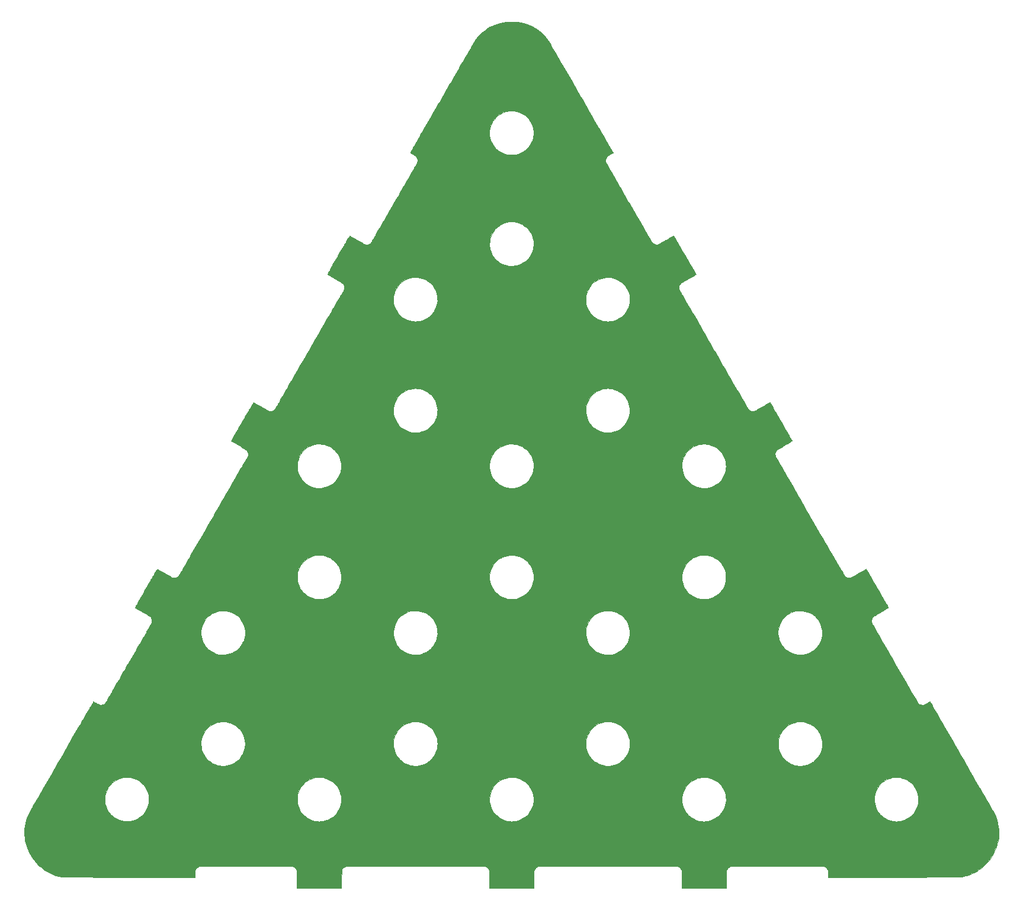
<source format=gbr>
%TF.GenerationSoftware,KiCad,Pcbnew,(6.0.0)*%
%TF.CreationDate,2022-01-21T14:33:05-08:00*%
%TF.ProjectId,PCB-bottom,5043422d-626f-4747-946f-6d2e6b696361,rev?*%
%TF.SameCoordinates,Original*%
%TF.FileFunction,Copper,L2,Bot*%
%TF.FilePolarity,Positive*%
%FSLAX46Y46*%
G04 Gerber Fmt 4.6, Leading zero omitted, Abs format (unit mm)*
G04 Created by KiCad (PCBNEW (6.0.0)) date 2022-01-21 14:33:05*
%MOMM*%
%LPD*%
G01*
G04 APERTURE LIST*
%TA.AperFunction,EtchedComponent*%
%ADD10C,0.010000*%
%TD*%
G04 APERTURE END LIST*
D10*
%TO.C,Ref\u002A\u002A*%
X144939554Y-23766337D02*
X145402596Y-23803115D01*
X145402596Y-23803115D02*
X145901399Y-23879466D01*
X145901399Y-23879466D02*
X146389049Y-23993741D01*
X146389049Y-23993741D02*
X146863125Y-24144501D01*
X146863125Y-24144501D02*
X147321206Y-24330307D01*
X147321206Y-24330307D02*
X147760874Y-24549720D01*
X147760874Y-24549720D02*
X148179709Y-24801301D01*
X148179709Y-24801301D02*
X148575290Y-25083611D01*
X148575290Y-25083611D02*
X148945198Y-25395210D01*
X148945198Y-25395210D02*
X149287012Y-25734660D01*
X149287012Y-25734660D02*
X149598313Y-26100522D01*
X149598313Y-26100522D02*
X149847018Y-26446086D01*
X149847018Y-26446086D02*
X149866733Y-26478163D01*
X149866733Y-26478163D02*
X149906460Y-26544961D01*
X149906460Y-26544961D02*
X149965373Y-26645045D01*
X149965373Y-26645045D02*
X150042642Y-26776980D01*
X150042642Y-26776980D02*
X150137438Y-26939332D01*
X150137438Y-26939332D02*
X150248932Y-27130668D01*
X150248932Y-27130668D02*
X150376295Y-27349551D01*
X150376295Y-27349551D02*
X150518699Y-27594547D01*
X150518699Y-27594547D02*
X150675315Y-27864223D01*
X150675315Y-27864223D02*
X150845313Y-28157143D01*
X150845313Y-28157143D02*
X151027866Y-28471873D01*
X151027866Y-28471873D02*
X151222144Y-28806979D01*
X151222144Y-28806979D02*
X151427318Y-29161025D01*
X151427318Y-29161025D02*
X151642560Y-29532578D01*
X151642560Y-29532578D02*
X151867040Y-29920203D01*
X151867040Y-29920203D02*
X152099930Y-30322465D01*
X152099930Y-30322465D02*
X152340401Y-30737930D01*
X152340401Y-30737930D02*
X152587624Y-31165163D01*
X152587624Y-31165163D02*
X152840771Y-31602730D01*
X152840771Y-31602730D02*
X153099012Y-32049197D01*
X153099012Y-32049197D02*
X153361518Y-32503128D01*
X153361518Y-32503128D02*
X153627461Y-32963089D01*
X153627461Y-32963089D02*
X153896012Y-33427647D01*
X153896012Y-33427647D02*
X154166342Y-33895365D01*
X154166342Y-33895365D02*
X154437622Y-34364810D01*
X154437622Y-34364810D02*
X154709024Y-34834547D01*
X154709024Y-34834547D02*
X154979718Y-35303142D01*
X154979718Y-35303142D02*
X155248876Y-35769160D01*
X155248876Y-35769160D02*
X155515668Y-36231166D01*
X155515668Y-36231166D02*
X155779267Y-36687727D01*
X155779267Y-36687727D02*
X156038842Y-37137407D01*
X156038842Y-37137407D02*
X156293566Y-37578772D01*
X156293566Y-37578772D02*
X156542609Y-38010388D01*
X156542609Y-38010388D02*
X156785143Y-38430819D01*
X156785143Y-38430819D02*
X157020338Y-38838632D01*
X157020338Y-38838632D02*
X157247367Y-39232392D01*
X157247367Y-39232392D02*
X157465399Y-39610665D01*
X157465399Y-39610665D02*
X157673607Y-39972015D01*
X157673607Y-39972015D02*
X157871160Y-40315009D01*
X157871160Y-40315009D02*
X158057232Y-40638212D01*
X158057232Y-40638212D02*
X158230992Y-40940189D01*
X158230992Y-40940189D02*
X158391612Y-41219505D01*
X158391612Y-41219505D02*
X158538262Y-41474727D01*
X158538262Y-41474727D02*
X158670115Y-41704420D01*
X158670115Y-41704420D02*
X158786341Y-41907149D01*
X158786341Y-41907149D02*
X158886112Y-42081480D01*
X158886112Y-42081480D02*
X158968598Y-42225978D01*
X158968598Y-42225978D02*
X159032970Y-42339209D01*
X159032970Y-42339209D02*
X159078401Y-42419738D01*
X159078401Y-42419738D02*
X159104061Y-42466131D01*
X159104061Y-42466131D02*
X159109833Y-42477644D01*
X159109833Y-42477644D02*
X159092305Y-42493690D01*
X159092305Y-42493690D02*
X159043426Y-42526979D01*
X159043426Y-42526979D02*
X158968756Y-42574023D01*
X158968756Y-42574023D02*
X158873856Y-42631336D01*
X158873856Y-42631336D02*
X158764283Y-42695427D01*
X158764283Y-42695427D02*
X158745326Y-42706328D01*
X158745326Y-42706328D02*
X158620330Y-42780034D01*
X158620330Y-42780034D02*
X158504461Y-42852110D01*
X158504461Y-42852110D02*
X158405008Y-42917769D01*
X158405008Y-42917769D02*
X158329256Y-42972222D01*
X158329256Y-42972222D02*
X158288642Y-43006418D01*
X158288642Y-43006418D02*
X158190186Y-43129869D01*
X158190186Y-43129869D02*
X158116027Y-43276699D01*
X158116027Y-43276699D02*
X158068518Y-43436879D01*
X158068518Y-43436879D02*
X158050015Y-43600380D01*
X158050015Y-43600380D02*
X158062873Y-43757175D01*
X158062873Y-43757175D02*
X158089901Y-43852688D01*
X158089901Y-43852688D02*
X158103818Y-43879841D01*
X158103818Y-43879841D02*
X158138093Y-43942212D01*
X158138093Y-43942212D02*
X158191904Y-44038365D01*
X158191904Y-44038365D02*
X158264429Y-44166864D01*
X158264429Y-44166864D02*
X158354843Y-44326275D01*
X158354843Y-44326275D02*
X158462326Y-44515161D01*
X158462326Y-44515161D02*
X158586053Y-44732088D01*
X158586053Y-44732088D02*
X158725202Y-44975620D01*
X158725202Y-44975620D02*
X158878950Y-45244322D01*
X158878950Y-45244322D02*
X159046474Y-45536758D01*
X159046474Y-45536758D02*
X159226951Y-45851493D01*
X159226951Y-45851493D02*
X159419559Y-46187091D01*
X159419559Y-46187091D02*
X159623474Y-46542117D01*
X159623474Y-46542117D02*
X159837874Y-46915136D01*
X159837874Y-46915136D02*
X160061936Y-47304712D01*
X160061936Y-47304712D02*
X160294837Y-47709409D01*
X160294837Y-47709409D02*
X160535753Y-48127793D01*
X160535753Y-48127793D02*
X160783864Y-48558427D01*
X160783864Y-48558427D02*
X161038344Y-48999877D01*
X161038344Y-48999877D02*
X161298373Y-49450707D01*
X161298373Y-49450707D02*
X161388754Y-49607351D01*
X161388754Y-49607351D02*
X161740258Y-50216341D01*
X161740258Y-50216341D02*
X162070985Y-50788993D01*
X162070985Y-50788993D02*
X162381174Y-51325719D01*
X162381174Y-51325719D02*
X162671063Y-51826928D01*
X162671063Y-51826928D02*
X162940893Y-52293031D01*
X162940893Y-52293031D02*
X163190902Y-52724437D01*
X163190902Y-52724437D02*
X163421329Y-53121558D01*
X163421329Y-53121558D02*
X163632415Y-53484804D01*
X163632415Y-53484804D02*
X163824398Y-53814584D01*
X163824398Y-53814584D02*
X163997518Y-54111310D01*
X163997518Y-54111310D02*
X164152013Y-54375391D01*
X164152013Y-54375391D02*
X164288125Y-54607238D01*
X164288125Y-54607238D02*
X164406090Y-54807262D01*
X164406090Y-54807262D02*
X164506150Y-54975872D01*
X164506150Y-54975872D02*
X164588543Y-55113479D01*
X164588543Y-55113479D02*
X164653508Y-55220493D01*
X164653508Y-55220493D02*
X164701285Y-55297324D01*
X164701285Y-55297324D02*
X164732113Y-55344384D01*
X164732113Y-55344384D02*
X164743621Y-55359702D01*
X164743621Y-55359702D02*
X164875658Y-55475681D01*
X164875658Y-55475681D02*
X165029861Y-55559669D01*
X165029861Y-55559669D02*
X165198386Y-55609454D01*
X165198386Y-55609454D02*
X165373388Y-55622824D01*
X165373388Y-55622824D02*
X165547023Y-55597566D01*
X165547023Y-55597566D02*
X165567116Y-55591917D01*
X165567116Y-55591917D02*
X165608963Y-55574303D01*
X165608963Y-55574303D02*
X165684143Y-55536919D01*
X165684143Y-55536919D02*
X165789515Y-55481490D01*
X165789515Y-55481490D02*
X165921939Y-55409739D01*
X165921939Y-55409739D02*
X166078277Y-55323389D01*
X166078277Y-55323389D02*
X166255390Y-55224164D01*
X166255390Y-55224164D02*
X166450137Y-55113787D01*
X166450137Y-55113787D02*
X166659378Y-54993984D01*
X166659378Y-54993984D02*
X166723719Y-54956917D01*
X166723719Y-54956917D02*
X166915886Y-54846223D01*
X166915886Y-54846223D02*
X167097151Y-54742131D01*
X167097151Y-54742131D02*
X167264190Y-54646529D01*
X167264190Y-54646529D02*
X167413682Y-54561300D01*
X167413682Y-54561300D02*
X167542304Y-54488333D01*
X167542304Y-54488333D02*
X167646736Y-54429512D01*
X167646736Y-54429512D02*
X167723654Y-54386724D01*
X167723654Y-54386724D02*
X167769737Y-54361854D01*
X167769737Y-54361854D02*
X167782052Y-54356095D01*
X167782052Y-54356095D02*
X167794123Y-54374043D01*
X167794123Y-54374043D02*
X167825890Y-54426233D01*
X167825890Y-54426233D02*
X167875936Y-54510216D01*
X167875936Y-54510216D02*
X167942844Y-54623542D01*
X167942844Y-54623542D02*
X168025196Y-54763762D01*
X168025196Y-54763762D02*
X168121576Y-54928426D01*
X168121576Y-54928426D02*
X168230564Y-55115084D01*
X168230564Y-55115084D02*
X168350745Y-55321286D01*
X168350745Y-55321286D02*
X168480700Y-55544583D01*
X168480700Y-55544583D02*
X168619013Y-55782526D01*
X168619013Y-55782526D02*
X168764265Y-56032664D01*
X168764265Y-56032664D02*
X168915040Y-56292548D01*
X168915040Y-56292548D02*
X169069919Y-56559729D01*
X169069919Y-56559729D02*
X169227486Y-56831756D01*
X169227486Y-56831756D02*
X169386323Y-57106180D01*
X169386323Y-57106180D02*
X169545013Y-57380552D01*
X169545013Y-57380552D02*
X169702138Y-57652421D01*
X169702138Y-57652421D02*
X169856281Y-57919339D01*
X169856281Y-57919339D02*
X170006024Y-58178855D01*
X170006024Y-58178855D02*
X170149951Y-58428519D01*
X170149951Y-58428519D02*
X170286642Y-58665883D01*
X170286642Y-58665883D02*
X170414682Y-58888497D01*
X170414682Y-58888497D02*
X170532653Y-59093910D01*
X170532653Y-59093910D02*
X170639137Y-59279674D01*
X170639137Y-59279674D02*
X170732716Y-59443338D01*
X170732716Y-59443338D02*
X170811974Y-59582453D01*
X170811974Y-59582453D02*
X170875493Y-59694570D01*
X170875493Y-59694570D02*
X170921856Y-59777238D01*
X170921856Y-59777238D02*
X170949645Y-59828008D01*
X170949645Y-59828008D02*
X170957591Y-59844181D01*
X170957591Y-59844181D02*
X170940673Y-59859157D01*
X170940673Y-59859157D02*
X170890199Y-59893111D01*
X170890199Y-59893111D02*
X170809408Y-59944090D01*
X170809408Y-59944090D02*
X170701542Y-60010144D01*
X170701542Y-60010144D02*
X170569842Y-60089320D01*
X170569842Y-60089320D02*
X170417548Y-60179668D01*
X170417548Y-60179668D02*
X170247901Y-60279235D01*
X170247901Y-60279235D02*
X170064142Y-60386069D01*
X170064142Y-60386069D02*
X169913140Y-60473166D01*
X169913140Y-60473166D02*
X169686037Y-60603888D01*
X169686037Y-60603888D02*
X169492675Y-60715675D01*
X169492675Y-60715675D02*
X169329958Y-60810455D01*
X169329958Y-60810455D02*
X169194790Y-60890156D01*
X169194790Y-60890156D02*
X169084078Y-60956709D01*
X169084078Y-60956709D02*
X168994727Y-61012040D01*
X168994727Y-61012040D02*
X168923641Y-61058080D01*
X168923641Y-61058080D02*
X168867726Y-61096756D01*
X168867726Y-61096756D02*
X168823886Y-61129998D01*
X168823886Y-61129998D02*
X168789028Y-61159735D01*
X168789028Y-61159735D02*
X168760056Y-61187894D01*
X168760056Y-61187894D02*
X168751051Y-61197393D01*
X168751051Y-61197393D02*
X168642767Y-61340902D01*
X168642767Y-61340902D02*
X168571930Y-61500411D01*
X168571930Y-61500411D02*
X168536369Y-61680980D01*
X168536369Y-61680980D02*
X168534512Y-61702420D01*
X168534512Y-61702420D02*
X168532111Y-61790500D01*
X168532111Y-61790500D02*
X168540610Y-61875388D01*
X168540610Y-61875388D02*
X168562413Y-61963968D01*
X168562413Y-61963968D02*
X168599921Y-62063127D01*
X168599921Y-62063127D02*
X168655535Y-62179750D01*
X168655535Y-62179750D02*
X168731658Y-62320722D01*
X168731658Y-62320722D02*
X168779546Y-62404897D01*
X168779546Y-62404897D02*
X168802542Y-62444785D01*
X168802542Y-62444785D02*
X168845999Y-62520112D01*
X168845999Y-62520112D02*
X168909213Y-62629656D01*
X168909213Y-62629656D02*
X168991476Y-62772192D01*
X168991476Y-62772192D02*
X169092083Y-62946499D01*
X169092083Y-62946499D02*
X169210329Y-63151355D01*
X169210329Y-63151355D02*
X169345506Y-63385536D01*
X169345506Y-63385536D02*
X169496911Y-63647820D01*
X169496911Y-63647820D02*
X169663835Y-63936984D01*
X169663835Y-63936984D02*
X169845575Y-64251805D01*
X169845575Y-64251805D02*
X170041424Y-64591061D01*
X170041424Y-64591061D02*
X170250675Y-64953530D01*
X170250675Y-64953530D02*
X170472625Y-65337988D01*
X170472625Y-65337988D02*
X170706565Y-65743214D01*
X170706565Y-65743214D02*
X170951791Y-66167983D01*
X170951791Y-66167983D02*
X171207597Y-66611074D01*
X171207597Y-66611074D02*
X171473278Y-67071264D01*
X171473278Y-67071264D02*
X171748126Y-67547331D01*
X171748126Y-67547331D02*
X172031436Y-68038051D01*
X172031436Y-68038051D02*
X172322503Y-68542203D01*
X172322503Y-68542203D02*
X172620621Y-69058563D01*
X172620621Y-69058563D02*
X172925083Y-69585908D01*
X172925083Y-69585908D02*
X173235184Y-70123017D01*
X173235184Y-70123017D02*
X173550219Y-70668666D01*
X173550219Y-70668666D02*
X173694703Y-70918916D01*
X173694703Y-70918916D02*
X174098520Y-71618256D01*
X174098520Y-71618256D02*
X174481643Y-72281588D01*
X174481643Y-72281588D02*
X174844474Y-72909608D01*
X174844474Y-72909608D02*
X175187418Y-73503008D01*
X175187418Y-73503008D02*
X175510878Y-74062483D01*
X175510878Y-74062483D02*
X175815259Y-74588727D01*
X175815259Y-74588727D02*
X176100964Y-75082433D01*
X176100964Y-75082433D02*
X176368397Y-75544295D01*
X176368397Y-75544295D02*
X176617962Y-75975007D01*
X176617962Y-75975007D02*
X176850062Y-76375264D01*
X176850062Y-76375264D02*
X177065102Y-76745758D01*
X177065102Y-76745758D02*
X177263484Y-77087184D01*
X177263484Y-77087184D02*
X177445614Y-77400235D01*
X177445614Y-77400235D02*
X177611895Y-77685607D01*
X177611895Y-77685607D02*
X177762731Y-77943991D01*
X177762731Y-77943991D02*
X177898525Y-78176083D01*
X177898525Y-78176083D02*
X178019682Y-78382576D01*
X178019682Y-78382576D02*
X178126604Y-78564164D01*
X178126604Y-78564164D02*
X178219697Y-78721541D01*
X178219697Y-78721541D02*
X178299364Y-78855400D01*
X178299364Y-78855400D02*
X178366008Y-78966437D01*
X178366008Y-78966437D02*
X178420034Y-79055344D01*
X178420034Y-79055344D02*
X178461844Y-79122815D01*
X178461844Y-79122815D02*
X178491845Y-79169544D01*
X178491845Y-79169544D02*
X178510438Y-79196226D01*
X178510438Y-79196226D02*
X178515287Y-79201975D01*
X178515287Y-79201975D02*
X178583814Y-79259662D01*
X178583814Y-79259662D02*
X178671425Y-79318613D01*
X178671425Y-79318613D02*
X178748251Y-79360570D01*
X178748251Y-79360570D02*
X178820989Y-79392946D01*
X178820989Y-79392946D02*
X178881786Y-79412884D01*
X178881786Y-79412884D02*
X178945751Y-79423346D01*
X178945751Y-79423346D02*
X179027992Y-79427291D01*
X179027992Y-79427291D02*
X179091166Y-79427761D01*
X179091166Y-79427761D02*
X179197636Y-79425798D01*
X179197636Y-79425798D02*
X179275560Y-79418288D01*
X179275560Y-79418288D02*
X179338586Y-79403086D01*
X179338586Y-79403086D02*
X179396586Y-79379803D01*
X179396586Y-79379803D02*
X179434423Y-79360258D01*
X179434423Y-79360258D02*
X179505130Y-79321626D01*
X179505130Y-79321626D02*
X179604941Y-79266035D01*
X179604941Y-79266035D02*
X179730093Y-79195616D01*
X179730093Y-79195616D02*
X179876821Y-79112497D01*
X179876821Y-79112497D02*
X180041363Y-79018808D01*
X180041363Y-79018808D02*
X180219953Y-78916679D01*
X180219953Y-78916679D02*
X180408828Y-78808237D01*
X180408828Y-78808237D02*
X180514595Y-78747330D01*
X180514595Y-78747330D02*
X180713497Y-78633180D01*
X180713497Y-78633180D02*
X180898246Y-78528160D01*
X180898246Y-78528160D02*
X181065836Y-78433917D01*
X181065836Y-78433917D02*
X181213262Y-78352098D01*
X181213262Y-78352098D02*
X181337519Y-78284352D01*
X181337519Y-78284352D02*
X181435601Y-78232326D01*
X181435601Y-78232326D02*
X181504503Y-78197668D01*
X181504503Y-78197668D02*
X181541219Y-78182025D01*
X181541219Y-78182025D02*
X181546421Y-78181609D01*
X181546421Y-78181609D02*
X181559281Y-78202146D01*
X181559281Y-78202146D02*
X181591800Y-78256863D01*
X181591800Y-78256863D02*
X181642556Y-78343294D01*
X181642556Y-78343294D02*
X181710125Y-78458974D01*
X181710125Y-78458974D02*
X181793083Y-78601437D01*
X181793083Y-78601437D02*
X181890008Y-78768217D01*
X181890008Y-78768217D02*
X181999476Y-78956848D01*
X181999476Y-78956848D02*
X182120064Y-79164865D01*
X182120064Y-79164865D02*
X182250348Y-79389802D01*
X182250348Y-79389802D02*
X182388906Y-79629193D01*
X182388906Y-79629193D02*
X182534313Y-79880572D01*
X182534313Y-79880572D02*
X182685147Y-80141474D01*
X182685147Y-80141474D02*
X182839984Y-80409433D01*
X182839984Y-80409433D02*
X182997402Y-80681983D01*
X182997402Y-80681983D02*
X183155976Y-80956658D01*
X183155976Y-80956658D02*
X183314283Y-81230992D01*
X183314283Y-81230992D02*
X183470901Y-81502520D01*
X183470901Y-81502520D02*
X183624405Y-81768776D01*
X183624405Y-81768776D02*
X183773373Y-82027295D01*
X183773373Y-82027295D02*
X183916381Y-82275609D01*
X183916381Y-82275609D02*
X184052006Y-82511255D01*
X184052006Y-82511255D02*
X184178824Y-82731765D01*
X184178824Y-82731765D02*
X184295413Y-82934674D01*
X184295413Y-82934674D02*
X184400349Y-83117517D01*
X184400349Y-83117517D02*
X184492208Y-83277827D01*
X184492208Y-83277827D02*
X184569568Y-83413139D01*
X184569568Y-83413139D02*
X184631005Y-83520987D01*
X184631005Y-83520987D02*
X184675096Y-83598906D01*
X184675096Y-83598906D02*
X184700418Y-83644429D01*
X184700418Y-83644429D02*
X184706227Y-83655758D01*
X184706227Y-83655758D02*
X184689312Y-83670289D01*
X184689312Y-83670289D02*
X184638967Y-83703888D01*
X184638967Y-83703888D02*
X184558486Y-83754563D01*
X184558486Y-83754563D02*
X184451166Y-83820326D01*
X184451166Y-83820326D02*
X184320299Y-83899184D01*
X184320299Y-83899184D02*
X184169180Y-83989148D01*
X184169180Y-83989148D02*
X184001104Y-84088226D01*
X184001104Y-84088226D02*
X183819366Y-84194428D01*
X183819366Y-84194428D02*
X183701110Y-84263072D01*
X183701110Y-84263072D02*
X183508885Y-84374581D01*
X183508885Y-84374581D02*
X183325241Y-84481520D01*
X183325241Y-84481520D02*
X183153907Y-84581687D01*
X183153907Y-84581687D02*
X182998615Y-84672884D01*
X182998615Y-84672884D02*
X182863094Y-84752911D01*
X182863094Y-84752911D02*
X182751074Y-84819569D01*
X182751074Y-84819569D02*
X182666284Y-84870659D01*
X182666284Y-84870659D02*
X182612456Y-84903980D01*
X182612456Y-84903980D02*
X182597709Y-84913717D01*
X182597709Y-84913717D02*
X182489708Y-85012608D01*
X182489708Y-85012608D02*
X182396929Y-85142915D01*
X182396929Y-85142915D02*
X182326563Y-85294489D01*
X182326563Y-85294489D02*
X182325276Y-85298113D01*
X182325276Y-85298113D02*
X182292620Y-85442563D01*
X182292620Y-85442563D02*
X182287061Y-85601614D01*
X182287061Y-85601614D02*
X182307618Y-85759776D01*
X182307618Y-85759776D02*
X182353307Y-85901560D01*
X182353307Y-85901560D02*
X182365115Y-85926083D01*
X182365115Y-85926083D02*
X182379920Y-85952651D01*
X182379920Y-85952651D02*
X182415220Y-86014711D01*
X182415220Y-86014711D02*
X182470341Y-86111095D01*
X182470341Y-86111095D02*
X182544610Y-86240633D01*
X182544610Y-86240633D02*
X182637353Y-86402159D01*
X182637353Y-86402159D02*
X182747898Y-86594501D01*
X182747898Y-86594501D02*
X182875569Y-86816493D01*
X182875569Y-86816493D02*
X183019696Y-87066966D01*
X183019696Y-87066966D02*
X183179602Y-87344750D01*
X183179602Y-87344750D02*
X183354617Y-87648677D01*
X183354617Y-87648677D02*
X183544065Y-87977579D01*
X183544065Y-87977579D02*
X183747273Y-88330287D01*
X183747273Y-88330287D02*
X183963569Y-88705633D01*
X183963569Y-88705633D02*
X184192278Y-89102446D01*
X184192278Y-89102446D02*
X184432727Y-89519560D01*
X184432727Y-89519560D02*
X184684243Y-89955805D01*
X184684243Y-89955805D02*
X184946153Y-90410013D01*
X184946153Y-90410013D02*
X185217782Y-90881015D01*
X185217782Y-90881015D02*
X185498458Y-91367643D01*
X185498458Y-91367643D02*
X185787507Y-91868727D01*
X185787507Y-91868727D02*
X186084255Y-92383100D01*
X186084255Y-92383100D02*
X186388030Y-92909592D01*
X186388030Y-92909592D02*
X186698157Y-93447035D01*
X186698157Y-93447035D02*
X187013964Y-93994261D01*
X187013964Y-93994261D02*
X187286716Y-94466833D01*
X187286716Y-94466833D02*
X187674373Y-95138504D01*
X187674373Y-95138504D02*
X188041413Y-95774514D01*
X188041413Y-95774514D02*
X188388423Y-96375841D01*
X188388423Y-96375841D02*
X188715989Y-96943464D01*
X188715989Y-96943464D02*
X189024700Y-97478360D01*
X189024700Y-97478360D02*
X189315143Y-97981509D01*
X189315143Y-97981509D02*
X189587904Y-98453888D01*
X189587904Y-98453888D02*
X189843572Y-98896476D01*
X189843572Y-98896476D02*
X190082733Y-99310250D01*
X190082733Y-99310250D02*
X190305975Y-99696191D01*
X190305975Y-99696191D02*
X190513886Y-100055275D01*
X190513886Y-100055275D02*
X190707052Y-100388482D01*
X190707052Y-100388482D02*
X190886061Y-100696789D01*
X190886061Y-100696789D02*
X191051500Y-100981175D01*
X191051500Y-100981175D02*
X191203956Y-101242618D01*
X191203956Y-101242618D02*
X191344018Y-101482096D01*
X191344018Y-101482096D02*
X191472271Y-101700589D01*
X191472271Y-101700589D02*
X191589305Y-101899074D01*
X191589305Y-101899074D02*
X191695704Y-102078529D01*
X191695704Y-102078529D02*
X191792058Y-102239934D01*
X191792058Y-102239934D02*
X191878954Y-102384265D01*
X191878954Y-102384265D02*
X191956978Y-102512503D01*
X191956978Y-102512503D02*
X192026718Y-102625624D01*
X192026718Y-102625624D02*
X192088762Y-102724608D01*
X192088762Y-102724608D02*
X192143696Y-102810432D01*
X192143696Y-102810432D02*
X192192108Y-102884075D01*
X192192108Y-102884075D02*
X192234586Y-102946516D01*
X192234586Y-102946516D02*
X192271717Y-102998732D01*
X192271717Y-102998732D02*
X192304087Y-103041703D01*
X192304087Y-103041703D02*
X192332285Y-103076405D01*
X192332285Y-103076405D02*
X192356897Y-103103819D01*
X192356897Y-103103819D02*
X192378511Y-103124922D01*
X192378511Y-103124922D02*
X192397715Y-103140692D01*
X192397715Y-103140692D02*
X192415095Y-103152107D01*
X192415095Y-103152107D02*
X192431239Y-103160147D01*
X192431239Y-103160147D02*
X192446735Y-103165790D01*
X192446735Y-103165790D02*
X192462169Y-103170013D01*
X192462169Y-103170013D02*
X192478129Y-103173795D01*
X192478129Y-103173795D02*
X192495202Y-103178115D01*
X192495202Y-103178115D02*
X192513975Y-103183950D01*
X192513975Y-103183950D02*
X192521416Y-103186669D01*
X192521416Y-103186669D02*
X192669666Y-103228321D01*
X192669666Y-103228321D02*
X192826293Y-103246583D01*
X192826293Y-103246583D02*
X192975641Y-103240423D01*
X192975641Y-103240423D02*
X193062846Y-103222409D01*
X193062846Y-103222409D02*
X193105180Y-103204680D01*
X193105180Y-103204680D02*
X193180998Y-103167030D01*
X193180998Y-103167030D02*
X193287342Y-103111082D01*
X193287342Y-103111082D02*
X193421256Y-103038460D01*
X193421256Y-103038460D02*
X193579785Y-102950788D01*
X193579785Y-102950788D02*
X193759971Y-102849690D01*
X193759971Y-102849690D02*
X193958857Y-102736790D01*
X193958857Y-102736790D02*
X194173487Y-102613713D01*
X194173487Y-102613713D02*
X194223520Y-102584857D01*
X194223520Y-102584857D02*
X194415935Y-102473892D01*
X194415935Y-102473892D02*
X194597326Y-102369525D01*
X194597326Y-102369525D02*
X194764395Y-102273635D01*
X194764395Y-102273635D02*
X194913845Y-102188106D01*
X194913845Y-102188106D02*
X195042378Y-102114816D01*
X195042378Y-102114816D02*
X195146697Y-102055649D01*
X195146697Y-102055649D02*
X195223506Y-102012483D01*
X195223506Y-102012483D02*
X195269506Y-101987201D01*
X195269506Y-101987201D02*
X195281853Y-101981103D01*
X195281853Y-101981103D02*
X195293607Y-101999053D01*
X195293607Y-101999053D02*
X195325059Y-102051245D01*
X195325059Y-102051245D02*
X195374793Y-102135229D01*
X195374793Y-102135229D02*
X195441392Y-102248556D01*
X195441392Y-102248556D02*
X195523442Y-102388776D01*
X195523442Y-102388776D02*
X195619525Y-102553439D01*
X195619525Y-102553439D02*
X195728225Y-102740096D01*
X195728225Y-102740096D02*
X195848128Y-102946296D01*
X195848128Y-102946296D02*
X195977815Y-103169589D01*
X195977815Y-103169589D02*
X196115872Y-103407527D01*
X196115872Y-103407527D02*
X196260882Y-103657658D01*
X196260882Y-103657658D02*
X196411429Y-103917535D01*
X196411429Y-103917535D02*
X196566098Y-104184705D01*
X196566098Y-104184705D02*
X196723471Y-104456721D01*
X196723471Y-104456721D02*
X196882133Y-104731131D01*
X196882133Y-104731131D02*
X197040668Y-105005487D01*
X197040668Y-105005487D02*
X197197659Y-105277338D01*
X197197659Y-105277338D02*
X197351691Y-105544235D01*
X197351691Y-105544235D02*
X197501348Y-105803727D01*
X197501348Y-105803727D02*
X197645213Y-106053366D01*
X197645213Y-106053366D02*
X197781871Y-106290701D01*
X197781871Y-106290701D02*
X197909904Y-106513282D01*
X197909904Y-106513282D02*
X198027898Y-106718660D01*
X198027898Y-106718660D02*
X198134436Y-106904385D01*
X198134436Y-106904385D02*
X198228102Y-107068008D01*
X198228102Y-107068008D02*
X198307480Y-107207077D01*
X198307480Y-107207077D02*
X198371154Y-107319144D01*
X198371154Y-107319144D02*
X198417707Y-107401759D01*
X198417707Y-107401759D02*
X198445724Y-107452472D01*
X198445724Y-107452472D02*
X198453903Y-107468650D01*
X198453903Y-107468650D02*
X198437142Y-107484108D01*
X198437142Y-107484108D02*
X198386402Y-107518764D01*
X198386402Y-107518764D02*
X198304509Y-107570903D01*
X198304509Y-107570903D02*
X198194292Y-107638811D01*
X198194292Y-107638811D02*
X198058577Y-107720773D01*
X198058577Y-107720773D02*
X197900194Y-107815075D01*
X197900194Y-107815075D02*
X197721968Y-107920002D01*
X197721968Y-107920002D02*
X197526729Y-108033839D01*
X197526729Y-108033839D02*
X197416736Y-108097537D01*
X197416736Y-108097537D02*
X197221346Y-108210968D01*
X197221346Y-108210968D02*
X197034694Y-108320359D01*
X197034694Y-108320359D02*
X196860436Y-108423497D01*
X196860436Y-108423497D02*
X196702227Y-108518173D01*
X196702227Y-108518173D02*
X196563720Y-108602176D01*
X196563720Y-108602176D02*
X196448570Y-108673294D01*
X196448570Y-108673294D02*
X196360433Y-108729317D01*
X196360433Y-108729317D02*
X196302961Y-108768033D01*
X196302961Y-108768033D02*
X196283468Y-108783156D01*
X196283468Y-108783156D02*
X196176674Y-108908656D01*
X196176674Y-108908656D02*
X196097105Y-109059014D01*
X196097105Y-109059014D02*
X196047596Y-109224487D01*
X196047596Y-109224487D02*
X196030983Y-109395333D01*
X196030983Y-109395333D02*
X196050101Y-109561807D01*
X196050101Y-109561807D02*
X196053198Y-109574407D01*
X196053198Y-109574407D02*
X196060229Y-109593850D01*
X196060229Y-109593850D02*
X196074822Y-109625926D01*
X196074822Y-109625926D02*
X196097585Y-109671702D01*
X196097585Y-109671702D02*
X196129125Y-109732247D01*
X196129125Y-109732247D02*
X196170051Y-109808627D01*
X196170051Y-109808627D02*
X196220972Y-109901909D01*
X196220972Y-109901909D02*
X196282495Y-110013160D01*
X196282495Y-110013160D02*
X196355229Y-110143448D01*
X196355229Y-110143448D02*
X196439782Y-110293839D01*
X196439782Y-110293839D02*
X196536762Y-110465401D01*
X196536762Y-110465401D02*
X196646778Y-110659201D01*
X196646778Y-110659201D02*
X196770437Y-110876306D01*
X196770437Y-110876306D02*
X196908349Y-111117783D01*
X196908349Y-111117783D02*
X197061121Y-111384700D01*
X197061121Y-111384700D02*
X197229361Y-111678123D01*
X197229361Y-111678123D02*
X197413679Y-111999119D01*
X197413679Y-111999119D02*
X197614681Y-112348757D01*
X197614681Y-112348757D02*
X197832977Y-112728102D01*
X197832977Y-112728102D02*
X198069174Y-113138222D01*
X198069174Y-113138222D02*
X198323881Y-113580185D01*
X198323881Y-113580185D02*
X198597706Y-114055057D01*
X198597706Y-114055057D02*
X198891257Y-114563905D01*
X198891257Y-114563905D02*
X199205143Y-115107797D01*
X199205143Y-115107797D02*
X199363059Y-115381365D01*
X199363059Y-115381365D02*
X199625778Y-115836307D01*
X199625778Y-115836307D02*
X199883468Y-116282243D01*
X199883468Y-116282243D02*
X200135298Y-116717747D01*
X200135298Y-116717747D02*
X200380439Y-117141393D01*
X200380439Y-117141393D02*
X200618061Y-117551754D01*
X200618061Y-117551754D02*
X200847333Y-117947404D01*
X200847333Y-117947404D02*
X201067425Y-118326916D01*
X201067425Y-118326916D02*
X201277507Y-118688864D01*
X201277507Y-118688864D02*
X201476749Y-119031821D01*
X201476749Y-119031821D02*
X201664321Y-119354362D01*
X201664321Y-119354362D02*
X201839392Y-119655060D01*
X201839392Y-119655060D02*
X202001132Y-119932488D01*
X202001132Y-119932488D02*
X202148712Y-120185219D01*
X202148712Y-120185219D02*
X202281300Y-120411829D01*
X202281300Y-120411829D02*
X202398067Y-120610889D01*
X202398067Y-120610889D02*
X202498183Y-120780974D01*
X202498183Y-120780974D02*
X202580817Y-120920657D01*
X202580817Y-120920657D02*
X202645139Y-121028512D01*
X202645139Y-121028512D02*
X202690319Y-121103113D01*
X202690319Y-121103113D02*
X202715527Y-121143032D01*
X202715527Y-121143032D02*
X202719840Y-121148979D01*
X202719840Y-121148979D02*
X202822981Y-121241166D01*
X202822981Y-121241166D02*
X202954037Y-121319018D01*
X202954037Y-121319018D02*
X203099311Y-121376001D01*
X203099311Y-121376001D02*
X203245111Y-121405578D01*
X203245111Y-121405578D02*
X203260217Y-121406852D01*
X203260217Y-121406852D02*
X203345596Y-121410122D01*
X203345596Y-121410122D02*
X203424191Y-121405361D01*
X203424191Y-121405361D02*
X203502667Y-121390239D01*
X203502667Y-121390239D02*
X203587693Y-121362427D01*
X203587693Y-121362427D02*
X203685934Y-121319597D01*
X203685934Y-121319597D02*
X203804058Y-121259419D01*
X203804058Y-121259419D02*
X203948732Y-121179566D01*
X203948732Y-121179566D02*
X204009117Y-121145258D01*
X204009117Y-121145258D02*
X204124430Y-121079729D01*
X204124430Y-121079729D02*
X204227046Y-121022037D01*
X204227046Y-121022037D02*
X204311395Y-120975262D01*
X204311395Y-120975262D02*
X204371904Y-120942484D01*
X204371904Y-120942484D02*
X204403004Y-120926787D01*
X204403004Y-120926787D02*
X204405794Y-120925869D01*
X204405794Y-120925869D02*
X204417354Y-120944047D01*
X204417354Y-120944047D02*
X204449203Y-120997480D01*
X204449203Y-120997480D02*
X204500514Y-121084735D01*
X204500514Y-121084735D02*
X204570461Y-121204379D01*
X204570461Y-121204379D02*
X204658216Y-121354975D01*
X204658216Y-121354975D02*
X204762952Y-121535091D01*
X204762952Y-121535091D02*
X204883841Y-121743292D01*
X204883841Y-121743292D02*
X205020058Y-121978144D01*
X205020058Y-121978144D02*
X205170773Y-122238212D01*
X205170773Y-122238212D02*
X205335161Y-122522062D01*
X205335161Y-122522062D02*
X205512395Y-122828261D01*
X205512395Y-122828261D02*
X205701646Y-123155373D01*
X205701646Y-123155373D02*
X205902088Y-123501964D01*
X205902088Y-123501964D02*
X206112894Y-123866601D01*
X206112894Y-123866601D02*
X206333236Y-124247849D01*
X206333236Y-124247849D02*
X206562288Y-124644273D01*
X206562288Y-124644273D02*
X206799222Y-125054440D01*
X206799222Y-125054440D02*
X207043211Y-125476915D01*
X207043211Y-125476915D02*
X207293427Y-125910264D01*
X207293427Y-125910264D02*
X207549045Y-126353053D01*
X207549045Y-126353053D02*
X207809236Y-126803847D01*
X207809236Y-126803847D02*
X208073174Y-127261212D01*
X208073174Y-127261212D02*
X208340031Y-127723714D01*
X208340031Y-127723714D02*
X208608980Y-128189919D01*
X208608980Y-128189919D02*
X208879194Y-128658392D01*
X208879194Y-128658392D02*
X209149846Y-129127699D01*
X209149846Y-129127699D02*
X209420108Y-129596406D01*
X209420108Y-129596406D02*
X209689154Y-130063079D01*
X209689154Y-130063079D02*
X209956156Y-130526284D01*
X209956156Y-130526284D02*
X210220287Y-130984585D01*
X210220287Y-130984585D02*
X210480721Y-131436549D01*
X210480721Y-131436549D02*
X210736629Y-131880742D01*
X210736629Y-131880742D02*
X210987185Y-132315729D01*
X210987185Y-132315729D02*
X211231562Y-132740077D01*
X211231562Y-132740077D02*
X211468931Y-133152350D01*
X211468931Y-133152350D02*
X211698467Y-133551114D01*
X211698467Y-133551114D02*
X211919343Y-133934937D01*
X211919343Y-133934937D02*
X212130730Y-134302382D01*
X212130730Y-134302382D02*
X212331801Y-134652016D01*
X212331801Y-134652016D02*
X212521731Y-134982404D01*
X212521731Y-134982404D02*
X212699691Y-135292113D01*
X212699691Y-135292113D02*
X212864854Y-135579708D01*
X212864854Y-135579708D02*
X213016393Y-135843755D01*
X213016393Y-135843755D02*
X213153481Y-136082819D01*
X213153481Y-136082819D02*
X213275291Y-136295467D01*
X213275291Y-136295467D02*
X213380996Y-136480264D01*
X213380996Y-136480264D02*
X213469768Y-136635775D01*
X213469768Y-136635775D02*
X213540780Y-136760567D01*
X213540780Y-136760567D02*
X213593206Y-136853206D01*
X213593206Y-136853206D02*
X213626217Y-136912256D01*
X213626217Y-136912256D02*
X213637796Y-136933754D01*
X213637796Y-136933754D02*
X213840066Y-137382755D01*
X213840066Y-137382755D02*
X214002997Y-137845285D01*
X214002997Y-137845285D02*
X214126521Y-138319068D01*
X214126521Y-138319068D02*
X214210570Y-138801829D01*
X214210570Y-138801829D02*
X214255078Y-139291292D01*
X214255078Y-139291292D02*
X214259978Y-139785181D01*
X214259978Y-139785181D02*
X214225201Y-140281220D01*
X214225201Y-140281220D02*
X214150682Y-140777135D01*
X214150682Y-140777135D02*
X214036351Y-141270648D01*
X214036351Y-141270648D02*
X213882143Y-141759485D01*
X213882143Y-141759485D02*
X213787754Y-142007166D01*
X213787754Y-142007166D02*
X213583310Y-142460648D01*
X213583310Y-142460648D02*
X213340291Y-142906123D01*
X213340291Y-142906123D02*
X213062424Y-143337229D01*
X213062424Y-143337229D02*
X212808193Y-143679333D01*
X212808193Y-143679333D02*
X212697281Y-143811937D01*
X212697281Y-143811937D02*
X212561587Y-143962311D01*
X212561587Y-143962311D02*
X212409480Y-144122070D01*
X212409480Y-144122070D02*
X212249329Y-144282828D01*
X212249329Y-144282828D02*
X212089505Y-144436200D01*
X212089505Y-144436200D02*
X211938377Y-144573800D01*
X211938377Y-144573800D02*
X211804316Y-144687243D01*
X211804316Y-144687243D02*
X211793666Y-144695749D01*
X211793666Y-144695749D02*
X211375739Y-145001502D01*
X211375739Y-145001502D02*
X210940515Y-145268619D01*
X210940515Y-145268619D02*
X210487925Y-145497133D01*
X210487925Y-145497133D02*
X210017896Y-145687075D01*
X210017896Y-145687075D02*
X209530358Y-145838477D01*
X209530358Y-145838477D02*
X209025240Y-145951369D01*
X209025240Y-145951369D02*
X208915000Y-145970505D01*
X208915000Y-145970505D02*
X208629250Y-146017656D01*
X208629250Y-146017656D02*
X199269724Y-146023478D01*
X199269724Y-146023478D02*
X189910199Y-146029300D01*
X189910199Y-146029300D02*
X189903474Y-145547525D01*
X189903474Y-145547525D02*
X189896750Y-145065750D01*
X189896750Y-145065750D02*
X189829162Y-144923070D01*
X189829162Y-144923070D02*
X189732868Y-144765713D01*
X189732868Y-144765713D02*
X189606645Y-144631489D01*
X189606645Y-144631489D02*
X189458138Y-144528246D01*
X189458138Y-144528246D02*
X189430813Y-144514138D01*
X189430813Y-144514138D02*
X189304083Y-144451916D01*
X189304083Y-144451916D02*
X175905583Y-144451916D01*
X175905583Y-144451916D02*
X175777042Y-144519119D01*
X175777042Y-144519119D02*
X175655756Y-144598987D01*
X175655756Y-144598987D02*
X175540105Y-144704742D01*
X175540105Y-144704742D02*
X175441196Y-144824459D01*
X175441196Y-144824459D02*
X175370135Y-144946211D01*
X175370135Y-144946211D02*
X175362336Y-144964476D01*
X175362336Y-144964476D02*
X175312916Y-145086916D01*
X175312916Y-145086916D02*
X175306837Y-146351693D01*
X175306837Y-146351693D02*
X175300757Y-147616470D01*
X175300757Y-147616470D02*
X172121253Y-147611110D01*
X172121253Y-147611110D02*
X168941750Y-147605750D01*
X168941750Y-147605750D02*
X168931166Y-146325166D01*
X168931166Y-146325166D02*
X168920583Y-145044583D01*
X168920583Y-145044583D02*
X168863855Y-144923550D01*
X168863855Y-144923550D02*
X168770304Y-144771202D01*
X168770304Y-144771202D02*
X168645037Y-144638754D01*
X168645037Y-144638754D02*
X168497371Y-144535696D01*
X168497371Y-144535696D02*
X168468167Y-144520523D01*
X168468167Y-144520523D02*
X168328806Y-144451916D01*
X168328806Y-144451916D02*
X148410083Y-144451916D01*
X148410083Y-144451916D02*
X148282205Y-144518785D01*
X148282205Y-144518785D02*
X148143507Y-144608962D01*
X148143507Y-144608962D02*
X148020296Y-144722776D01*
X148020296Y-144722776D02*
X147925743Y-144847983D01*
X147925743Y-144847983D02*
X147922980Y-144852651D01*
X147922980Y-144852651D02*
X147899526Y-144893888D01*
X147899526Y-144893888D02*
X147879459Y-144933802D01*
X147879459Y-144933802D02*
X147862516Y-144975919D01*
X147862516Y-144975919D02*
X147848434Y-145023764D01*
X147848434Y-145023764D02*
X147836948Y-145080861D01*
X147836948Y-145080861D02*
X147827794Y-145150737D01*
X147827794Y-145150737D02*
X147820708Y-145236915D01*
X147820708Y-145236915D02*
X147815426Y-145342920D01*
X147815426Y-145342920D02*
X147811685Y-145472279D01*
X147811685Y-145472279D02*
X147809220Y-145628514D01*
X147809220Y-145628514D02*
X147807768Y-145815153D01*
X147807768Y-145815153D02*
X147807064Y-146035718D01*
X147807064Y-146035718D02*
X147806844Y-146293736D01*
X147806844Y-146293736D02*
X147806833Y-146403697D01*
X147806833Y-146403697D02*
X147806833Y-147616333D01*
X147806833Y-147616333D02*
X141436923Y-147616333D01*
X141436923Y-147616333D02*
X141425083Y-145044583D01*
X141425083Y-145044583D02*
X141362818Y-144917583D01*
X141362818Y-144917583D02*
X141282245Y-144788680D01*
X141282245Y-144788680D02*
X141174906Y-144667654D01*
X141174906Y-144667654D02*
X141052942Y-144566650D01*
X141052942Y-144566650D02*
X140954511Y-144509130D01*
X140954511Y-144509130D02*
X140832416Y-144451916D01*
X140832416Y-144451916D02*
X120914583Y-144451916D01*
X120914583Y-144451916D02*
X120788784Y-144515416D01*
X120788784Y-144515416D02*
X120637877Y-144613776D01*
X120637877Y-144613776D02*
X120506475Y-144743235D01*
X120506475Y-144743235D02*
X120404445Y-144893670D01*
X120404445Y-144893670D02*
X120387731Y-144926859D01*
X120387731Y-144926859D02*
X120321916Y-145065750D01*
X120321916Y-145065750D02*
X120315843Y-146341041D01*
X120315843Y-146341041D02*
X120309769Y-147616333D01*
X120309769Y-147616333D02*
X113941423Y-147616333D01*
X113941423Y-147616333D02*
X113929583Y-145044583D01*
X113929583Y-145044583D02*
X113867383Y-144917583D01*
X113867383Y-144917583D02*
X113778739Y-144777672D01*
X113778739Y-144777672D02*
X113660095Y-144650108D01*
X113660095Y-144650108D02*
X113523786Y-144547223D01*
X113523786Y-144547223D02*
X113463916Y-144514181D01*
X113463916Y-144514181D02*
X113336916Y-144451916D01*
X113336916Y-144451916D02*
X99959583Y-144451916D01*
X99959583Y-144451916D02*
X99838550Y-144508644D01*
X99838550Y-144508644D02*
X99682208Y-144604261D01*
X99682208Y-144604261D02*
X99550412Y-144730289D01*
X99550412Y-144730289D02*
X99447930Y-144880351D01*
X99447930Y-144880351D02*
X99379529Y-145048070D01*
X99379529Y-145048070D02*
X99357084Y-145152756D01*
X99357084Y-145152756D02*
X99349885Y-145224305D01*
X99349885Y-145224305D02*
X99343689Y-145327215D01*
X99343689Y-145327215D02*
X99338958Y-145450518D01*
X99338958Y-145450518D02*
X99336153Y-145583246D01*
X99336153Y-145583246D02*
X99335585Y-145663942D01*
X99335585Y-145663942D02*
X99335166Y-146029300D01*
X99335166Y-146029300D02*
X89984791Y-146023169D01*
X89984791Y-146023169D02*
X89229074Y-146022691D01*
X89229074Y-146022691D02*
X88514484Y-146022266D01*
X88514484Y-146022266D02*
X87839816Y-146021878D01*
X87839816Y-146021878D02*
X87203865Y-146021510D01*
X87203865Y-146021510D02*
X86605424Y-146021148D01*
X86605424Y-146021148D02*
X86043288Y-146020775D01*
X86043288Y-146020775D02*
X85516251Y-146020375D01*
X85516251Y-146020375D02*
X85023108Y-146019933D01*
X85023108Y-146019933D02*
X84562653Y-146019433D01*
X84562653Y-146019433D02*
X84133681Y-146018859D01*
X84133681Y-146018859D02*
X83734984Y-146018196D01*
X83734984Y-146018196D02*
X83365359Y-146017427D01*
X83365359Y-146017427D02*
X83023600Y-146016536D01*
X83023600Y-146016536D02*
X82708500Y-146015509D01*
X82708500Y-146015509D02*
X82418854Y-146014328D01*
X82418854Y-146014328D02*
X82153456Y-146012979D01*
X82153456Y-146012979D02*
X81911101Y-146011445D01*
X81911101Y-146011445D02*
X81690583Y-146009711D01*
X81690583Y-146009711D02*
X81490696Y-146007761D01*
X81490696Y-146007761D02*
X81310235Y-146005579D01*
X81310235Y-146005579D02*
X81147994Y-146003149D01*
X81147994Y-146003149D02*
X81002768Y-146000455D01*
X81002768Y-146000455D02*
X80873350Y-145997482D01*
X80873350Y-145997482D02*
X80758535Y-145994214D01*
X80758535Y-145994214D02*
X80657118Y-145990635D01*
X80657118Y-145990635D02*
X80567892Y-145986729D01*
X80567892Y-145986729D02*
X80489652Y-145982481D01*
X80489652Y-145982481D02*
X80421193Y-145977874D01*
X80421193Y-145977874D02*
X80361308Y-145972893D01*
X80361308Y-145972893D02*
X80308793Y-145967522D01*
X80308793Y-145967522D02*
X80262441Y-145961745D01*
X80262441Y-145961745D02*
X80221047Y-145955547D01*
X80221047Y-145955547D02*
X80183404Y-145948911D01*
X80183404Y-145948911D02*
X80148308Y-145941822D01*
X80148308Y-145941822D02*
X80114553Y-145934264D01*
X80114553Y-145934264D02*
X80080933Y-145926221D01*
X80080933Y-145926221D02*
X80046243Y-145917677D01*
X80046243Y-145917677D02*
X80009276Y-145908617D01*
X80009276Y-145908617D02*
X79968827Y-145899025D01*
X79968827Y-145899025D02*
X79935290Y-145891430D01*
X79935290Y-145891430D02*
X79490561Y-145772572D01*
X79490561Y-145772572D02*
X79047970Y-145614512D01*
X79047970Y-145614512D02*
X78612728Y-145420273D01*
X78612728Y-145420273D02*
X78190042Y-145192873D01*
X78190042Y-145192873D02*
X77785121Y-144935335D01*
X77785121Y-144935335D02*
X77403174Y-144650679D01*
X77403174Y-144650679D02*
X77049410Y-144341925D01*
X77049410Y-144341925D02*
X76766485Y-144053718D01*
X76766485Y-144053718D02*
X76411556Y-143633954D01*
X76411556Y-143633954D02*
X76095776Y-143198083D01*
X76095776Y-143198083D02*
X75819145Y-142746104D01*
X75819145Y-142746104D02*
X75581663Y-142278017D01*
X75581663Y-142278017D02*
X75383330Y-141793820D01*
X75383330Y-141793820D02*
X75224144Y-141293513D01*
X75224144Y-141293513D02*
X75104105Y-140777095D01*
X75104105Y-140777095D02*
X75023870Y-140250333D01*
X75023870Y-140250333D02*
X75009954Y-140088021D01*
X75009954Y-140088021D02*
X75001175Y-139897372D01*
X75001175Y-139897372D02*
X74997384Y-139688630D01*
X74997384Y-139688630D02*
X74998433Y-139472037D01*
X74998433Y-139472037D02*
X75004175Y-139257838D01*
X75004175Y-139257838D02*
X75014462Y-139056276D01*
X75014462Y-139056276D02*
X75029145Y-138877595D01*
X75029145Y-138877595D02*
X75045573Y-138747500D01*
X75045573Y-138747500D02*
X75121913Y-138334116D01*
X75121913Y-138334116D02*
X75217893Y-137949143D01*
X75217893Y-137949143D02*
X75336881Y-137581908D01*
X75336881Y-137581908D02*
X75482243Y-137221740D01*
X75482243Y-137221740D02*
X75616877Y-136937308D01*
X75616877Y-136937308D02*
X75635578Y-136902760D01*
X75635578Y-136902760D02*
X75674341Y-136833480D01*
X75674341Y-136833480D02*
X75732337Y-136730911D01*
X75732337Y-136730911D02*
X75808734Y-136596498D01*
X75808734Y-136596498D02*
X75902699Y-136431682D01*
X75902699Y-136431682D02*
X76013402Y-136237907D01*
X76013402Y-136237907D02*
X76140010Y-136016614D01*
X76140010Y-136016614D02*
X76281693Y-135769248D01*
X76281693Y-135769248D02*
X76437620Y-135497252D01*
X76437620Y-135497252D02*
X76606957Y-135202067D01*
X76606957Y-135202067D02*
X76788875Y-134885137D01*
X76788875Y-134885137D02*
X76818417Y-134833695D01*
X76818417Y-134833695D02*
X86475170Y-134833695D01*
X86475170Y-134833695D02*
X86476557Y-135040863D01*
X86476557Y-135040863D02*
X86487141Y-135239204D01*
X86487141Y-135239204D02*
X86506931Y-135416506D01*
X86506931Y-135416506D02*
X86525059Y-135516151D01*
X86525059Y-135516151D02*
X86626120Y-135881461D01*
X86626120Y-135881461D02*
X86762817Y-136225327D01*
X86762817Y-136225327D02*
X86934159Y-136546278D01*
X86934159Y-136546278D02*
X87139159Y-136842841D01*
X87139159Y-136842841D02*
X87376830Y-137113542D01*
X87376830Y-137113542D02*
X87646184Y-137356910D01*
X87646184Y-137356910D02*
X87870624Y-137522111D01*
X87870624Y-137522111D02*
X88183416Y-137707346D01*
X88183416Y-137707346D02*
X88512262Y-137854123D01*
X88512262Y-137854123D02*
X88854190Y-137961800D01*
X88854190Y-137961800D02*
X89206227Y-138029736D01*
X89206227Y-138029736D02*
X89565403Y-138057291D01*
X89565403Y-138057291D02*
X89928744Y-138043822D01*
X89928744Y-138043822D02*
X90153823Y-138014749D01*
X90153823Y-138014749D02*
X90505421Y-137935664D01*
X90505421Y-137935664D02*
X90843443Y-137817086D01*
X90843443Y-137817086D02*
X91165149Y-137660447D01*
X91165149Y-137660447D02*
X91467804Y-137467175D01*
X91467804Y-137467175D02*
X91748669Y-137238702D01*
X91748669Y-137238702D02*
X91877560Y-137114281D01*
X91877560Y-137114281D02*
X91971055Y-137017986D01*
X91971055Y-137017986D02*
X92042525Y-136941374D01*
X92042525Y-136941374D02*
X92100192Y-136874504D01*
X92100192Y-136874504D02*
X92152276Y-136807438D01*
X92152276Y-136807438D02*
X92206995Y-136730235D01*
X92206995Y-136730235D02*
X92259861Y-136652000D01*
X92259861Y-136652000D02*
X92440719Y-136343352D01*
X92440719Y-136343352D02*
X92587434Y-136009696D01*
X92587434Y-136009696D02*
X92699989Y-135651071D01*
X92699989Y-135651071D02*
X92734786Y-135503687D01*
X92734786Y-135503687D02*
X92761138Y-135340765D01*
X92761138Y-135340765D02*
X92777870Y-135149683D01*
X92777870Y-135149683D02*
X92784974Y-134943178D01*
X92784974Y-134943178D02*
X92783872Y-134852118D01*
X92783872Y-134852118D02*
X113971246Y-134852118D01*
X113971246Y-134852118D02*
X113974018Y-135061965D01*
X113974018Y-135061965D02*
X113986490Y-135261584D01*
X113986490Y-135261584D02*
X114008661Y-135438218D01*
X114008661Y-135438218D02*
X114021125Y-135503687D01*
X114021125Y-135503687D02*
X114111817Y-135849144D01*
X114111817Y-135849144D02*
X114229769Y-136165669D01*
X114229769Y-136165669D02*
X114378178Y-136459160D01*
X114378178Y-136459160D02*
X114560239Y-136735516D01*
X114560239Y-136735516D02*
X114779150Y-137000634D01*
X114779150Y-137000634D02*
X114902479Y-137129875D01*
X114902479Y-137129875D02*
X115177314Y-137377035D01*
X115177314Y-137377035D02*
X115471770Y-137587258D01*
X115471770Y-137587258D02*
X115784260Y-137759801D01*
X115784260Y-137759801D02*
X116113195Y-137893925D01*
X116113195Y-137893925D02*
X116456988Y-137988886D01*
X116456988Y-137988886D02*
X116814051Y-138043946D01*
X116814051Y-138043946D02*
X116871750Y-138048960D01*
X116871750Y-138048960D02*
X116958714Y-138055838D01*
X116958714Y-138055838D02*
X117030021Y-138061681D01*
X117030021Y-138061681D02*
X117074821Y-138065590D01*
X117074821Y-138065590D02*
X117083416Y-138066476D01*
X117083416Y-138066476D02*
X117111896Y-138065964D01*
X117111896Y-138065964D02*
X117173259Y-138062546D01*
X117173259Y-138062546D02*
X117258202Y-138056799D01*
X117258202Y-138056799D02*
X117348000Y-138050043D01*
X117348000Y-138050043D02*
X117656465Y-138013788D01*
X117656465Y-138013788D02*
X117941138Y-137953760D01*
X117941138Y-137953760D02*
X118215353Y-137866526D01*
X118215353Y-137866526D02*
X118460559Y-137763622D01*
X118460559Y-137763622D02*
X118777343Y-137593687D01*
X118777343Y-137593687D02*
X119070314Y-137390062D01*
X119070314Y-137390062D02*
X119337383Y-137155392D01*
X119337383Y-137155392D02*
X119576459Y-136892324D01*
X119576459Y-136892324D02*
X119785450Y-136603502D01*
X119785450Y-136603502D02*
X119962268Y-136291573D01*
X119962268Y-136291573D02*
X120104820Y-135959182D01*
X120104820Y-135959182D02*
X120211017Y-135608975D01*
X120211017Y-135608975D02*
X120230646Y-135523571D01*
X120230646Y-135523571D02*
X120255584Y-135370503D01*
X120255584Y-135370503D02*
X120272142Y-135188851D01*
X120272142Y-135188851D02*
X120279859Y-135001501D01*
X120279859Y-135001501D02*
X141467381Y-135001501D01*
X141467381Y-135001501D02*
X141482541Y-135250095D01*
X141482541Y-135250095D02*
X141515156Y-135475589D01*
X141515156Y-135475589D02*
X141515586Y-135477750D01*
X141515586Y-135477750D02*
X141604305Y-135831873D01*
X141604305Y-135831873D02*
X141724914Y-136159861D01*
X141724914Y-136159861D02*
X141879527Y-136465672D01*
X141879527Y-136465672D02*
X142070260Y-136753263D01*
X142070260Y-136753263D02*
X142299228Y-137026591D01*
X142299228Y-137026591D02*
X142397794Y-137128631D01*
X142397794Y-137128631D02*
X142675539Y-137377535D01*
X142675539Y-137377535D02*
X142971442Y-137588386D01*
X142971442Y-137588386D02*
X143284767Y-137760841D01*
X143284767Y-137760841D02*
X143614780Y-137894557D01*
X143614780Y-137894557D02*
X143960745Y-137989189D01*
X143960745Y-137989189D02*
X144321928Y-138044395D01*
X144321928Y-138044395D02*
X144367082Y-138048422D01*
X144367082Y-138048422D02*
X144454069Y-138055671D01*
X144454069Y-138055671D02*
X144525408Y-138061766D01*
X144525408Y-138061766D02*
X144570263Y-138065774D01*
X144570263Y-138065774D02*
X144578916Y-138066649D01*
X144578916Y-138066649D02*
X144607397Y-138066076D01*
X144607397Y-138066076D02*
X144668763Y-138062623D01*
X144668763Y-138062623D02*
X144753709Y-138056869D01*
X144753709Y-138056869D02*
X144843500Y-138050137D01*
X144843500Y-138050137D02*
X145211313Y-138001106D01*
X145211313Y-138001106D02*
X145563331Y-137913868D01*
X145563331Y-137913868D02*
X145897490Y-137790260D01*
X145897490Y-137790260D02*
X146211723Y-137632119D01*
X146211723Y-137632119D02*
X146503966Y-137441284D01*
X146503966Y-137441284D02*
X146772151Y-137219591D01*
X146772151Y-137219591D02*
X147014215Y-136968878D01*
X147014215Y-136968878D02*
X147228092Y-136690984D01*
X147228092Y-136690984D02*
X147411716Y-136387745D01*
X147411716Y-136387745D02*
X147563021Y-136060999D01*
X147563021Y-136060999D02*
X147679943Y-135712585D01*
X147679943Y-135712585D02*
X147736300Y-135476482D01*
X147736300Y-135476482D02*
X147757346Y-135334505D01*
X147757346Y-135334505D02*
X147770761Y-135162707D01*
X147770761Y-135162707D02*
X147776642Y-134972885D01*
X147776642Y-134972885D02*
X147776107Y-134905363D01*
X147776107Y-134905363D02*
X168959890Y-134905363D01*
X168959890Y-134905363D02*
X168981760Y-135261235D01*
X168981760Y-135261235D02*
X169044911Y-135617133D01*
X169044911Y-135617133D02*
X169056340Y-135663820D01*
X169056340Y-135663820D02*
X169164555Y-136008431D01*
X169164555Y-136008431D02*
X169308817Y-136333861D01*
X169308817Y-136333861D02*
X169486585Y-136637953D01*
X169486585Y-136637953D02*
X169695322Y-136918550D01*
X169695322Y-136918550D02*
X169932489Y-137173495D01*
X169932489Y-137173495D02*
X170195549Y-137400631D01*
X170195549Y-137400631D02*
X170481962Y-137597801D01*
X170481962Y-137597801D02*
X170789190Y-137762848D01*
X170789190Y-137762848D02*
X171114696Y-137893616D01*
X171114696Y-137893616D02*
X171455940Y-137987946D01*
X171455940Y-137987946D02*
X171810385Y-138043684D01*
X171810385Y-138043684D02*
X171862582Y-138048422D01*
X171862582Y-138048422D02*
X171949569Y-138055671D01*
X171949569Y-138055671D02*
X172020908Y-138061766D01*
X172020908Y-138061766D02*
X172065763Y-138065774D01*
X172065763Y-138065774D02*
X172074416Y-138066649D01*
X172074416Y-138066649D02*
X172102897Y-138066076D01*
X172102897Y-138066076D02*
X172164263Y-138062623D01*
X172164263Y-138062623D02*
X172249209Y-138056869D01*
X172249209Y-138056869D02*
X172339000Y-138050137D01*
X172339000Y-138050137D02*
X172705268Y-138001266D01*
X172705268Y-138001266D02*
X173056052Y-137914351D01*
X173056052Y-137914351D02*
X173389231Y-137791397D01*
X173389231Y-137791397D02*
X173702683Y-137634409D01*
X173702683Y-137634409D02*
X173994288Y-137445393D01*
X173994288Y-137445393D02*
X174261925Y-137226354D01*
X174261925Y-137226354D02*
X174503473Y-136979297D01*
X174503473Y-136979297D02*
X174716811Y-136706228D01*
X174716811Y-136706228D02*
X174899819Y-136409153D01*
X174899819Y-136409153D02*
X175050374Y-136090076D01*
X175050374Y-136090076D02*
X175166357Y-135751002D01*
X175166357Y-135751002D02*
X175245647Y-135393939D01*
X175245647Y-135393939D02*
X175261549Y-135286750D01*
X175261549Y-135286750D02*
X175273740Y-135145946D01*
X175273740Y-135145946D02*
X175278202Y-134978029D01*
X175278202Y-134978029D02*
X175275991Y-134831650D01*
X175275991Y-134831650D02*
X196457844Y-134831650D01*
X196457844Y-134831650D02*
X196470640Y-135183299D01*
X196470640Y-135183299D02*
X196523554Y-135532585D01*
X196523554Y-135532585D02*
X196616415Y-135876909D01*
X196616415Y-135876909D02*
X196749051Y-136213672D01*
X196749051Y-136213672D02*
X196921291Y-136540277D01*
X196921291Y-136540277D02*
X197026076Y-136704682D01*
X197026076Y-136704682D02*
X197125863Y-136837526D01*
X197125863Y-136837526D02*
X197251826Y-136983059D01*
X197251826Y-136983059D02*
X197394228Y-137131553D01*
X197394228Y-137131553D02*
X197543332Y-137273280D01*
X197543332Y-137273280D02*
X197689402Y-137398514D01*
X197689402Y-137398514D02*
X197813317Y-137491195D01*
X197813317Y-137491195D02*
X198131418Y-137683584D01*
X198131418Y-137683584D02*
X198462849Y-137837210D01*
X198462849Y-137837210D02*
X198804981Y-137951132D01*
X198804981Y-137951132D02*
X199155182Y-138024406D01*
X199155182Y-138024406D02*
X199368833Y-138048525D01*
X199368833Y-138048525D02*
X199456639Y-138055460D01*
X199456639Y-138055460D02*
X199527392Y-138061374D01*
X199527392Y-138061374D02*
X199571284Y-138065431D01*
X199571284Y-138065431D02*
X199580500Y-138066586D01*
X199580500Y-138066586D02*
X199604575Y-138066041D01*
X199604575Y-138066041D02*
X199662039Y-138062623D01*
X199662039Y-138062623D02*
X199744089Y-138056904D01*
X199744089Y-138056904D02*
X199834500Y-138050043D01*
X199834500Y-138050043D02*
X200173920Y-138008112D01*
X200173920Y-138008112D02*
X200490610Y-137936170D01*
X200490610Y-137936170D02*
X200794128Y-137831583D01*
X200794128Y-137831583D02*
X201047334Y-137715846D01*
X201047334Y-137715846D02*
X201363946Y-137531925D01*
X201363946Y-137531925D02*
X201653867Y-137316087D01*
X201653867Y-137316087D02*
X201915336Y-137070627D01*
X201915336Y-137070627D02*
X202146590Y-136797842D01*
X202146590Y-136797842D02*
X202345869Y-136500029D01*
X202345869Y-136500029D02*
X202511412Y-136179484D01*
X202511412Y-136179484D02*
X202641457Y-135838503D01*
X202641457Y-135838503D02*
X202723670Y-135530166D01*
X202723670Y-135530166D02*
X202741106Y-135422892D01*
X202741106Y-135422892D02*
X202755109Y-135284575D01*
X202755109Y-135284575D02*
X202765319Y-135126395D01*
X202765319Y-135126395D02*
X202771377Y-134959531D01*
X202771377Y-134959531D02*
X202772923Y-134795162D01*
X202772923Y-134795162D02*
X202769598Y-134644467D01*
X202769598Y-134644467D02*
X202761042Y-134518626D01*
X202761042Y-134518626D02*
X202757249Y-134486239D01*
X202757249Y-134486239D02*
X202689002Y-134129383D01*
X202689002Y-134129383D02*
X202582660Y-133788176D01*
X202582660Y-133788176D02*
X202440288Y-133464882D01*
X202440288Y-133464882D02*
X202263953Y-133161762D01*
X202263953Y-133161762D02*
X202055721Y-132881080D01*
X202055721Y-132881080D02*
X201817657Y-132625099D01*
X201817657Y-132625099D02*
X201551828Y-132396082D01*
X201551828Y-132396082D02*
X201260299Y-132196291D01*
X201260299Y-132196291D02*
X200945137Y-132027990D01*
X200945137Y-132027990D02*
X200608407Y-131893442D01*
X200608407Y-131893442D02*
X200312806Y-131808732D01*
X200312806Y-131808732D02*
X200229057Y-131789612D01*
X200229057Y-131789612D02*
X200155530Y-131775392D01*
X200155530Y-131775392D02*
X200083479Y-131765346D01*
X200083479Y-131765346D02*
X200004163Y-131758750D01*
X200004163Y-131758750D02*
X199908836Y-131754880D01*
X199908836Y-131754880D02*
X199788755Y-131753009D01*
X199788755Y-131753009D02*
X199635177Y-131752414D01*
X199635177Y-131752414D02*
X199633416Y-131752412D01*
X199633416Y-131752412D02*
X199476009Y-131752769D01*
X199476009Y-131752769D02*
X199352206Y-131754662D01*
X199352206Y-131754662D02*
X199253291Y-131758731D01*
X199253291Y-131758731D02*
X199170543Y-131765614D01*
X199170543Y-131765614D02*
X199095244Y-131775950D01*
X199095244Y-131775950D02*
X199018676Y-131790379D01*
X199018676Y-131790379D02*
X198969196Y-131801111D01*
X198969196Y-131801111D02*
X198617173Y-131898563D01*
X198617173Y-131898563D02*
X198289471Y-132028769D01*
X198289471Y-132028769D02*
X197980693Y-132194331D01*
X197980693Y-132194331D02*
X197685443Y-132397853D01*
X197685443Y-132397853D02*
X197612000Y-132455871D01*
X197612000Y-132455871D02*
X197351119Y-132694501D01*
X197351119Y-132694501D02*
X197119117Y-132964054D01*
X197119117Y-132964054D02*
X196916091Y-133264408D01*
X196916091Y-133264408D02*
X196811281Y-133453397D01*
X196811281Y-133453397D02*
X196661886Y-133788512D01*
X196661886Y-133788512D02*
X196553295Y-134131658D01*
X196553295Y-134131658D02*
X196485339Y-134480237D01*
X196485339Y-134480237D02*
X196457844Y-134831650D01*
X196457844Y-134831650D02*
X175275991Y-134831650D01*
X175275991Y-134831650D02*
X175275451Y-134795912D01*
X175275451Y-134795912D02*
X175265999Y-134612510D01*
X175265999Y-134612510D02*
X175250363Y-134440735D01*
X175250363Y-134440735D02*
X175229056Y-134293504D01*
X175229056Y-134293504D02*
X175220227Y-134249583D01*
X175220227Y-134249583D02*
X175120803Y-133893879D01*
X175120803Y-133893879D02*
X174985024Y-133557111D01*
X174985024Y-133557111D02*
X174814906Y-133241525D01*
X174814906Y-133241525D02*
X174612467Y-132949367D01*
X174612467Y-132949367D02*
X174379725Y-132682883D01*
X174379725Y-132682883D02*
X174118695Y-132444320D01*
X174118695Y-132444320D02*
X173831397Y-132235925D01*
X173831397Y-132235925D02*
X173519846Y-132059943D01*
X173519846Y-132059943D02*
X173186061Y-131918621D01*
X173186061Y-131918621D02*
X173100763Y-131889422D01*
X173100763Y-131889422D02*
X172886613Y-131826692D01*
X172886613Y-131826692D02*
X172681241Y-131782989D01*
X172681241Y-131782989D02*
X172471842Y-131756615D01*
X172471842Y-131756615D02*
X172245611Y-131745873D01*
X172245611Y-131745873D02*
X172032083Y-131747720D01*
X172032083Y-131747720D02*
X171824572Y-131756767D01*
X171824572Y-131756767D02*
X171647122Y-131772350D01*
X171647122Y-131772350D02*
X171487696Y-131796540D01*
X171487696Y-131796540D02*
X171334256Y-131831409D01*
X171334256Y-131831409D02*
X171174767Y-131879026D01*
X171174767Y-131879026D02*
X171079583Y-131911586D01*
X171079583Y-131911586D02*
X170742079Y-132052712D01*
X170742079Y-132052712D02*
X170428255Y-132228799D01*
X170428255Y-132228799D02*
X170136767Y-132440701D01*
X170136767Y-132440701D02*
X169893954Y-132661188D01*
X169893954Y-132661188D02*
X169649759Y-132934811D01*
X169649759Y-132934811D02*
X169441119Y-133228977D01*
X169441119Y-133228977D02*
X169268854Y-133540754D01*
X169268854Y-133540754D02*
X169133781Y-133867212D01*
X169133781Y-133867212D02*
X169036718Y-134205420D01*
X169036718Y-134205420D02*
X168978481Y-134552448D01*
X168978481Y-134552448D02*
X168959890Y-134905363D01*
X168959890Y-134905363D02*
X147776107Y-134905363D01*
X147776107Y-134905363D02*
X147775087Y-134776839D01*
X147775087Y-134776839D02*
X147766195Y-134586369D01*
X147766195Y-134586369D02*
X147750064Y-134413273D01*
X147750064Y-134413273D02*
X147726792Y-134269351D01*
X147726792Y-134269351D02*
X147726235Y-134266762D01*
X147726235Y-134266762D02*
X147628391Y-133910129D01*
X147628391Y-133910129D02*
X147494589Y-133573105D01*
X147494589Y-133573105D02*
X147326957Y-133257740D01*
X147326957Y-133257740D02*
X147127619Y-132966089D01*
X147127619Y-132966089D02*
X146898702Y-132700202D01*
X146898702Y-132700202D02*
X146642332Y-132462133D01*
X146642332Y-132462133D02*
X146360634Y-132253933D01*
X146360634Y-132253933D02*
X146055736Y-132077655D01*
X146055736Y-132077655D02*
X145729761Y-131935352D01*
X145729761Y-131935352D02*
X145384837Y-131829075D01*
X145384837Y-131829075D02*
X145150416Y-131780104D01*
X145150416Y-131780104D02*
X144973488Y-131757882D01*
X144973488Y-131757882D02*
X144772631Y-131746027D01*
X144772631Y-131746027D02*
X144560567Y-131744304D01*
X144560567Y-131744304D02*
X144350019Y-131752482D01*
X144350019Y-131752482D02*
X144153709Y-131770328D01*
X144153709Y-131770328D02*
X143984359Y-131797607D01*
X143984359Y-131797607D02*
X143965083Y-131801813D01*
X143965083Y-131801813D02*
X143610579Y-131903024D01*
X143610579Y-131903024D02*
X143273601Y-132041396D01*
X143273601Y-132041396D02*
X142956741Y-132214914D01*
X142956741Y-132214914D02*
X142662595Y-132421565D01*
X142662595Y-132421565D02*
X142393756Y-132659335D01*
X142393756Y-132659335D02*
X142152819Y-132926208D01*
X142152819Y-132926208D02*
X141942377Y-133220173D01*
X141942377Y-133220173D02*
X141788499Y-133491656D01*
X141788499Y-133491656D02*
X141722344Y-133638480D01*
X141722344Y-133638480D02*
X141656369Y-133812867D01*
X141656369Y-133812867D02*
X141595478Y-134000312D01*
X141595478Y-134000312D02*
X141544579Y-134186308D01*
X141544579Y-134186308D02*
X141525391Y-134269624D01*
X141525391Y-134269624D02*
X141488929Y-134496014D01*
X141488929Y-134496014D02*
X141469551Y-134745057D01*
X141469551Y-134745057D02*
X141467381Y-135001501D01*
X141467381Y-135001501D02*
X120279859Y-135001501D01*
X120279859Y-135001501D02*
X120280316Y-134990429D01*
X120280316Y-134990429D02*
X120280101Y-134787050D01*
X120280101Y-134787050D02*
X120271495Y-134590529D01*
X120271495Y-134590529D02*
X120254492Y-134412679D01*
X120254492Y-134412679D02*
X120231093Y-134274181D01*
X120231093Y-134274181D02*
X120137425Y-133926501D01*
X120137425Y-133926501D02*
X120015631Y-133607429D01*
X120015631Y-133607429D02*
X119862760Y-133311541D01*
X119862760Y-133311541D02*
X119675860Y-133033411D01*
X119675860Y-133033411D02*
X119451981Y-132767612D01*
X119451981Y-132767612D02*
X119359209Y-132671333D01*
X119359209Y-132671333D02*
X119091859Y-132427935D01*
X119091859Y-132427935D02*
X118812138Y-132223295D01*
X118812138Y-132223295D02*
X118515700Y-132055065D01*
X118515700Y-132055065D02*
X118198203Y-131920895D01*
X118198203Y-131920895D02*
X117855299Y-131818434D01*
X117855299Y-131818434D02*
X117729000Y-131789739D01*
X117729000Y-131789739D02*
X117613072Y-131771975D01*
X117613072Y-131771975D02*
X117465764Y-131759343D01*
X117465764Y-131759343D02*
X117297665Y-131751842D01*
X117297665Y-131751842D02*
X117119366Y-131749470D01*
X117119366Y-131749470D02*
X116941456Y-131752228D01*
X116941456Y-131752228D02*
X116774526Y-131760113D01*
X116774526Y-131760113D02*
X116629166Y-131773125D01*
X116629166Y-131773125D02*
X116522500Y-131789852D01*
X116522500Y-131789852D02*
X116163602Y-131884762D01*
X116163602Y-131884762D02*
X115829327Y-132013504D01*
X115829327Y-132013504D02*
X115517123Y-132177453D01*
X115517123Y-132177453D02*
X115224435Y-132377984D01*
X115224435Y-132377984D02*
X114948713Y-132616470D01*
X114948713Y-132616470D02*
X114902294Y-132661932D01*
X114902294Y-132661932D02*
X114659346Y-132929131D01*
X114659346Y-132929131D02*
X114454740Y-133209437D01*
X114454740Y-133209437D02*
X114286192Y-133507066D01*
X114286192Y-133507066D02*
X114151420Y-133826231D01*
X114151420Y-133826231D02*
X114048142Y-134171148D01*
X114048142Y-134171148D02*
X114021127Y-134288789D01*
X114021127Y-134288789D02*
X113994800Y-134452772D01*
X113994800Y-134452772D02*
X113978173Y-134644801D01*
X113978173Y-134644801D02*
X113971246Y-134852118D01*
X113971246Y-134852118D02*
X92783872Y-134852118D01*
X92783872Y-134852118D02*
X92782442Y-134733990D01*
X92782442Y-134733990D02*
X92770266Y-134534857D01*
X92770266Y-134534857D02*
X92748437Y-134358518D01*
X92748437Y-134358518D02*
X92735582Y-134290548D01*
X92735582Y-134290548D02*
X92642893Y-133939084D01*
X92642893Y-133939084D02*
X92521569Y-133616193D01*
X92521569Y-133616193D02*
X92369007Y-133317068D01*
X92369007Y-133317068D02*
X92182606Y-133036901D01*
X92182606Y-133036901D02*
X91959765Y-132770883D01*
X91959765Y-132770883D02*
X91854416Y-132661956D01*
X91854416Y-132661956D02*
X91582517Y-132417505D01*
X91582517Y-132417505D02*
X91297604Y-132212421D01*
X91297604Y-132212421D02*
X90996940Y-132045006D01*
X90996940Y-132045006D02*
X90677786Y-131913560D01*
X90677786Y-131913560D02*
X90614500Y-131892404D01*
X90614500Y-131892404D02*
X90461730Y-131845276D01*
X90461730Y-131845276D02*
X90327632Y-131809723D01*
X90327632Y-131809723D02*
X90201491Y-131784216D01*
X90201491Y-131784216D02*
X90072593Y-131767225D01*
X90072593Y-131767225D02*
X89930220Y-131757220D01*
X89930220Y-131757220D02*
X89763659Y-131752672D01*
X89763659Y-131752672D02*
X89630250Y-131751916D01*
X89630250Y-131751916D02*
X89440966Y-131753612D01*
X89440966Y-131753612D02*
X89283203Y-131759718D01*
X89283203Y-131759718D02*
X89146244Y-131771764D01*
X89146244Y-131771764D02*
X89019374Y-131791280D01*
X89019374Y-131791280D02*
X88891878Y-131819795D01*
X88891878Y-131819795D02*
X88753041Y-131858839D01*
X88753041Y-131858839D02*
X88646000Y-131892404D01*
X88646000Y-131892404D02*
X88322920Y-132017205D01*
X88322920Y-132017205D02*
X88018916Y-132177639D01*
X88018916Y-132177639D02*
X87731251Y-132375402D01*
X87731251Y-132375402D02*
X87457192Y-132612193D01*
X87457192Y-132612193D02*
X87406210Y-132661956D01*
X87406210Y-132661956D02*
X87164593Y-132926628D01*
X87164593Y-132926628D02*
X86961289Y-133203403D01*
X86961289Y-133203403D02*
X86793771Y-133496928D01*
X86793771Y-133496928D02*
X86659514Y-133811851D01*
X86659514Y-133811851D02*
X86555992Y-134152818D01*
X86555992Y-134152818D02*
X86526086Y-134281333D01*
X86526086Y-134281333D02*
X86499945Y-134441718D01*
X86499945Y-134441718D02*
X86482969Y-134629909D01*
X86482969Y-134629909D02*
X86475170Y-134833695D01*
X86475170Y-134833695D02*
X76818417Y-134833695D01*
X76818417Y-134833695D02*
X76982541Y-134547904D01*
X76982541Y-134547904D02*
X77187125Y-134191813D01*
X77187125Y-134191813D02*
X77401793Y-133818304D01*
X77401793Y-133818304D02*
X77625716Y-133428823D01*
X77625716Y-133428823D02*
X77858061Y-133024810D01*
X77858061Y-133024810D02*
X78097998Y-132607710D01*
X78097998Y-132607710D02*
X78344693Y-132178965D01*
X78344693Y-132178965D02*
X78597317Y-131740017D01*
X78597317Y-131740017D02*
X78855038Y-131292311D01*
X78855038Y-131292311D02*
X79117023Y-130837288D01*
X79117023Y-130837288D02*
X79382442Y-130376392D01*
X79382442Y-130376392D02*
X79650463Y-129911065D01*
X79650463Y-129911065D02*
X79920255Y-129442751D01*
X79920255Y-129442751D02*
X80190985Y-128972892D01*
X80190985Y-128972892D02*
X80461823Y-128502931D01*
X80461823Y-128502931D02*
X80731938Y-128034311D01*
X80731938Y-128034311D02*
X81000496Y-127568475D01*
X81000496Y-127568475D02*
X81266668Y-127106865D01*
X81266668Y-127106865D02*
X81268074Y-127104426D01*
X81268074Y-127104426D02*
X100223789Y-127104426D01*
X100223789Y-127104426D02*
X100260778Y-127468640D01*
X100260778Y-127468640D02*
X100338249Y-127821502D01*
X100338249Y-127821502D02*
X100455827Y-128161747D01*
X100455827Y-128161747D02*
X100613140Y-128488109D01*
X100613140Y-128488109D02*
X100809812Y-128799325D01*
X100809812Y-128799325D02*
X100858937Y-128866449D01*
X100858937Y-128866449D02*
X101088699Y-129137711D01*
X101088699Y-129137711D02*
X101347644Y-129380266D01*
X101347644Y-129380266D02*
X101632089Y-129592093D01*
X101632089Y-129592093D02*
X101938352Y-129771169D01*
X101938352Y-129771169D02*
X102262751Y-129915473D01*
X102262751Y-129915473D02*
X102601604Y-130022981D01*
X102601604Y-130022981D02*
X102951228Y-130091672D01*
X102951228Y-130091672D02*
X103124000Y-130110439D01*
X103124000Y-130110439D02*
X103211797Y-130117626D01*
X103211797Y-130117626D02*
X103282546Y-130123738D01*
X103282546Y-130123738D02*
X103326441Y-130127911D01*
X103326441Y-130127911D02*
X103335666Y-130129086D01*
X103335666Y-130129086D02*
X103359741Y-130128541D01*
X103359741Y-130128541D02*
X103417206Y-130125123D01*
X103417206Y-130125123D02*
X103499255Y-130119404D01*
X103499255Y-130119404D02*
X103589666Y-130112543D01*
X103589666Y-130112543D02*
X103958957Y-130063406D01*
X103958957Y-130063406D02*
X104312904Y-129976076D01*
X104312904Y-129976076D02*
X104649319Y-129852016D01*
X104649319Y-129852016D02*
X104966011Y-129692690D01*
X104966011Y-129692690D02*
X105260792Y-129499562D01*
X105260792Y-129499562D02*
X105531471Y-129274095D01*
X105531471Y-129274095D02*
X105775858Y-129017753D01*
X105775858Y-129017753D02*
X105991765Y-128731999D01*
X105991765Y-128731999D02*
X106177000Y-128418298D01*
X106177000Y-128418298D02*
X106203824Y-128365250D01*
X106203824Y-128365250D02*
X106322594Y-128103265D01*
X106322594Y-128103265D02*
X106411656Y-127853983D01*
X106411656Y-127853983D02*
X106474689Y-127604078D01*
X106474689Y-127604078D02*
X106515373Y-127340225D01*
X106515373Y-127340225D02*
X106529445Y-127185849D01*
X106529445Y-127185849D02*
X106531932Y-127012293D01*
X106531932Y-127012293D02*
X127722757Y-127012293D01*
X127722757Y-127012293D02*
X127730001Y-127217902D01*
X127730001Y-127217902D02*
X127746413Y-127410161D01*
X127746413Y-127410161D02*
X127771765Y-127576698D01*
X127771765Y-127576698D02*
X127780130Y-127615723D01*
X127780130Y-127615723D02*
X127882959Y-127972017D01*
X127882959Y-127972017D02*
X128020795Y-128307977D01*
X128020795Y-128307977D02*
X128191421Y-128621655D01*
X128191421Y-128621655D02*
X128392619Y-128911102D01*
X128392619Y-128911102D02*
X128622171Y-129174369D01*
X128622171Y-129174369D02*
X128877859Y-129409508D01*
X128877859Y-129409508D02*
X129157464Y-129614569D01*
X129157464Y-129614569D02*
X129458769Y-129787604D01*
X129458769Y-129787604D02*
X129779555Y-129926664D01*
X129779555Y-129926664D02*
X130117605Y-130029801D01*
X130117605Y-130029801D02*
X130470701Y-130095065D01*
X130470701Y-130095065D02*
X130619500Y-130110439D01*
X130619500Y-130110439D02*
X130707297Y-130117628D01*
X130707297Y-130117628D02*
X130778046Y-130123745D01*
X130778046Y-130123745D02*
X130821941Y-130127927D01*
X130821941Y-130127927D02*
X130831166Y-130129107D01*
X130831166Y-130129107D02*
X130855182Y-130128559D01*
X130855182Y-130128559D02*
X130912795Y-130125152D01*
X130912795Y-130125152D02*
X130995404Y-130119445D01*
X130995404Y-130119445D02*
X131094413Y-130111997D01*
X131094413Y-130111997D02*
X131095750Y-130111893D01*
X131095750Y-130111893D02*
X131467065Y-130063267D01*
X131467065Y-130063267D02*
X131819630Y-129976700D01*
X131819630Y-129976700D02*
X132153757Y-129852049D01*
X132153757Y-129852049D02*
X132469760Y-129689169D01*
X132469760Y-129689169D02*
X132767953Y-129487917D01*
X132767953Y-129487917D02*
X133048651Y-129248150D01*
X133048651Y-129248150D02*
X133107433Y-129190871D01*
X133107433Y-129190871D02*
X133350561Y-128919488D01*
X133350561Y-128919488D02*
X133558230Y-128626991D01*
X133558230Y-128626991D02*
X133729710Y-128316456D01*
X133729710Y-128316456D02*
X133864272Y-127990955D01*
X133864272Y-127990955D02*
X133961187Y-127653560D01*
X133961187Y-127653560D02*
X134019726Y-127307347D01*
X134019726Y-127307347D02*
X134039033Y-126957666D01*
X134039033Y-126957666D02*
X155215166Y-126957666D01*
X155215166Y-126957666D02*
X155221365Y-127185901D01*
X155221365Y-127185901D02*
X155241614Y-127393127D01*
X155241614Y-127393127D02*
X155278389Y-127599055D01*
X155278389Y-127599055D02*
X155314881Y-127751416D01*
X155314881Y-127751416D02*
X155427113Y-128100667D01*
X155427113Y-128100667D02*
X155576602Y-128430746D01*
X155576602Y-128430746D02*
X155761880Y-128739585D01*
X155761880Y-128739585D02*
X155981479Y-129025117D01*
X155981479Y-129025117D02*
X156233932Y-129285274D01*
X156233932Y-129285274D02*
X156517771Y-129517988D01*
X156517771Y-129517988D02*
X156619360Y-129589276D01*
X156619360Y-129589276D02*
X156912748Y-129762774D01*
X156912748Y-129762774D02*
X157229568Y-129905160D01*
X157229568Y-129905160D02*
X157561776Y-130013630D01*
X157561776Y-130013630D02*
X157901329Y-130085382D01*
X157901329Y-130085382D02*
X158115000Y-130110439D01*
X158115000Y-130110439D02*
X158202797Y-130117628D01*
X158202797Y-130117628D02*
X158273546Y-130123745D01*
X158273546Y-130123745D02*
X158317441Y-130127927D01*
X158317441Y-130127927D02*
X158326666Y-130129107D01*
X158326666Y-130129107D02*
X158350667Y-130128558D01*
X158350667Y-130128558D02*
X158408318Y-130125156D01*
X158408318Y-130125156D02*
X158491076Y-130119456D01*
X158491076Y-130119456D02*
X158590394Y-130112014D01*
X158590394Y-130112014D02*
X158594160Y-130111722D01*
X158594160Y-130111722D02*
X158964613Y-130062787D01*
X158964613Y-130062787D02*
X159319091Y-129975181D01*
X159319091Y-129975181D02*
X159656239Y-129849496D01*
X159656239Y-129849496D02*
X159974700Y-129686321D01*
X159974700Y-129686321D02*
X160273119Y-129486247D01*
X160273119Y-129486247D02*
X160531177Y-129267860D01*
X160531177Y-129267860D02*
X160778369Y-129007378D01*
X160778369Y-129007378D02*
X160993434Y-128723136D01*
X160993434Y-128723136D02*
X161174940Y-128418830D01*
X161174940Y-128418830D02*
X161321456Y-128098158D01*
X161321456Y-128098158D02*
X161431551Y-127764816D01*
X161431551Y-127764816D02*
X161503793Y-127422501D01*
X161503793Y-127422501D02*
X161536752Y-127074909D01*
X161536752Y-127074909D02*
X161532304Y-126874649D01*
X161532304Y-126874649D02*
X182719717Y-126874649D01*
X182719717Y-126874649D02*
X182720606Y-127082410D01*
X182720606Y-127082410D02*
X182730310Y-127282851D01*
X182730310Y-127282851D02*
X182748828Y-127463791D01*
X182748828Y-127463791D02*
X182769935Y-127586071D01*
X182769935Y-127586071D02*
X182867460Y-127940475D01*
X182867460Y-127940475D02*
X183000690Y-128275682D01*
X183000690Y-128275682D02*
X183167318Y-128589641D01*
X183167318Y-128589641D02*
X183365037Y-128880301D01*
X183365037Y-128880301D02*
X183591539Y-129145612D01*
X183591539Y-129145612D02*
X183844519Y-129383522D01*
X183844519Y-129383522D02*
X184121668Y-129591982D01*
X184121668Y-129591982D02*
X184420679Y-129768940D01*
X184420679Y-129768940D02*
X184739247Y-129912345D01*
X184739247Y-129912345D02*
X185075062Y-130020148D01*
X185075062Y-130020148D02*
X185425819Y-130090297D01*
X185425819Y-130090297D02*
X185610500Y-130110978D01*
X185610500Y-130110978D02*
X185712796Y-130118156D01*
X185712796Y-130118156D02*
X185807167Y-130121373D01*
X185807167Y-130121373D02*
X185905068Y-130120432D01*
X185905068Y-130120432D02*
X186017957Y-130115137D01*
X186017957Y-130115137D02*
X186157289Y-130105291D01*
X186157289Y-130105291D02*
X186216629Y-130100553D01*
X186216629Y-130100553D02*
X186506560Y-130058358D01*
X186506560Y-130058358D02*
X186805248Y-129979776D01*
X186805248Y-129979776D02*
X187105415Y-129867594D01*
X187105415Y-129867594D02*
X187399778Y-129724603D01*
X187399778Y-129724603D02*
X187681058Y-129553591D01*
X187681058Y-129553591D02*
X187727166Y-129521852D01*
X187727166Y-129521852D02*
X187835273Y-129437660D01*
X187835273Y-129437660D02*
X187958958Y-129327611D01*
X187958958Y-129327611D02*
X188089618Y-129200596D01*
X188089618Y-129200596D02*
X188218647Y-129065503D01*
X188218647Y-129065503D02*
X188337441Y-128931222D01*
X188337441Y-128931222D02*
X188437396Y-128806643D01*
X188437396Y-128806643D02*
X188487053Y-128736794D01*
X188487053Y-128736794D02*
X188674223Y-128418943D01*
X188674223Y-128418943D02*
X188825044Y-128085033D01*
X188825044Y-128085033D02*
X188937279Y-127740529D01*
X188937279Y-127740529D02*
X188989502Y-127508000D01*
X188989502Y-127508000D02*
X189013349Y-127330840D01*
X189013349Y-127330840D02*
X189026327Y-127127113D01*
X189026327Y-127127113D02*
X189028544Y-126911133D01*
X189028544Y-126911133D02*
X189020110Y-126697215D01*
X189020110Y-126697215D02*
X189001133Y-126499674D01*
X189001133Y-126499674D02*
X188980895Y-126375083D01*
X188980895Y-126375083D02*
X188891676Y-126020258D01*
X188891676Y-126020258D02*
X188770316Y-125691394D01*
X188770316Y-125691394D02*
X188614786Y-125384695D01*
X188614786Y-125384695D02*
X188423055Y-125096364D01*
X188423055Y-125096364D02*
X188193094Y-124822605D01*
X188193094Y-124822605D02*
X188098248Y-124724583D01*
X188098248Y-124724583D02*
X187910772Y-124548159D01*
X187910772Y-124548159D02*
X187728605Y-124400495D01*
X187728605Y-124400495D02*
X187538743Y-124272183D01*
X187538743Y-124272183D02*
X187328183Y-124153814D01*
X187328183Y-124153814D02*
X187265458Y-124122021D01*
X187265458Y-124122021D02*
X187031770Y-124015414D01*
X187031770Y-124015414D02*
X186806652Y-123934011D01*
X186806652Y-123934011D02*
X186579012Y-123875165D01*
X186579012Y-123875165D02*
X186337759Y-123836227D01*
X186337759Y-123836227D02*
X186071801Y-123814547D01*
X186071801Y-123814547D02*
X185959750Y-123810220D01*
X185959750Y-123810220D02*
X185810199Y-123806753D01*
X185810199Y-123806753D02*
X185691869Y-123806387D01*
X185691869Y-123806387D02*
X185593719Y-123809713D01*
X185593719Y-123809713D02*
X185504712Y-123817321D01*
X185504712Y-123817321D02*
X185413809Y-123829803D01*
X185413809Y-123829803D02*
X185331487Y-123843840D01*
X185331487Y-123843840D02*
X184974131Y-123928920D01*
X184974131Y-123928920D02*
X184634786Y-124051185D01*
X184634786Y-124051185D02*
X184315563Y-124208587D01*
X184315563Y-124208587D02*
X184018574Y-124399077D01*
X184018574Y-124399077D02*
X183745930Y-124620608D01*
X183745930Y-124620608D02*
X183499742Y-124871130D01*
X183499742Y-124871130D02*
X183282122Y-125148595D01*
X183282122Y-125148595D02*
X183095180Y-125450955D01*
X183095180Y-125450955D02*
X182941028Y-125776161D01*
X182941028Y-125776161D02*
X182821777Y-126122165D01*
X182821777Y-126122165D02*
X182769935Y-126329262D01*
X182769935Y-126329262D02*
X182744381Y-126485893D01*
X182744381Y-126485893D02*
X182727642Y-126671750D01*
X182727642Y-126671750D02*
X182719717Y-126874649D01*
X182719717Y-126874649D02*
X161532304Y-126874649D01*
X161532304Y-126874649D02*
X161528995Y-126725737D01*
X161528995Y-126725737D02*
X161526498Y-126697030D01*
X161526498Y-126697030D02*
X161472541Y-126332669D01*
X161472541Y-126332669D02*
X161380292Y-125983621D01*
X161380292Y-125983621D02*
X161251705Y-125652071D01*
X161251705Y-125652071D02*
X161088734Y-125340204D01*
X161088734Y-125340204D02*
X160893332Y-125050207D01*
X160893332Y-125050207D02*
X160667454Y-124784263D01*
X160667454Y-124784263D02*
X160413054Y-124544558D01*
X160413054Y-124544558D02*
X160132087Y-124333279D01*
X160132087Y-124333279D02*
X159826506Y-124152609D01*
X159826506Y-124152609D02*
X159498265Y-124004735D01*
X159498265Y-124004735D02*
X159149319Y-123891841D01*
X159149319Y-123891841D02*
X158982833Y-123852352D01*
X158982833Y-123852352D02*
X158867311Y-123834546D01*
X158867311Y-123834546D02*
X158720703Y-123821834D01*
X158720703Y-123821834D02*
X158553305Y-123814203D01*
X158553305Y-123814203D02*
X158375416Y-123811639D01*
X158375416Y-123811639D02*
X158197332Y-123814132D01*
X158197332Y-123814132D02*
X158029350Y-123821667D01*
X158029350Y-123821667D02*
X157881769Y-123834232D01*
X157881769Y-123834232D02*
X157764884Y-123851814D01*
X157764884Y-123851814D02*
X157755166Y-123853873D01*
X157755166Y-123853873D02*
X157394794Y-123953340D01*
X157394794Y-123953340D02*
X157054610Y-124088276D01*
X157054610Y-124088276D02*
X156736632Y-124256771D01*
X156736632Y-124256771D02*
X156442874Y-124456916D01*
X156442874Y-124456916D02*
X156175355Y-124686802D01*
X156175355Y-124686802D02*
X155936090Y-124944521D01*
X155936090Y-124944521D02*
X155727096Y-125228163D01*
X155727096Y-125228163D02*
X155550389Y-125535820D01*
X155550389Y-125535820D02*
X155407987Y-125865583D01*
X155407987Y-125865583D02*
X155314881Y-126163916D01*
X155314881Y-126163916D02*
X155265198Y-126380513D01*
X155265198Y-126380513D02*
X155233758Y-126584743D01*
X155233758Y-126584743D02*
X155218084Y-126796319D01*
X155218084Y-126796319D02*
X155215166Y-126957666D01*
X155215166Y-126957666D02*
X134039033Y-126957666D01*
X134039033Y-126957666D02*
X134039159Y-126955388D01*
X134039159Y-126955388D02*
X134018757Y-126600756D01*
X134018757Y-126600756D02*
X133957790Y-126246526D01*
X133957790Y-126246526D02*
X133875525Y-125954016D01*
X133875525Y-125954016D02*
X133743079Y-125621644D01*
X133743079Y-125621644D02*
X133574848Y-125309417D01*
X133574848Y-125309417D02*
X133373437Y-125019634D01*
X133373437Y-125019634D02*
X133141450Y-124754594D01*
X133141450Y-124754594D02*
X132881489Y-124516596D01*
X132881489Y-124516596D02*
X132596159Y-124307941D01*
X132596159Y-124307941D02*
X132288063Y-124130926D01*
X132288063Y-124130926D02*
X131959806Y-123987853D01*
X131959806Y-123987853D02*
X131613991Y-123881019D01*
X131613991Y-123881019D02*
X131497916Y-123854414D01*
X131497916Y-123854414D02*
X131377420Y-123835693D01*
X131377420Y-123835693D02*
X131226457Y-123822290D01*
X131226457Y-123822290D02*
X131055371Y-123814207D01*
X131055371Y-123814207D02*
X130874507Y-123811450D01*
X130874507Y-123811450D02*
X130694208Y-123814023D01*
X130694208Y-123814023D02*
X130524819Y-123821930D01*
X130524819Y-123821930D02*
X130376684Y-123835177D01*
X130376684Y-123835177D02*
X130260148Y-123853767D01*
X130260148Y-123853767D02*
X130259666Y-123853873D01*
X130259666Y-123853873D02*
X129897826Y-123953645D01*
X129897826Y-123953645D02*
X129556910Y-124088653D01*
X129556910Y-124088653D02*
X129238787Y-124256967D01*
X129238787Y-124256967D02*
X128945324Y-124456657D01*
X128945324Y-124456657D02*
X128678387Y-124685793D01*
X128678387Y-124685793D02*
X128439844Y-124942446D01*
X128439844Y-124942446D02*
X128231562Y-125224687D01*
X128231562Y-125224687D02*
X128055408Y-125530584D01*
X128055408Y-125530584D02*
X127913249Y-125858210D01*
X127913249Y-125858210D02*
X127806952Y-126205633D01*
X127806952Y-126205633D02*
X127758330Y-126439083D01*
X127758330Y-126439083D02*
X127736693Y-126610512D01*
X127736693Y-126610512D02*
X127724911Y-126805706D01*
X127724911Y-126805706D02*
X127722757Y-127012293D01*
X127722757Y-127012293D02*
X106531932Y-127012293D01*
X106531932Y-127012293D02*
X106534634Y-126823835D01*
X106534634Y-126823835D02*
X106498515Y-126464870D01*
X106498515Y-126464870D02*
X106422110Y-126112588D01*
X106422110Y-126112588D02*
X106306441Y-125770623D01*
X106306441Y-125770623D02*
X106152528Y-125442608D01*
X106152528Y-125442608D02*
X105961395Y-125132176D01*
X105961395Y-125132176D02*
X105945764Y-125109952D01*
X105945764Y-125109952D02*
X105846585Y-124982845D01*
X105846585Y-124982845D02*
X105722298Y-124842829D01*
X105722298Y-124842829D02*
X105583205Y-124700192D01*
X105583205Y-124700192D02*
X105439609Y-124565225D01*
X105439609Y-124565225D02*
X105301812Y-124448216D01*
X105301812Y-124448216D02*
X105224790Y-124389901D01*
X105224790Y-124389901D02*
X104947208Y-124214609D01*
X104947208Y-124214609D02*
X104642790Y-124063724D01*
X104642790Y-124063724D02*
X104322118Y-123941859D01*
X104322118Y-123941859D02*
X103995776Y-123853622D01*
X103995776Y-123853622D02*
X103991833Y-123852778D01*
X103991833Y-123852778D02*
X103912742Y-123838224D01*
X103912742Y-123838224D02*
X103826740Y-123827629D01*
X103826740Y-123827629D02*
X103725745Y-123820488D01*
X103725745Y-123820488D02*
X103601673Y-123816295D01*
X103601673Y-123816295D02*
X103446441Y-123814545D01*
X103446441Y-123814545D02*
X103378000Y-123814416D01*
X103378000Y-123814416D02*
X103167898Y-123817084D01*
X103167898Y-123817084D02*
X102989066Y-123826195D01*
X102989066Y-123826195D02*
X102830710Y-123843415D01*
X102830710Y-123843415D02*
X102682036Y-123870406D01*
X102682036Y-123870406D02*
X102532251Y-123908834D01*
X102532251Y-123908834D02*
X102370562Y-123960361D01*
X102370562Y-123960361D02*
X102322196Y-123977183D01*
X102322196Y-123977183D02*
X101993466Y-124114955D01*
X101993466Y-124114955D02*
X101685723Y-124287480D01*
X101685723Y-124287480D02*
X101401153Y-124491882D01*
X101401153Y-124491882D02*
X101141945Y-124725285D01*
X101141945Y-124725285D02*
X100910286Y-124984814D01*
X100910286Y-124984814D02*
X100708366Y-125267593D01*
X100708366Y-125267593D02*
X100538372Y-125570745D01*
X100538372Y-125570745D02*
X100402491Y-125891395D01*
X100402491Y-125891395D02*
X100302913Y-126226667D01*
X100302913Y-126226667D02*
X100241825Y-126573685D01*
X100241825Y-126573685D02*
X100227654Y-126730125D01*
X100227654Y-126730125D02*
X100223789Y-127104426D01*
X100223789Y-127104426D02*
X81268074Y-127104426D01*
X81268074Y-127104426D02*
X81529622Y-126650926D01*
X81529622Y-126650926D02*
X81788525Y-126202099D01*
X81788525Y-126202099D02*
X82042547Y-125761827D01*
X82042547Y-125761827D02*
X82290856Y-125331554D01*
X82290856Y-125331554D02*
X82532621Y-124912722D01*
X82532621Y-124912722D02*
X82767010Y-124506774D01*
X82767010Y-124506774D02*
X82993191Y-124115153D01*
X82993191Y-124115153D02*
X83210334Y-123739302D01*
X83210334Y-123739302D02*
X83417606Y-123380664D01*
X83417606Y-123380664D02*
X83614176Y-123040681D01*
X83614176Y-123040681D02*
X83799213Y-122720797D01*
X83799213Y-122720797D02*
X83971885Y-122422454D01*
X83971885Y-122422454D02*
X84131360Y-122147095D01*
X84131360Y-122147095D02*
X84276808Y-121896164D01*
X84276808Y-121896164D02*
X84407396Y-121671103D01*
X84407396Y-121671103D02*
X84522293Y-121473355D01*
X84522293Y-121473355D02*
X84620668Y-121304362D01*
X84620668Y-121304362D02*
X84701689Y-121165568D01*
X84701689Y-121165568D02*
X84764525Y-121058416D01*
X84764525Y-121058416D02*
X84808344Y-120984349D01*
X84808344Y-120984349D02*
X84832315Y-120944808D01*
X84832315Y-120944808D02*
X84836615Y-120938417D01*
X84836615Y-120938417D02*
X84859347Y-120942954D01*
X84859347Y-120942954D02*
X84912833Y-120966425D01*
X84912833Y-120966425D02*
X84991516Y-121006004D01*
X84991516Y-121006004D02*
X85089837Y-121058869D01*
X85089837Y-121058869D02*
X85202236Y-121122195D01*
X85202236Y-121122195D02*
X85230365Y-121138448D01*
X85230365Y-121138448D02*
X85385299Y-121226933D01*
X85385299Y-121226933D02*
X85511313Y-121294742D01*
X85511313Y-121294742D02*
X85614991Y-121344257D01*
X85614991Y-121344257D02*
X85702918Y-121377860D01*
X85702918Y-121377860D02*
X85781676Y-121397931D01*
X85781676Y-121397931D02*
X85857850Y-121406853D01*
X85857850Y-121406853D02*
X85938023Y-121407007D01*
X85938023Y-121407007D02*
X85968416Y-121405420D01*
X85968416Y-121405420D02*
X86145579Y-121378779D01*
X86145579Y-121378779D02*
X86299312Y-121320479D01*
X86299312Y-121320479D02*
X86437817Y-121226992D01*
X86437817Y-121226992D02*
X86487362Y-121182281D01*
X86487362Y-121182281D02*
X86500468Y-121168730D01*
X86500468Y-121168730D02*
X86515602Y-121151062D01*
X86515602Y-121151062D02*
X86533481Y-121128054D01*
X86533481Y-121128054D02*
X86554824Y-121098482D01*
X86554824Y-121098482D02*
X86580347Y-121061124D01*
X86580347Y-121061124D02*
X86610769Y-121014755D01*
X86610769Y-121014755D02*
X86646806Y-120958154D01*
X86646806Y-120958154D02*
X86689178Y-120890096D01*
X86689178Y-120890096D02*
X86738601Y-120809358D01*
X86738601Y-120809358D02*
X86795793Y-120714717D01*
X86795793Y-120714717D02*
X86861472Y-120604950D01*
X86861472Y-120604950D02*
X86936355Y-120478833D01*
X86936355Y-120478833D02*
X87021160Y-120335143D01*
X87021160Y-120335143D02*
X87116605Y-120172658D01*
X87116605Y-120172658D02*
X87223407Y-119990152D01*
X87223407Y-119990152D02*
X87342284Y-119786404D01*
X87342284Y-119786404D02*
X87473954Y-119560190D01*
X87473954Y-119560190D02*
X87619134Y-119310287D01*
X87619134Y-119310287D02*
X87778542Y-119035472D01*
X87778542Y-119035472D02*
X87952895Y-118734520D01*
X87952895Y-118734520D02*
X88142912Y-118406210D01*
X88142912Y-118406210D02*
X88349310Y-118049317D01*
X88349310Y-118049317D02*
X88572806Y-117662618D01*
X88572806Y-117662618D02*
X88814118Y-117244891D01*
X88814118Y-117244891D02*
X89073964Y-116794911D01*
X89073964Y-116794911D02*
X89353062Y-116311456D01*
X89353062Y-116311456D02*
X89652128Y-115793302D01*
X89652128Y-115793302D02*
X89848183Y-115453583D01*
X89848183Y-115453583D02*
X90109276Y-115001114D01*
X90109276Y-115001114D02*
X90365216Y-114557508D01*
X90365216Y-114557508D02*
X90615173Y-114124206D01*
X90615173Y-114124206D02*
X90858317Y-113702651D01*
X90858317Y-113702651D02*
X91093815Y-113294285D01*
X91093815Y-113294285D02*
X91320839Y-112900550D01*
X91320839Y-112900550D02*
X91538556Y-112522887D01*
X91538556Y-112522887D02*
X91746137Y-112162739D01*
X91746137Y-112162739D02*
X91942750Y-111821548D01*
X91942750Y-111821548D02*
X92127566Y-111500757D01*
X92127566Y-111500757D02*
X92299753Y-111201806D01*
X92299753Y-111201806D02*
X92382546Y-111058015D01*
X92382546Y-111058015D02*
X100219793Y-111058015D01*
X100219793Y-111058015D02*
X100227654Y-111310208D01*
X100227654Y-111310208D02*
X100270851Y-111662403D01*
X100270851Y-111662403D02*
X100352790Y-112001977D01*
X100352790Y-112001977D02*
X100471147Y-112326592D01*
X100471147Y-112326592D02*
X100623598Y-112633910D01*
X100623598Y-112633910D02*
X100807820Y-112921594D01*
X100807820Y-112921594D02*
X101021490Y-113187305D01*
X101021490Y-113187305D02*
X101262283Y-113428707D01*
X101262283Y-113428707D02*
X101527876Y-113643461D01*
X101527876Y-113643461D02*
X101815946Y-113829230D01*
X101815946Y-113829230D02*
X102124169Y-113983676D01*
X102124169Y-113983676D02*
X102450222Y-114104461D01*
X102450222Y-114104461D02*
X102791780Y-114189248D01*
X102791780Y-114189248D02*
X103134583Y-114234798D01*
X103134583Y-114234798D02*
X103233403Y-114241660D01*
X103233403Y-114241660D02*
X103318223Y-114245135D01*
X103318223Y-114245135D02*
X103401015Y-114245028D01*
X103401015Y-114245028D02*
X103493751Y-114241143D01*
X103493751Y-114241143D02*
X103608404Y-114233286D01*
X103608404Y-114233286D02*
X103706083Y-114225485D01*
X103706083Y-114225485D02*
X104024724Y-114178999D01*
X104024724Y-114178999D02*
X104344153Y-114093481D01*
X104344153Y-114093481D02*
X104658633Y-113971727D01*
X104658633Y-113971727D02*
X104962424Y-113816533D01*
X104962424Y-113816533D02*
X105249787Y-113630695D01*
X105249787Y-113630695D02*
X105514985Y-113417009D01*
X105514985Y-113417009D02*
X105667558Y-113269902D01*
X105667558Y-113269902D02*
X105826939Y-113085950D01*
X105826939Y-113085950D02*
X105982086Y-112871435D01*
X105982086Y-112871435D02*
X106125886Y-112638029D01*
X106125886Y-112638029D02*
X106251225Y-112397403D01*
X106251225Y-112397403D02*
X106350989Y-112161229D01*
X106350989Y-112161229D02*
X106362077Y-112130416D01*
X106362077Y-112130416D02*
X106461322Y-111786848D01*
X106461322Y-111786848D02*
X106520009Y-111439926D01*
X106520009Y-111439926D02*
X106539350Y-111092716D01*
X106539350Y-111092716D02*
X106538802Y-111082666D01*
X106538802Y-111082666D02*
X127719666Y-111082666D01*
X127719666Y-111082666D02*
X127739886Y-111443664D01*
X127739886Y-111443664D02*
X127799135Y-111793015D01*
X127799135Y-111793015D02*
X127895297Y-112128428D01*
X127895297Y-112128428D02*
X128026257Y-112447611D01*
X128026257Y-112447611D02*
X128189898Y-112748272D01*
X128189898Y-112748272D02*
X128384103Y-113028120D01*
X128384103Y-113028120D02*
X128606758Y-113284864D01*
X128606758Y-113284864D02*
X128855747Y-113516212D01*
X128855747Y-113516212D02*
X129128952Y-113719871D01*
X129128952Y-113719871D02*
X129424258Y-113893551D01*
X129424258Y-113893551D02*
X129739550Y-114034960D01*
X129739550Y-114034960D02*
X130072711Y-114141807D01*
X130072711Y-114141807D02*
X130421625Y-114211799D01*
X130421625Y-114211799D02*
X130630083Y-114234583D01*
X130630083Y-114234583D02*
X130741972Y-114241816D01*
X130741972Y-114241816D02*
X130842773Y-114244794D01*
X130842773Y-114244794D02*
X130945782Y-114243329D01*
X130945782Y-114243329D02*
X131064299Y-114237232D01*
X131064299Y-114237232D02*
X131210792Y-114226384D01*
X131210792Y-114226384D02*
X131489548Y-114186358D01*
X131489548Y-114186358D02*
X131779340Y-114111933D01*
X131779340Y-114111933D02*
X132071673Y-114006268D01*
X132071673Y-114006268D02*
X132358054Y-113872524D01*
X132358054Y-113872524D02*
X132629990Y-113713862D01*
X132629990Y-113713862D02*
X132683250Y-113678499D01*
X132683250Y-113678499D02*
X132816876Y-113577976D01*
X132816876Y-113577976D02*
X132963092Y-113451400D01*
X132963092Y-113451400D02*
X133112051Y-113308616D01*
X133112051Y-113308616D02*
X133253904Y-113159469D01*
X133253904Y-113159469D02*
X133378806Y-113013804D01*
X133378806Y-113013804D02*
X133469702Y-112892182D01*
X133469702Y-112892182D02*
X133662078Y-112573332D01*
X133662078Y-112573332D02*
X133815335Y-112241547D01*
X133815335Y-112241547D02*
X133929088Y-111899505D01*
X133929088Y-111899505D02*
X134002949Y-111549882D01*
X134002949Y-111549882D02*
X134036533Y-111195358D01*
X134036533Y-111195358D02*
X134034297Y-111082666D01*
X134034297Y-111082666D02*
X155215166Y-111082666D01*
X155215166Y-111082666D02*
X155235633Y-111448300D01*
X155235633Y-111448300D02*
X155296057Y-111802818D01*
X155296057Y-111802818D02*
X155394973Y-112143836D01*
X155394973Y-112143836D02*
X155530913Y-112468970D01*
X155530913Y-112468970D02*
X155702413Y-112775838D01*
X155702413Y-112775838D02*
X155908007Y-113062055D01*
X155908007Y-113062055D02*
X156146229Y-113325238D01*
X156146229Y-113325238D02*
X156415613Y-113563004D01*
X156415613Y-113563004D02*
X156714693Y-113772970D01*
X156714693Y-113772970D02*
X156952916Y-113908346D01*
X156952916Y-113908346D02*
X157268095Y-114047609D01*
X157268095Y-114047609D02*
X157600642Y-114149852D01*
X157600642Y-114149852D02*
X157946332Y-114214464D01*
X157946332Y-114214464D02*
X158300939Y-114240838D01*
X158300939Y-114240838D02*
X158660239Y-114228364D01*
X158660239Y-114228364D02*
X158929916Y-114193207D01*
X158929916Y-114193207D02*
X159278871Y-114111985D01*
X159278871Y-114111985D02*
X159614277Y-113991553D01*
X159614277Y-113991553D02*
X159933197Y-113833682D01*
X159933197Y-113833682D02*
X160232695Y-113640142D01*
X160232695Y-113640142D02*
X160509835Y-113412705D01*
X160509835Y-113412705D02*
X160761682Y-113153141D01*
X160761682Y-113153141D02*
X160867303Y-113024630D01*
X160867303Y-113024630D02*
X161073395Y-112727026D01*
X161073395Y-112727026D02*
X161241622Y-112413644D01*
X161241622Y-112413644D02*
X161371983Y-112087639D01*
X161371983Y-112087639D02*
X161464478Y-111752162D01*
X161464478Y-111752162D02*
X161519105Y-111410366D01*
X161519105Y-111410366D02*
X161528134Y-111224525D01*
X161528134Y-111224525D02*
X182716233Y-111224525D01*
X182716233Y-111224525D02*
X182748820Y-111565577D01*
X182748820Y-111565577D02*
X182816050Y-111896113D01*
X182816050Y-111896113D02*
X182882437Y-112113462D01*
X182882437Y-112113462D02*
X183022982Y-112451972D01*
X183022982Y-112451972D02*
X183196643Y-112766099D01*
X183196643Y-112766099D02*
X183400889Y-113054298D01*
X183400889Y-113054298D02*
X183633191Y-113315024D01*
X183633191Y-113315024D02*
X183891020Y-113546733D01*
X183891020Y-113546733D02*
X184171846Y-113747878D01*
X184171846Y-113747878D02*
X184473138Y-113916914D01*
X184473138Y-113916914D02*
X184792369Y-114052298D01*
X184792369Y-114052298D02*
X185127007Y-114152483D01*
X185127007Y-114152483D02*
X185474524Y-114215924D01*
X185474524Y-114215924D02*
X185832390Y-114241077D01*
X185832390Y-114241077D02*
X186198075Y-114226396D01*
X186198075Y-114226396D02*
X186319186Y-114212659D01*
X186319186Y-114212659D02*
X186651952Y-114148092D01*
X186651952Y-114148092D02*
X186982702Y-114043089D01*
X186982702Y-114043089D02*
X187306898Y-113899475D01*
X187306898Y-113899475D02*
X187620004Y-113719072D01*
X187620004Y-113719072D02*
X187727166Y-113646852D01*
X187727166Y-113646852D02*
X187841397Y-113557863D01*
X187841397Y-113557863D02*
X187970365Y-113442655D01*
X187970365Y-113442655D02*
X188105371Y-113310263D01*
X188105371Y-113310263D02*
X188237719Y-113169723D01*
X188237719Y-113169723D02*
X188358710Y-113030071D01*
X188358710Y-113030071D02*
X188459647Y-112900343D01*
X188459647Y-112900343D02*
X188495613Y-112848511D01*
X188495613Y-112848511D02*
X188680787Y-112531431D01*
X188680787Y-112531431D02*
X188830314Y-112195219D01*
X188830314Y-112195219D02*
X188941665Y-111846109D01*
X188941665Y-111846109D02*
X188989369Y-111631590D01*
X188989369Y-111631590D02*
X189013197Y-111456428D01*
X189013197Y-111456428D02*
X189026250Y-111254516D01*
X189026250Y-111254516D02*
X189028634Y-111040012D01*
X189028634Y-111040012D02*
X189020454Y-110827079D01*
X189020454Y-110827079D02*
X189001817Y-110629876D01*
X189001817Y-110629876D02*
X188980895Y-110500083D01*
X188980895Y-110500083D02*
X188892291Y-110146813D01*
X188892291Y-110146813D02*
X188772133Y-109819880D01*
X188772133Y-109819880D02*
X188618163Y-109515059D01*
X188618163Y-109515059D02*
X188428121Y-109228126D01*
X188428121Y-109228126D02*
X188199747Y-108954855D01*
X188199747Y-108954855D02*
X188098017Y-108849283D01*
X188098017Y-108849283D02*
X187917949Y-108678775D01*
X187917949Y-108678775D02*
X187744876Y-108536510D01*
X187744876Y-108536510D02*
X187566086Y-108413266D01*
X187566086Y-108413266D02*
X187368864Y-108299823D01*
X187368864Y-108299823D02*
X187272083Y-108250194D01*
X187272083Y-108250194D02*
X186942202Y-108109493D01*
X186942202Y-108109493D02*
X186599253Y-108007959D01*
X186599253Y-108007959D02*
X186247033Y-107945932D01*
X186247033Y-107945932D02*
X185889335Y-107923751D01*
X185889335Y-107923751D02*
X185529957Y-107941753D01*
X185529957Y-107941753D02*
X185172693Y-108000278D01*
X185172693Y-108000278D02*
X184989774Y-108046620D01*
X184989774Y-108046620D02*
X184654717Y-108163683D01*
X184654717Y-108163683D02*
X184337527Y-108317649D01*
X184337527Y-108317649D02*
X184040745Y-108505957D01*
X184040745Y-108505957D02*
X183766917Y-108726046D01*
X183766917Y-108726046D02*
X183518586Y-108975356D01*
X183518586Y-108975356D02*
X183298296Y-109251327D01*
X183298296Y-109251327D02*
X183108592Y-109551397D01*
X183108592Y-109551397D02*
X182952017Y-109873006D01*
X182952017Y-109873006D02*
X182831114Y-110213593D01*
X182831114Y-110213593D02*
X182828708Y-110221856D01*
X182828708Y-110221856D02*
X182755940Y-110544306D01*
X182755940Y-110544306D02*
X182718527Y-110881315D01*
X182718527Y-110881315D02*
X182716233Y-111224525D01*
X182716233Y-111224525D02*
X161528134Y-111224525D01*
X161528134Y-111224525D02*
X161535865Y-111065406D01*
X161535865Y-111065406D02*
X161514756Y-110720434D01*
X161514756Y-110720434D02*
X161455779Y-110378603D01*
X161455779Y-110378603D02*
X161358932Y-110043067D01*
X161358932Y-110043067D02*
X161224215Y-109716978D01*
X161224215Y-109716978D02*
X161051627Y-109403491D01*
X161051627Y-109403491D02*
X160868037Y-109140049D01*
X160868037Y-109140049D02*
X160654584Y-108894770D01*
X160654584Y-108894770D02*
X160410516Y-108668934D01*
X160410516Y-108668934D02*
X160142274Y-108466725D01*
X160142274Y-108466725D02*
X159856298Y-108292330D01*
X159856298Y-108292330D02*
X159559029Y-108149935D01*
X159559029Y-108149935D02*
X159256906Y-108043725D01*
X159256906Y-108043725D02*
X159131000Y-108011118D01*
X159131000Y-108011118D02*
X158883715Y-107965241D01*
X158883715Y-107965241D02*
X158621464Y-107936653D01*
X158621464Y-107936653D02*
X158357331Y-107925879D01*
X158357331Y-107925879D02*
X158104401Y-107933443D01*
X158104401Y-107933443D02*
X157875755Y-107959870D01*
X157875755Y-107959870D02*
X157871583Y-107960584D01*
X157871583Y-107960584D02*
X157511811Y-108043040D01*
X157511811Y-108043040D02*
X157169816Y-108162309D01*
X157169816Y-108162309D02*
X156847810Y-108316379D01*
X156847810Y-108316379D02*
X156548001Y-108503236D01*
X156548001Y-108503236D02*
X156272601Y-108720869D01*
X156272601Y-108720869D02*
X156023819Y-108967264D01*
X156023819Y-108967264D02*
X155803866Y-109240409D01*
X155803866Y-109240409D02*
X155614952Y-109538291D01*
X155614952Y-109538291D02*
X155459287Y-109858898D01*
X155459287Y-109858898D02*
X155339081Y-110200216D01*
X155339081Y-110200216D02*
X155314733Y-110288916D01*
X155314733Y-110288916D02*
X155265062Y-110506028D01*
X155265062Y-110506028D02*
X155233660Y-110710605D01*
X155233660Y-110710605D02*
X155218041Y-110922460D01*
X155218041Y-110922460D02*
X155215166Y-111082666D01*
X155215166Y-111082666D02*
X134034297Y-111082666D01*
X134034297Y-111082666D02*
X134029453Y-110838610D01*
X134029453Y-110838610D02*
X133981323Y-110482316D01*
X133981323Y-110482316D02*
X133891757Y-110129153D01*
X133891757Y-110129153D02*
X133875525Y-110079016D01*
X133875525Y-110079016D02*
X133743724Y-109749092D01*
X133743724Y-109749092D02*
X133574821Y-109436790D01*
X133574821Y-109436790D02*
X133371438Y-109145105D01*
X133371438Y-109145105D02*
X133136197Y-108877031D01*
X133136197Y-108877031D02*
X132871723Y-108635565D01*
X132871723Y-108635565D02*
X132580638Y-108423701D01*
X132580638Y-108423701D02*
X132271393Y-108247335D01*
X132271393Y-108247335D02*
X131946897Y-108108568D01*
X131946897Y-108108568D02*
X131610186Y-108008580D01*
X131610186Y-108008580D02*
X131265243Y-107947121D01*
X131265243Y-107947121D02*
X130916050Y-107923945D01*
X130916050Y-107923945D02*
X130566591Y-107938804D01*
X130566591Y-107938804D02*
X130220848Y-107991450D01*
X130220848Y-107991450D02*
X129882803Y-108081635D01*
X129882803Y-108081635D02*
X129556441Y-108209111D01*
X129556441Y-108209111D02*
X129245743Y-108373630D01*
X129245743Y-108373630D02*
X129137833Y-108442318D01*
X129137833Y-108442318D02*
X128842121Y-108664134D01*
X128842121Y-108664134D02*
X128578005Y-108912862D01*
X128578005Y-108912862D02*
X128346771Y-109186107D01*
X128346771Y-109186107D02*
X128149706Y-109481472D01*
X128149706Y-109481472D02*
X127988097Y-109796562D01*
X127988097Y-109796562D02*
X127863230Y-110128982D01*
X127863230Y-110128982D02*
X127776392Y-110476336D01*
X127776392Y-110476336D02*
X127728870Y-110836228D01*
X127728870Y-110836228D02*
X127719666Y-111082666D01*
X127719666Y-111082666D02*
X106538802Y-111082666D01*
X106538802Y-111082666D02*
X106520557Y-110748282D01*
X106520557Y-110748282D02*
X106464844Y-110409689D01*
X106464844Y-110409689D02*
X106373424Y-110080002D01*
X106373424Y-110080002D02*
X106247509Y-109762285D01*
X106247509Y-109762285D02*
X106088313Y-109459605D01*
X106088313Y-109459605D02*
X105897047Y-109175025D01*
X105897047Y-109175025D02*
X105674925Y-108911611D01*
X105674925Y-108911611D02*
X105423160Y-108672426D01*
X105423160Y-108672426D02*
X105142964Y-108460538D01*
X105142964Y-108460538D02*
X104838665Y-108280617D01*
X104838665Y-108280617D02*
X104507160Y-108130932D01*
X104507160Y-108130932D02*
X104169792Y-108022277D01*
X104169792Y-108022277D02*
X103823628Y-107954047D01*
X103823628Y-107954047D02*
X103465732Y-107925637D01*
X103465732Y-107925637D02*
X103150458Y-107932321D01*
X103150458Y-107932321D02*
X102798834Y-107975697D01*
X102798834Y-107975697D02*
X102457854Y-108058469D01*
X102457854Y-108058469D02*
X102130389Y-108178419D01*
X102130389Y-108178419D02*
X101819307Y-108333327D01*
X101819307Y-108333327D02*
X101527479Y-108520977D01*
X101527479Y-108520977D02*
X101257776Y-108739151D01*
X101257776Y-108739151D02*
X101013066Y-108985629D01*
X101013066Y-108985629D02*
X100796219Y-109258195D01*
X100796219Y-109258195D02*
X100610107Y-109554630D01*
X100610107Y-109554630D02*
X100457598Y-109872717D01*
X100457598Y-109872717D02*
X100384408Y-110070048D01*
X100384408Y-110070048D02*
X100293022Y-110397788D01*
X100293022Y-110397788D02*
X100238580Y-110723707D01*
X100238580Y-110723707D02*
X100219793Y-111058015D01*
X100219793Y-111058015D02*
X92382546Y-111058015D01*
X92382546Y-111058015D02*
X92458480Y-110926138D01*
X92458480Y-110926138D02*
X92602918Y-110675196D01*
X92602918Y-110675196D02*
X92732235Y-110450421D01*
X92732235Y-110450421D02*
X92845601Y-110253255D01*
X92845601Y-110253255D02*
X92942185Y-110085141D01*
X92942185Y-110085141D02*
X93021156Y-109947520D01*
X93021156Y-109947520D02*
X93081684Y-109841834D01*
X93081684Y-109841834D02*
X93122937Y-109769526D01*
X93122937Y-109769526D02*
X93144087Y-109732038D01*
X93144087Y-109732038D02*
X93146281Y-109728000D01*
X93146281Y-109728000D02*
X93174193Y-109671324D01*
X93174193Y-109671324D02*
X93192048Y-109621383D01*
X93192048Y-109621383D02*
X93202062Y-109565913D01*
X93202062Y-109565913D02*
X93206446Y-109492652D01*
X93206446Y-109492652D02*
X93207416Y-109389339D01*
X93207416Y-109389339D02*
X93207416Y-109389333D01*
X93207416Y-109389333D02*
X93206420Y-109285693D01*
X93206420Y-109285693D02*
X93201791Y-109211047D01*
X93201791Y-109211047D02*
X93191063Y-109152073D01*
X93191063Y-109152073D02*
X93171773Y-109095448D01*
X93171773Y-109095448D02*
X93141457Y-109027849D01*
X93141457Y-109027849D02*
X93139987Y-109024742D01*
X93139987Y-109024742D02*
X93087425Y-108931072D01*
X93087425Y-108931072D02*
X93023615Y-108841834D01*
X93023615Y-108841834D02*
X92978708Y-108791909D01*
X92978708Y-108791909D02*
X92934953Y-108757548D01*
X92934953Y-108757548D02*
X92854576Y-108703394D01*
X92854576Y-108703394D02*
X92738181Y-108629812D01*
X92738181Y-108629812D02*
X92586371Y-108537170D01*
X92586371Y-108537170D02*
X92399749Y-108425833D01*
X92399749Y-108425833D02*
X92178919Y-108296169D01*
X92178919Y-108296169D02*
X91924484Y-108148543D01*
X91924484Y-108148543D02*
X91839638Y-108099626D01*
X91839638Y-108099626D02*
X91647327Y-107988882D01*
X91647327Y-107988882D02*
X91466200Y-107884539D01*
X91466200Y-107884539D02*
X91299541Y-107788493D01*
X91299541Y-107788493D02*
X91150638Y-107702638D01*
X91150638Y-107702638D02*
X91022775Y-107628871D01*
X91022775Y-107628871D02*
X90919239Y-107569087D01*
X90919239Y-107569087D02*
X90843315Y-107525181D01*
X90843315Y-107525181D02*
X90798289Y-107499049D01*
X90798289Y-107499049D02*
X90786752Y-107492239D01*
X90786752Y-107492239D02*
X90796340Y-107473760D01*
X90796340Y-107473760D02*
X90825715Y-107421087D01*
X90825715Y-107421087D02*
X90873463Y-107336672D01*
X90873463Y-107336672D02*
X90938173Y-107222965D01*
X90938173Y-107222965D02*
X91018431Y-107082415D01*
X91018431Y-107082415D02*
X91112825Y-106917473D01*
X91112825Y-106917473D02*
X91219943Y-106730590D01*
X91219943Y-106730590D02*
X91338372Y-106524215D01*
X91338372Y-106524215D02*
X91466699Y-106300799D01*
X91466699Y-106300799D02*
X91603511Y-106062793D01*
X91603511Y-106062793D02*
X91747397Y-105812645D01*
X91747397Y-105812645D02*
X91896944Y-105552807D01*
X91896944Y-105552807D02*
X92050739Y-105285728D01*
X92050739Y-105285728D02*
X92207369Y-105013860D01*
X92207369Y-105013860D02*
X92365423Y-104739652D01*
X92365423Y-104739652D02*
X92523487Y-104465554D01*
X92523487Y-104465554D02*
X92680148Y-104194018D01*
X92680148Y-104194018D02*
X92833995Y-103927492D01*
X92833995Y-103927492D02*
X92983615Y-103668427D01*
X92983615Y-103668427D02*
X93127595Y-103419274D01*
X93127595Y-103419274D02*
X93264523Y-103182482D01*
X93264523Y-103182482D02*
X93392986Y-102960503D01*
X93392986Y-102960503D02*
X93511571Y-102755785D01*
X93511571Y-102755785D02*
X93618866Y-102570781D01*
X93618866Y-102570781D02*
X93713459Y-102407938D01*
X93713459Y-102407938D02*
X93793936Y-102269709D01*
X93793936Y-102269709D02*
X93858886Y-102158543D01*
X93858886Y-102158543D02*
X93906895Y-102076890D01*
X93906895Y-102076890D02*
X93936552Y-102027201D01*
X93936552Y-102027201D02*
X93945799Y-102012521D01*
X93945799Y-102012521D02*
X93953875Y-102005805D01*
X93953875Y-102005805D02*
X93967356Y-102003937D01*
X93967356Y-102003937D02*
X93989079Y-102008413D01*
X93989079Y-102008413D02*
X94021881Y-102020731D01*
X94021881Y-102020731D02*
X94068600Y-102042386D01*
X94068600Y-102042386D02*
X94132074Y-102074876D01*
X94132074Y-102074876D02*
X94215138Y-102119696D01*
X94215138Y-102119696D02*
X94320632Y-102178342D01*
X94320632Y-102178342D02*
X94451390Y-102252313D01*
X94451390Y-102252313D02*
X94610252Y-102343103D01*
X94610252Y-102343103D02*
X94800054Y-102452210D01*
X94800054Y-102452210D02*
X95021312Y-102579790D01*
X95021312Y-102579790D02*
X95217408Y-102692485D01*
X95217408Y-102692485D02*
X95405401Y-102799611D01*
X95405401Y-102799611D02*
X95581590Y-102899122D01*
X95581590Y-102899122D02*
X95742276Y-102988968D01*
X95742276Y-102988968D02*
X95883757Y-103067102D01*
X95883757Y-103067102D02*
X96002334Y-103131477D01*
X96002334Y-103131477D02*
X96094307Y-103180045D01*
X96094307Y-103180045D02*
X96155975Y-103210757D01*
X96155975Y-103210757D02*
X96178995Y-103220491D01*
X96178995Y-103220491D02*
X96331318Y-103249537D01*
X96331318Y-103249537D02*
X96494731Y-103244627D01*
X96494731Y-103244627D02*
X96658983Y-103208369D01*
X96658983Y-103208369D02*
X96813820Y-103143366D01*
X96813820Y-103143366D02*
X96887700Y-103093549D01*
X96887700Y-103093549D02*
X113971700Y-103093549D01*
X113971700Y-103093549D02*
X113974057Y-103301133D01*
X113974057Y-103301133D02*
X113985756Y-103499151D01*
X113985756Y-103499151D02*
X114006797Y-103674892D01*
X114006797Y-103674892D02*
X114020681Y-103749785D01*
X114020681Y-103749785D02*
X114113228Y-104101653D01*
X114113228Y-104101653D02*
X114234917Y-104425295D01*
X114234917Y-104425295D02*
X114388298Y-104725426D01*
X114388298Y-104725426D02*
X114575917Y-105006757D01*
X114575917Y-105006757D02*
X114800325Y-105274002D01*
X114800325Y-105274002D02*
X114901583Y-105378631D01*
X114901583Y-105378631D02*
X115178687Y-105627106D01*
X115178687Y-105627106D02*
X115471686Y-105836543D01*
X115471686Y-105836543D02*
X115781844Y-106007627D01*
X115781844Y-106007627D02*
X116110427Y-106141045D01*
X116110427Y-106141045D02*
X116458700Y-106237483D01*
X116458700Y-106237483D02*
X116501333Y-106246492D01*
X116501333Y-106246492D02*
X116617880Y-106266575D01*
X116617880Y-106266575D02*
X116753023Y-106283956D01*
X116753023Y-106283956D02*
X116893629Y-106297488D01*
X116893629Y-106297488D02*
X117026569Y-106306027D01*
X117026569Y-106306027D02*
X117138711Y-106308426D01*
X117138711Y-106308426D02*
X117189250Y-106306537D01*
X117189250Y-106306537D02*
X117252427Y-106302042D01*
X117252427Y-106302042D02*
X117339970Y-106295951D01*
X117339970Y-106295951D02*
X117434007Y-106289507D01*
X117434007Y-106289507D02*
X117443250Y-106288879D01*
X117443250Y-106288879D02*
X117693198Y-106256869D01*
X117693198Y-106256869D02*
X117958200Y-106195599D01*
X117958200Y-106195599D02*
X118226616Y-106108665D01*
X118226616Y-106108665D02*
X118486805Y-105999663D01*
X118486805Y-105999663D02*
X118651803Y-105915486D01*
X118651803Y-105915486D02*
X118960151Y-105721440D01*
X118960151Y-105721440D02*
X119240903Y-105496077D01*
X119240903Y-105496077D02*
X119492605Y-105241377D01*
X119492605Y-105241377D02*
X119713802Y-104959321D01*
X119713802Y-104959321D02*
X119903039Y-104651890D01*
X119903039Y-104651890D02*
X120058863Y-104321063D01*
X120058863Y-104321063D02*
X120179818Y-103968821D01*
X120179818Y-103968821D02*
X120231444Y-103764471D01*
X120231444Y-103764471D02*
X120255787Y-103617560D01*
X120255787Y-103617560D02*
X120272031Y-103440950D01*
X120272031Y-103440950D02*
X120280175Y-103246496D01*
X120280175Y-103246496D02*
X120280176Y-103241390D01*
X120280176Y-103241390D02*
X141468688Y-103241390D01*
X141468688Y-103241390D02*
X141482259Y-103479072D01*
X141482259Y-103479072D02*
X141510201Y-103698227D01*
X141510201Y-103698227D02*
X141525959Y-103780166D01*
X141525959Y-103780166D02*
X141620783Y-104132660D01*
X141620783Y-104132660D02*
X141748707Y-104460332D01*
X141748707Y-104460332D02*
X141911639Y-104766684D01*
X141911639Y-104766684D02*
X142111492Y-105055214D01*
X142111492Y-105055214D02*
X142350174Y-105329422D01*
X142350174Y-105329422D02*
X142398450Y-105378572D01*
X142398450Y-105378572D02*
X142673725Y-105625887D01*
X142673725Y-105625887D02*
X142967064Y-105834999D01*
X142967064Y-105834999D02*
X143279446Y-106006436D01*
X143279446Y-106006436D02*
X143611852Y-106140726D01*
X143611852Y-106140726D02*
X143965262Y-106238401D01*
X143965262Y-106238401D02*
X144007416Y-106247334D01*
X144007416Y-106247334D02*
X144118900Y-106266549D01*
X144118900Y-106266549D02*
X144249892Y-106283409D01*
X144249892Y-106283409D02*
X144387275Y-106296767D01*
X144387275Y-106296767D02*
X144517935Y-106305475D01*
X144517935Y-106305475D02*
X144628755Y-106308388D01*
X144628755Y-106308388D02*
X144684750Y-106306571D01*
X144684750Y-106306571D02*
X144748844Y-106302043D01*
X144748844Y-106302043D02*
X144836543Y-106295995D01*
X144836543Y-106295995D02*
X144929211Y-106289713D01*
X144929211Y-106289713D02*
X144932020Y-106289525D01*
X144932020Y-106289525D02*
X145119395Y-106267600D01*
X145119395Y-106267600D02*
X145326006Y-106227455D01*
X145326006Y-106227455D02*
X145534931Y-106172891D01*
X145534931Y-106172891D02*
X145711333Y-106114457D01*
X145711333Y-106114457D02*
X146049042Y-105967042D01*
X146049042Y-105967042D02*
X146362568Y-105785792D01*
X146362568Y-105785792D02*
X146650157Y-105572780D01*
X146650157Y-105572780D02*
X146910050Y-105330076D01*
X146910050Y-105330076D02*
X147140493Y-105059751D01*
X147140493Y-105059751D02*
X147339730Y-104763875D01*
X147339730Y-104763875D02*
X147506004Y-104444521D01*
X147506004Y-104444521D02*
X147637559Y-104103759D01*
X147637559Y-104103759D02*
X147732639Y-103743661D01*
X147732639Y-103743661D02*
X147736143Y-103726482D01*
X147736143Y-103726482D02*
X147755360Y-103596686D01*
X147755360Y-103596686D02*
X147768392Y-103436620D01*
X147768392Y-103436620D02*
X147775240Y-103257894D01*
X147775240Y-103257894D02*
X147775580Y-103162534D01*
X147775580Y-103162534D02*
X168959987Y-103162534D01*
X168959987Y-103162534D02*
X168983021Y-103522501D01*
X168983021Y-103522501D02*
X169026387Y-103787393D01*
X169026387Y-103787393D02*
X169117946Y-104128360D01*
X169117946Y-104128360D02*
X169247448Y-104455279D01*
X169247448Y-104455279D02*
X169412200Y-104765130D01*
X169412200Y-104765130D02*
X169609506Y-105054894D01*
X169609506Y-105054894D02*
X169836671Y-105321551D01*
X169836671Y-105321551D02*
X170091000Y-105562083D01*
X170091000Y-105562083D02*
X170369799Y-105773469D01*
X170369799Y-105773469D02*
X170670372Y-105952691D01*
X170670372Y-105952691D02*
X170990024Y-106096730D01*
X170990024Y-106096730D02*
X171132500Y-106147042D01*
X171132500Y-106147042D02*
X171326734Y-106202675D01*
X171326734Y-106202675D02*
X171532322Y-106248454D01*
X171532322Y-106248454D02*
X171738158Y-106282686D01*
X171738158Y-106282686D02*
X171933136Y-106303680D01*
X171933136Y-106303680D02*
X172106151Y-106309742D01*
X172106151Y-106309742D02*
X172180250Y-106306698D01*
X172180250Y-106306698D02*
X172244241Y-106302112D01*
X172244241Y-106302112D02*
X172331925Y-106296016D01*
X172331925Y-106296016D02*
X172424751Y-106289698D01*
X172424751Y-106289698D02*
X172428256Y-106289463D01*
X172428256Y-106289463D02*
X172667400Y-106259788D01*
X172667400Y-106259788D02*
X172921980Y-106203920D01*
X172921980Y-106203920D02*
X173177814Y-106125911D01*
X173177814Y-106125911D02*
X173420717Y-106029814D01*
X173420717Y-106029814D02*
X173543416Y-105970846D01*
X173543416Y-105970846D02*
X173867812Y-105780628D01*
X173867812Y-105780628D02*
X174161818Y-105561180D01*
X174161818Y-105561180D02*
X174424633Y-105313544D01*
X174424633Y-105313544D02*
X174655458Y-105038762D01*
X174655458Y-105038762D02*
X174853494Y-104737876D01*
X174853494Y-104737876D02*
X175017942Y-104411929D01*
X175017942Y-104411929D02*
X175148003Y-104061962D01*
X175148003Y-104061962D02*
X175223449Y-103780166D01*
X175223449Y-103780166D02*
X175239739Y-103701840D01*
X175239739Y-103701840D02*
X175251713Y-103626218D01*
X175251713Y-103626218D02*
X175259990Y-103544612D01*
X175259990Y-103544612D02*
X175265193Y-103448334D01*
X175265193Y-103448334D02*
X175267944Y-103328699D01*
X175267944Y-103328699D02*
X175268863Y-103177019D01*
X175268863Y-103177019D02*
X175268882Y-103145166D01*
X175268882Y-103145166D02*
X175266961Y-102950806D01*
X175266961Y-102950806D02*
X175260151Y-102787844D01*
X175260151Y-102787844D02*
X175246874Y-102645476D01*
X175246874Y-102645476D02*
X175225555Y-102512895D01*
X175225555Y-102512895D02*
X175194619Y-102379298D01*
X175194619Y-102379298D02*
X175152490Y-102233880D01*
X175152490Y-102233880D02*
X175122269Y-102139750D01*
X175122269Y-102139750D02*
X174992102Y-101810510D01*
X174992102Y-101810510D02*
X174826411Y-101501298D01*
X174826411Y-101501298D02*
X174628085Y-101214347D01*
X174628085Y-101214347D02*
X174400014Y-100951895D01*
X174400014Y-100951895D02*
X174145086Y-100716176D01*
X174145086Y-100716176D02*
X173866192Y-100509426D01*
X173866192Y-100509426D02*
X173566220Y-100333881D01*
X173566220Y-100333881D02*
X173248060Y-100191775D01*
X173248060Y-100191775D02*
X172914600Y-100085346D01*
X172914600Y-100085346D02*
X172568731Y-100016828D01*
X172568731Y-100016828D02*
X172349583Y-99994384D01*
X172349583Y-99994384D02*
X171977108Y-99990099D01*
X171977108Y-99990099D02*
X171614539Y-100026521D01*
X171614539Y-100026521D02*
X171263734Y-100102958D01*
X171263734Y-100102958D02*
X170926548Y-100218718D01*
X170926548Y-100218718D02*
X170604836Y-100373106D01*
X170604836Y-100373106D02*
X170300456Y-100565432D01*
X170300456Y-100565432D02*
X170015264Y-100795002D01*
X170015264Y-100795002D02*
X169892718Y-100911234D01*
X169892718Y-100911234D02*
X169648345Y-101183880D01*
X169648345Y-101183880D02*
X169439565Y-101477659D01*
X169439565Y-101477659D02*
X169267247Y-101789685D01*
X169267247Y-101789685D02*
X169132261Y-102117072D01*
X169132261Y-102117072D02*
X169035476Y-102456933D01*
X169035476Y-102456933D02*
X168977761Y-102806383D01*
X168977761Y-102806383D02*
X168959987Y-103162534D01*
X168959987Y-103162534D02*
X147775580Y-103162534D01*
X147775580Y-103162534D02*
X147775904Y-103072118D01*
X147775904Y-103072118D02*
X147770384Y-102890900D01*
X147770384Y-102890900D02*
X147758679Y-102725850D01*
X147758679Y-102725850D02*
X147740790Y-102588578D01*
X147740790Y-102588578D02*
X147736143Y-102563851D01*
X147736143Y-102563851D02*
X147642802Y-102202903D01*
X147642802Y-102202903D02*
X147512904Y-101861196D01*
X147512904Y-101861196D02*
X147348205Y-101540801D01*
X147348205Y-101540801D02*
X147150462Y-101243788D01*
X147150462Y-101243788D02*
X146921431Y-100972229D01*
X146921431Y-100972229D02*
X146662868Y-100728195D01*
X146662868Y-100728195D02*
X146376529Y-100513756D01*
X146376529Y-100513756D02*
X146064169Y-100330984D01*
X146064169Y-100330984D02*
X145727545Y-100181949D01*
X145727545Y-100181949D02*
X145711333Y-100175875D01*
X145711333Y-100175875D02*
X145377028Y-100073833D01*
X145377028Y-100073833D02*
X145031715Y-100010757D01*
X145031715Y-100010757D02*
X144680301Y-99986381D01*
X144680301Y-99986381D02*
X144327690Y-100000443D01*
X144327690Y-100000443D02*
X143978787Y-100052678D01*
X143978787Y-100052678D02*
X143638498Y-100142822D01*
X143638498Y-100142822D02*
X143311727Y-100270612D01*
X143311727Y-100270612D02*
X143230875Y-100309329D01*
X143230875Y-100309329D02*
X143013167Y-100426155D01*
X143013167Y-100426155D02*
X142820611Y-100549317D01*
X142820611Y-100549317D02*
X142640005Y-100688366D01*
X142640005Y-100688366D02*
X142458148Y-100852854D01*
X142458148Y-100852854D02*
X142398196Y-100911760D01*
X142398196Y-100911760D02*
X142152500Y-101183093D01*
X142152500Y-101183093D02*
X141945875Y-101468188D01*
X141945875Y-101468188D02*
X141776466Y-101770513D01*
X141776466Y-101770513D02*
X141642419Y-102093537D01*
X141642419Y-102093537D02*
X141541879Y-102440728D01*
X141541879Y-102440728D02*
X141515461Y-102562583D01*
X141515461Y-102562583D02*
X141485164Y-102768605D01*
X141485164Y-102768605D02*
X141469615Y-102999721D01*
X141469615Y-102999721D02*
X141468688Y-103241390D01*
X141468688Y-103241390D02*
X120280176Y-103241390D01*
X120280176Y-103241390D02*
X120280220Y-103046048D01*
X120280220Y-103046048D02*
X120272166Y-102851462D01*
X120272166Y-102851462D02*
X120256012Y-102674590D01*
X120256012Y-102674590D02*
X120231758Y-102527284D01*
X120231758Y-102527284D02*
X120231444Y-102525861D01*
X120231444Y-102525861D02*
X120129803Y-102158654D01*
X120129803Y-102158654D02*
X119992934Y-101813750D01*
X119992934Y-101813750D02*
X119821620Y-101492347D01*
X119821620Y-101492347D02*
X119616643Y-101195644D01*
X119616643Y-101195644D02*
X119378786Y-100924837D01*
X119378786Y-100924837D02*
X119108832Y-100681126D01*
X119108832Y-100681126D02*
X118946083Y-100558449D01*
X118946083Y-100558449D02*
X118642460Y-100369402D01*
X118642460Y-100369402D02*
X118322003Y-100217705D01*
X118322003Y-100217705D02*
X117988344Y-100103651D01*
X117988344Y-100103651D02*
X117645118Y-100027533D01*
X117645118Y-100027533D02*
X117295955Y-99989643D01*
X117295955Y-99989643D02*
X116944490Y-99990274D01*
X116944490Y-99990274D02*
X116594354Y-100029719D01*
X116594354Y-100029719D02*
X116249180Y-100108271D01*
X116249180Y-100108271D02*
X115912601Y-100226222D01*
X115912601Y-100226222D02*
X115747489Y-100300638D01*
X115747489Y-100300638D02*
X115510475Y-100428078D01*
X115510475Y-100428078D02*
X115292696Y-100572318D01*
X115292696Y-100572318D02*
X115082783Y-100741572D01*
X115082783Y-100741572D02*
X114901583Y-100911702D01*
X114901583Y-100911702D02*
X114661652Y-101174608D01*
X114661652Y-101174608D02*
X114459535Y-101449704D01*
X114459535Y-101449704D02*
X114292684Y-101741703D01*
X114292684Y-101741703D02*
X114158549Y-102055318D01*
X114158549Y-102055318D02*
X114054581Y-102395261D01*
X114054581Y-102395261D02*
X114020681Y-102540548D01*
X114020681Y-102540548D02*
X113995012Y-102700543D01*
X113995012Y-102700543D02*
X113978685Y-102889115D01*
X113978685Y-102889115D02*
X113971700Y-103093549D01*
X113971700Y-103093549D02*
X96887700Y-103093549D01*
X96887700Y-103093549D02*
X96948989Y-103052223D01*
X96948989Y-103052223D02*
X96989915Y-103014469D01*
X96989915Y-103014469D02*
X97003328Y-102996795D01*
X97003328Y-102996795D02*
X97028120Y-102959129D01*
X97028120Y-102959129D02*
X97064681Y-102900797D01*
X97064681Y-102900797D02*
X97113405Y-102821126D01*
X97113405Y-102821126D02*
X97174685Y-102719441D01*
X97174685Y-102719441D02*
X97248911Y-102595067D01*
X97248911Y-102595067D02*
X97336477Y-102447331D01*
X97336477Y-102447331D02*
X97437775Y-102275557D01*
X97437775Y-102275557D02*
X97553197Y-102079071D01*
X97553197Y-102079071D02*
X97683135Y-101857200D01*
X97683135Y-101857200D02*
X97827982Y-101609269D01*
X97827982Y-101609269D02*
X97988131Y-101334603D01*
X97988131Y-101334603D02*
X98163973Y-101032528D01*
X98163973Y-101032528D02*
X98355900Y-100702370D01*
X98355900Y-100702370D02*
X98564306Y-100343454D01*
X98564306Y-100343454D02*
X98789583Y-99955106D01*
X98789583Y-99955106D02*
X99032122Y-99536652D01*
X99032122Y-99536652D02*
X99292316Y-99087418D01*
X99292316Y-99087418D02*
X99570558Y-98606728D01*
X99570558Y-98606728D02*
X99867239Y-98093909D01*
X99867239Y-98093909D02*
X100182753Y-97548287D01*
X100182753Y-97548287D02*
X100517490Y-96969187D01*
X100517490Y-96969187D02*
X100871845Y-96355934D01*
X100871845Y-96355934D02*
X101246209Y-95707854D01*
X101246209Y-95707854D02*
X101640974Y-95024274D01*
X101640974Y-95024274D02*
X101962829Y-94466827D01*
X101962829Y-94466827D02*
X102283619Y-93911161D01*
X102283619Y-93911161D02*
X102599227Y-93364431D01*
X102599227Y-93364431D02*
X102908987Y-92827797D01*
X102908987Y-92827797D02*
X103212229Y-92302417D01*
X103212229Y-92302417D02*
X103508285Y-91789449D01*
X103508285Y-91789449D02*
X103796488Y-91290052D01*
X103796488Y-91290052D02*
X104076168Y-90805386D01*
X104076168Y-90805386D02*
X104346658Y-90336608D01*
X104346658Y-90336608D02*
X104607289Y-89884878D01*
X104607289Y-89884878D02*
X104857394Y-89451354D01*
X104857394Y-89451354D02*
X105096303Y-89037194D01*
X105096303Y-89037194D02*
X105323349Y-88643559D01*
X105323349Y-88643559D02*
X105537863Y-88271605D01*
X105537863Y-88271605D02*
X105739177Y-87922492D01*
X105739177Y-87922492D02*
X105926623Y-87597379D01*
X105926623Y-87597379D02*
X106099533Y-87297424D01*
X106099533Y-87297424D02*
X106145470Y-87217717D01*
X106145470Y-87217717D02*
X113971340Y-87217717D01*
X113971340Y-87217717D02*
X113973860Y-87425502D01*
X113973860Y-87425502D02*
X113985792Y-87624150D01*
X113985792Y-87624150D02*
X114007126Y-87801060D01*
X114007126Y-87801060D02*
X114021127Y-87876544D01*
X114021127Y-87876544D02*
X114114913Y-88231393D01*
X114114913Y-88231393D02*
X114239483Y-88559062D01*
X114239483Y-88559062D02*
X114397017Y-88863579D01*
X114397017Y-88863579D02*
X114589696Y-89148971D01*
X114589696Y-89148971D02*
X114819699Y-89419266D01*
X114819699Y-89419266D02*
X114901710Y-89503400D01*
X114901710Y-89503400D02*
X115159448Y-89736923D01*
X115159448Y-89736923D02*
X115428056Y-89934090D01*
X115428056Y-89934090D02*
X115712155Y-90097188D01*
X115712155Y-90097188D02*
X116016366Y-90228501D01*
X116016366Y-90228501D02*
X116345312Y-90330316D01*
X116345312Y-90330316D02*
X116703611Y-90404918D01*
X116703611Y-90404918D02*
X116734166Y-90409856D01*
X116734166Y-90409856D02*
X116823533Y-90418598D01*
X116823533Y-90418598D02*
X116944229Y-90422826D01*
X116944229Y-90422826D02*
X117085524Y-90422848D01*
X117085524Y-90422848D02*
X117236690Y-90418974D01*
X117236690Y-90418974D02*
X117386996Y-90411516D01*
X117386996Y-90411516D02*
X117525716Y-90400782D01*
X117525716Y-90400782D02*
X117642119Y-90387082D01*
X117642119Y-90387082D02*
X117668688Y-90382854D01*
X117668688Y-90382854D02*
X118021899Y-90301595D01*
X118021899Y-90301595D02*
X118357667Y-90182888D01*
X118357667Y-90182888D02*
X118673952Y-90028717D01*
X118673952Y-90028717D02*
X118968717Y-89841065D01*
X118968717Y-89841065D02*
X119239922Y-89621916D01*
X119239922Y-89621916D02*
X119485530Y-89373253D01*
X119485530Y-89373253D02*
X119703502Y-89097059D01*
X119703502Y-89097059D02*
X119891798Y-88795317D01*
X119891798Y-88795317D02*
X120048381Y-88470012D01*
X120048381Y-88470012D02*
X120171212Y-88123126D01*
X120171212Y-88123126D02*
X120231444Y-87889471D01*
X120231444Y-87889471D02*
X120255787Y-87742560D01*
X120255787Y-87742560D02*
X120272031Y-87565950D01*
X120272031Y-87565950D02*
X120279837Y-87379549D01*
X120279837Y-87379549D02*
X141468138Y-87379549D01*
X141468138Y-87379549D02*
X141482598Y-87617811D01*
X141482598Y-87617811D02*
X141512199Y-87834369D01*
X141512199Y-87834369D02*
X141516697Y-87857813D01*
X141516697Y-87857813D02*
X141608728Y-88215963D01*
X141608728Y-88215963D02*
X141738108Y-88556022D01*
X141738108Y-88556022D02*
X141903127Y-88875743D01*
X141903127Y-88875743D02*
X142102075Y-89172879D01*
X142102075Y-89172879D02*
X142333241Y-89445182D01*
X142333241Y-89445182D02*
X142594916Y-89690405D01*
X142594916Y-89690405D02*
X142885387Y-89906301D01*
X142885387Y-89906301D02*
X143202945Y-90090623D01*
X143202945Y-90090623D02*
X143224484Y-90101458D01*
X143224484Y-90101458D02*
X143378370Y-90173927D01*
X143378370Y-90173927D02*
X143528287Y-90234713D01*
X143528287Y-90234713D02*
X143683882Y-90286789D01*
X143683882Y-90286789D02*
X143854806Y-90333126D01*
X143854806Y-90333126D02*
X144050706Y-90376700D01*
X144050706Y-90376700D02*
X144229666Y-90411159D01*
X144229666Y-90411159D02*
X144266830Y-90413809D01*
X144266830Y-90413809D02*
X144338757Y-90415417D01*
X144338757Y-90415417D02*
X144437891Y-90415947D01*
X144437891Y-90415947D02*
X144556673Y-90415359D01*
X144556673Y-90415359D02*
X144687546Y-90413618D01*
X144687546Y-90413618D02*
X144695333Y-90413481D01*
X144695333Y-90413481D02*
X144863864Y-90409329D01*
X144863864Y-90409329D02*
X144998578Y-90403113D01*
X144998578Y-90403113D02*
X145107971Y-90394125D01*
X145107971Y-90394125D02*
X145200538Y-90381654D01*
X145200538Y-90381654D02*
X145284774Y-90364990D01*
X145284774Y-90364990D02*
X145289890Y-90363809D01*
X145289890Y-90363809D02*
X145650674Y-90259124D01*
X145650674Y-90259124D02*
X145990071Y-90118924D01*
X145990071Y-90118924D02*
X146306261Y-89945048D01*
X146306261Y-89945048D02*
X146597428Y-89739334D01*
X146597428Y-89739334D02*
X146861754Y-89503624D01*
X146861754Y-89503624D02*
X147097419Y-89239757D01*
X147097419Y-89239757D02*
X147302606Y-88949572D01*
X147302606Y-88949572D02*
X147475496Y-88634909D01*
X147475496Y-88634909D02*
X147614273Y-88297608D01*
X147614273Y-88297608D02*
X147717117Y-87939508D01*
X147717117Y-87939508D02*
X147726235Y-87898571D01*
X147726235Y-87898571D02*
X147749654Y-87755378D01*
X147749654Y-87755378D02*
X147765934Y-87582767D01*
X147765934Y-87582767D02*
X147774977Y-87392537D01*
X147774977Y-87392537D02*
X147776685Y-87196487D01*
X147776685Y-87196487D02*
X147774508Y-87124221D01*
X147774508Y-87124221D02*
X168963988Y-87124221D01*
X168963988Y-87124221D02*
X168967253Y-87472951D01*
X168967253Y-87472951D02*
X169010186Y-87827644D01*
X169010186Y-87827644D02*
X169027397Y-87917244D01*
X169027397Y-87917244D02*
X169119639Y-88260790D01*
X169119639Y-88260790D02*
X169250353Y-88589911D01*
X169250353Y-88589911D02*
X169417274Y-88901695D01*
X169417274Y-88901695D02*
X169618134Y-89193227D01*
X169618134Y-89193227D02*
X169850670Y-89461595D01*
X169850670Y-89461595D02*
X170112614Y-89703885D01*
X170112614Y-89703885D02*
X170401700Y-89917185D01*
X170401700Y-89917185D02*
X170715663Y-90098581D01*
X170715663Y-90098581D02*
X170729440Y-90105497D01*
X170729440Y-90105497D02*
X170888298Y-90179848D01*
X170888298Y-90179848D02*
X171045720Y-90242373D01*
X171045720Y-90242373D02*
X171211432Y-90296056D01*
X171211432Y-90296056D02*
X171395159Y-90343881D01*
X171395159Y-90343881D02*
X171606625Y-90388832D01*
X171606625Y-90388832D02*
X171725166Y-90411049D01*
X171725166Y-90411049D02*
X171762331Y-90413702D01*
X171762331Y-90413702D02*
X171834261Y-90415385D01*
X171834261Y-90415385D02*
X171933398Y-90416049D01*
X171933398Y-90416049D02*
X172052184Y-90415647D01*
X172052184Y-90415647D02*
X172183061Y-90414131D01*
X172183061Y-90414131D02*
X172190833Y-90414008D01*
X172190833Y-90414008D02*
X172345532Y-90410816D01*
X172345532Y-90410816D02*
X172467532Y-90406219D01*
X172467532Y-90406219D02*
X172566466Y-90399309D01*
X172566466Y-90399309D02*
X172651965Y-90389179D01*
X172651965Y-90389179D02*
X172733661Y-90374921D01*
X172733661Y-90374921D02*
X172821186Y-90355629D01*
X172821186Y-90355629D02*
X172828187Y-90353970D01*
X172828187Y-90353970D02*
X173182017Y-90248811D01*
X173182017Y-90248811D02*
X173515520Y-90107518D01*
X173515520Y-90107518D02*
X173826776Y-89932083D01*
X173826776Y-89932083D02*
X174113864Y-89724493D01*
X174113864Y-89724493D02*
X174374864Y-89486737D01*
X174374864Y-89486737D02*
X174607858Y-89220805D01*
X174607858Y-89220805D02*
X174810923Y-88928686D01*
X174810923Y-88928686D02*
X174982142Y-88612368D01*
X174982142Y-88612368D02*
X175119593Y-88273842D01*
X175119593Y-88273842D02*
X175221357Y-87915095D01*
X175221357Y-87915095D02*
X175232760Y-87862833D01*
X175232760Y-87862833D02*
X175252250Y-87735551D01*
X175252250Y-87735551D02*
X175265290Y-87577374D01*
X175265290Y-87577374D02*
X175271966Y-87399232D01*
X175271966Y-87399232D02*
X175272367Y-87212056D01*
X175272367Y-87212056D02*
X175266578Y-87026775D01*
X175266578Y-87026775D02*
X175254687Y-86854321D01*
X175254687Y-86854321D02*
X175236780Y-86705624D01*
X175236780Y-86705624D02*
X175222951Y-86631298D01*
X175222951Y-86631298D02*
X175122798Y-86273333D01*
X175122798Y-86273333D02*
X174987416Y-85935919D01*
X174987416Y-85935919D02*
X174818961Y-85620949D01*
X174818961Y-85620949D02*
X174619593Y-85330313D01*
X174619593Y-85330313D02*
X174391470Y-85065905D01*
X174391470Y-85065905D02*
X174136751Y-84829617D01*
X174136751Y-84829617D02*
X173857595Y-84623339D01*
X173857595Y-84623339D02*
X173556160Y-84448966D01*
X173556160Y-84448966D02*
X173234605Y-84308388D01*
X173234605Y-84308388D02*
X172895088Y-84203497D01*
X172895088Y-84203497D02*
X172539768Y-84136187D01*
X172539768Y-84136187D02*
X172354548Y-84117041D01*
X172354548Y-84117041D02*
X171995840Y-84110168D01*
X171995840Y-84110168D02*
X171647669Y-84142527D01*
X171647669Y-84142527D02*
X171311978Y-84211902D01*
X171311978Y-84211902D02*
X170990709Y-84316075D01*
X170990709Y-84316075D02*
X170685804Y-84452826D01*
X170685804Y-84452826D02*
X170399204Y-84619939D01*
X170399204Y-84619939D02*
X170132852Y-84815194D01*
X170132852Y-84815194D02*
X169888690Y-85036375D01*
X169888690Y-85036375D02*
X169668659Y-85281262D01*
X169668659Y-85281262D02*
X169474702Y-85547639D01*
X169474702Y-85547639D02*
X169308760Y-85833286D01*
X169308760Y-85833286D02*
X169172776Y-86135986D01*
X169172776Y-86135986D02*
X169068691Y-86453520D01*
X169068691Y-86453520D02*
X168998448Y-86783671D01*
X168998448Y-86783671D02*
X168963988Y-87124221D01*
X168963988Y-87124221D02*
X147774508Y-87124221D01*
X147774508Y-87124221D02*
X147770959Y-87006417D01*
X147770959Y-87006417D02*
X147757701Y-86834125D01*
X147757701Y-86834125D02*
X147736814Y-86691411D01*
X147736814Y-86691411D02*
X147736300Y-86688851D01*
X147736300Y-86688851D02*
X147642885Y-86328776D01*
X147642885Y-86328776D02*
X147512598Y-85986521D01*
X147512598Y-85986521D02*
X147347060Y-85664543D01*
X147347060Y-85664543D02*
X147147896Y-85365297D01*
X147147896Y-85365297D02*
X146916728Y-85091239D01*
X146916728Y-85091239D02*
X146655179Y-84844827D01*
X146655179Y-84844827D02*
X146382346Y-84640113D01*
X146382346Y-84640113D02*
X146071341Y-84457007D01*
X146071341Y-84457007D02*
X145745272Y-84312122D01*
X145745272Y-84312122D02*
X145407589Y-84205678D01*
X145407589Y-84205678D02*
X145061745Y-84137899D01*
X145061745Y-84137899D02*
X144711189Y-84109006D01*
X144711189Y-84109006D02*
X144359374Y-84119219D01*
X144359374Y-84119219D02*
X144009750Y-84168762D01*
X144009750Y-84168762D02*
X143665768Y-84257856D01*
X143665768Y-84257856D02*
X143330880Y-84386721D01*
X143330880Y-84386721D02*
X143224394Y-84437293D01*
X143224394Y-84437293D02*
X143013859Y-84550232D01*
X143013859Y-84550232D02*
X142826825Y-84669505D01*
X142826825Y-84669505D02*
X142650642Y-84804289D01*
X142650642Y-84804289D02*
X142472660Y-84963759D01*
X142472660Y-84963759D02*
X142397687Y-85036956D01*
X142397687Y-85036956D02*
X142152761Y-85306718D01*
X142152761Y-85306718D02*
X141946776Y-85590248D01*
X141946776Y-85590248D02*
X141777850Y-85891067D01*
X141777850Y-85891067D02*
X141644103Y-86212695D01*
X141644103Y-86212695D02*
X141543655Y-86558650D01*
X141543655Y-86558650D02*
X141515728Y-86687583D01*
X141515728Y-86687583D02*
X141484690Y-86899130D01*
X141484690Y-86899130D02*
X141468831Y-87134887D01*
X141468831Y-87134887D02*
X141468138Y-87379549D01*
X141468138Y-87379549D02*
X120279837Y-87379549D01*
X120279837Y-87379549D02*
X120280175Y-87371496D01*
X120280175Y-87371496D02*
X120280220Y-87171048D01*
X120280220Y-87171048D02*
X120272166Y-86976462D01*
X120272166Y-86976462D02*
X120256012Y-86799590D01*
X120256012Y-86799590D02*
X120231758Y-86652284D01*
X120231758Y-86652284D02*
X120231444Y-86650861D01*
X120231444Y-86650861D02*
X120129615Y-86281962D01*
X120129615Y-86281962D02*
X119993098Y-85937080D01*
X119993098Y-85937080D02*
X119822181Y-85616644D01*
X119822181Y-85616644D02*
X119617155Y-85321082D01*
X119617155Y-85321082D02*
X119378308Y-85050825D01*
X119378308Y-85050825D02*
X119105929Y-84806300D01*
X119105929Y-84806300D02*
X118870817Y-84634001D01*
X118870817Y-84634001D02*
X118562728Y-84452451D01*
X118562728Y-84452451D02*
X118239043Y-84308934D01*
X118239043Y-84308934D02*
X117903224Y-84203679D01*
X117903224Y-84203679D02*
X117558731Y-84136918D01*
X117558731Y-84136918D02*
X117209027Y-84108882D01*
X117209027Y-84108882D02*
X116857572Y-84119802D01*
X116857572Y-84119802D02*
X116507827Y-84169908D01*
X116507827Y-84169908D02*
X116163254Y-84259432D01*
X116163254Y-84259432D02*
X115827314Y-84388604D01*
X115827314Y-84388604D02*
X115747982Y-84425713D01*
X115747982Y-84425713D02*
X115513516Y-84550936D01*
X115513516Y-84550936D02*
X115299676Y-84691205D01*
X115299676Y-84691205D02*
X115094664Y-84855028D01*
X115094664Y-84855028D02*
X114901583Y-85035978D01*
X114901583Y-85035978D02*
X114662446Y-85298420D01*
X114662446Y-85298420D02*
X114461025Y-85572417D01*
X114461025Y-85572417D02*
X114294631Y-85862940D01*
X114294631Y-85862940D02*
X114160575Y-86174963D01*
X114160575Y-86174963D02*
X114056167Y-86513459D01*
X114056167Y-86513459D02*
X114020330Y-86665548D01*
X114020330Y-86665548D02*
X113994567Y-86825139D01*
X113994567Y-86825139D02*
X113978240Y-87013395D01*
X113978240Y-87013395D02*
X113971340Y-87217717D01*
X113971340Y-87217717D02*
X106145470Y-87217717D01*
X106145470Y-87217717D02*
X106257238Y-87023786D01*
X106257238Y-87023786D02*
X106399070Y-86777624D01*
X106399070Y-86777624D02*
X106524361Y-86560096D01*
X106524361Y-86560096D02*
X106632443Y-86372361D01*
X106632443Y-86372361D02*
X106722647Y-86215578D01*
X106722647Y-86215578D02*
X106794305Y-86090905D01*
X106794305Y-86090905D02*
X106846749Y-85999501D01*
X106846749Y-85999501D02*
X106879311Y-85942526D01*
X106879311Y-85942526D02*
X106891153Y-85921472D01*
X106891153Y-85921472D02*
X106949288Y-85765572D01*
X106949288Y-85765572D02*
X106971113Y-85598647D01*
X106971113Y-85598647D02*
X106958140Y-85428687D01*
X106958140Y-85428687D02*
X106911881Y-85263683D01*
X106911881Y-85263683D02*
X106833848Y-85111628D01*
X106833848Y-85111628D02*
X106725552Y-84980511D01*
X106725552Y-84980511D02*
X106710473Y-84966454D01*
X106710473Y-84966454D02*
X106671300Y-84935750D01*
X106671300Y-84935750D02*
X106605688Y-84890854D01*
X106605688Y-84890854D02*
X106512544Y-84831120D01*
X106512544Y-84831120D02*
X106390777Y-84755897D01*
X106390777Y-84755897D02*
X106239298Y-84664537D01*
X106239298Y-84664537D02*
X106057014Y-84556392D01*
X106057014Y-84556392D02*
X105842834Y-84430813D01*
X105842834Y-84430813D02*
X105595668Y-84287152D01*
X105595668Y-84287152D02*
X105314425Y-84124760D01*
X105314425Y-84124760D02*
X104998013Y-83942988D01*
X104998013Y-83942988D02*
X104748759Y-83800292D01*
X104748759Y-83800292D02*
X104666333Y-83751708D01*
X104666333Y-83751708D02*
X104599545Y-83709573D01*
X104599545Y-83709573D02*
X104555840Y-83678768D01*
X104555840Y-83678768D02*
X104542384Y-83664941D01*
X104542384Y-83664941D02*
X104552724Y-83644313D01*
X104552724Y-83644313D02*
X104582869Y-83589625D01*
X104582869Y-83589625D02*
X104631404Y-83503323D01*
X104631404Y-83503323D02*
X104696913Y-83387856D01*
X104696913Y-83387856D02*
X104777981Y-83245672D01*
X104777981Y-83245672D02*
X104873193Y-83079220D01*
X104873193Y-83079220D02*
X104981131Y-82890947D01*
X104981131Y-82890947D02*
X105100382Y-82683301D01*
X105100382Y-82683301D02*
X105229529Y-82458731D01*
X105229529Y-82458731D02*
X105367157Y-82219684D01*
X105367157Y-82219684D02*
X105511850Y-81968608D01*
X105511850Y-81968608D02*
X105662193Y-81707952D01*
X105662193Y-81707952D02*
X105816770Y-81440164D01*
X105816770Y-81440164D02*
X105974165Y-81167691D01*
X105974165Y-81167691D02*
X106132964Y-80892982D01*
X106132964Y-80892982D02*
X106291750Y-80618485D01*
X106291750Y-80618485D02*
X106449108Y-80346647D01*
X106449108Y-80346647D02*
X106603622Y-80079918D01*
X106603622Y-80079918D02*
X106753876Y-79820744D01*
X106753876Y-79820744D02*
X106898456Y-79571575D01*
X106898456Y-79571575D02*
X107035946Y-79334857D01*
X107035946Y-79334857D02*
X107164929Y-79113040D01*
X107164929Y-79113040D02*
X107283991Y-78908571D01*
X107283991Y-78908571D02*
X107391716Y-78723898D01*
X107391716Y-78723898D02*
X107486688Y-78561469D01*
X107486688Y-78561469D02*
X107567492Y-78423733D01*
X107567492Y-78423733D02*
X107632712Y-78313137D01*
X107632712Y-78313137D02*
X107680933Y-78232130D01*
X107680933Y-78232130D02*
X107710738Y-78183159D01*
X107710738Y-78183159D02*
X107720654Y-78168500D01*
X107720654Y-78168500D02*
X107741202Y-78178795D01*
X107741202Y-78178795D02*
X107795054Y-78208419D01*
X107795054Y-78208419D02*
X107878881Y-78255476D01*
X107878881Y-78255476D02*
X107989358Y-78318073D01*
X107989358Y-78318073D02*
X108123158Y-78394316D01*
X108123158Y-78394316D02*
X108276954Y-78482309D01*
X108276954Y-78482309D02*
X108447420Y-78580159D01*
X108447420Y-78580159D02*
X108631229Y-78685971D01*
X108631229Y-78685971D02*
X108768731Y-78765309D01*
X108768731Y-78765309D02*
X108963349Y-78877296D01*
X108963349Y-78877296D02*
X109149767Y-78983767D01*
X109149767Y-78983767D02*
X109324267Y-79082654D01*
X109324267Y-79082654D02*
X109483132Y-79171886D01*
X109483132Y-79171886D02*
X109622645Y-79249395D01*
X109622645Y-79249395D02*
X109739089Y-79313110D01*
X109739089Y-79313110D02*
X109828747Y-79360961D01*
X109828747Y-79360961D02*
X109887903Y-79390880D01*
X109887903Y-79390880D02*
X109907916Y-79399618D01*
X109907916Y-79399618D02*
X110065391Y-79433944D01*
X110065391Y-79433944D02*
X110231439Y-79432076D01*
X110231439Y-79432076D02*
X110244247Y-79429343D01*
X110244247Y-79429343D02*
X127723388Y-79429343D01*
X127723388Y-79429343D02*
X127732542Y-79628841D01*
X127732542Y-79628841D02*
X127751490Y-79807920D01*
X127751490Y-79807920D02*
X127758330Y-79851250D01*
X127758330Y-79851250D02*
X127840156Y-80207643D01*
X127840156Y-80207643D02*
X127959232Y-80546512D01*
X127959232Y-80546512D02*
X128113359Y-80865698D01*
X128113359Y-80865698D02*
X128300342Y-81163044D01*
X128300342Y-81163044D02*
X128517983Y-81436394D01*
X128517983Y-81436394D02*
X128764086Y-81683588D01*
X128764086Y-81683588D02*
X129036454Y-81902471D01*
X129036454Y-81902471D02*
X129332890Y-82090885D01*
X129332890Y-82090885D02*
X129651198Y-82246672D01*
X129651198Y-82246672D02*
X129989180Y-82367675D01*
X129989180Y-82367675D02*
X130344641Y-82451736D01*
X130344641Y-82451736D02*
X130418862Y-82464116D01*
X130418862Y-82464116D02*
X130519722Y-82474242D01*
X130519722Y-82474242D02*
X130652172Y-82479522D01*
X130652172Y-82479522D02*
X130805846Y-82480304D01*
X130805846Y-82480304D02*
X130970380Y-82476933D01*
X130970380Y-82476933D02*
X131135409Y-82469758D01*
X131135409Y-82469758D02*
X131290568Y-82459123D01*
X131290568Y-82459123D02*
X131425493Y-82445376D01*
X131425493Y-82445376D02*
X131529819Y-82428864D01*
X131529819Y-82428864D02*
X131540250Y-82426610D01*
X131540250Y-82426610D02*
X131890960Y-82326882D01*
X131890960Y-82326882D02*
X132224023Y-82190655D01*
X132224023Y-82190655D02*
X132536919Y-82020193D01*
X132536919Y-82020193D02*
X132827130Y-81817760D01*
X132827130Y-81817760D02*
X133092136Y-81585619D01*
X133092136Y-81585619D02*
X133329418Y-81326033D01*
X133329418Y-81326033D02*
X133536458Y-81041266D01*
X133536458Y-81041266D02*
X133710737Y-80733581D01*
X133710737Y-80733581D02*
X133849735Y-80405242D01*
X133849735Y-80405242D02*
X133876299Y-80327500D01*
X133876299Y-80327500D02*
X133970891Y-79972657D01*
X133970891Y-79972657D02*
X134024360Y-79616045D01*
X134024360Y-79616045D02*
X134034501Y-79339489D01*
X134034501Y-79339489D02*
X155215291Y-79339489D01*
X155215291Y-79339489D02*
X155235867Y-79699175D01*
X155235867Y-79699175D02*
X155295882Y-80047966D01*
X155295882Y-80047966D02*
X155393296Y-80383430D01*
X155393296Y-80383430D02*
X155526069Y-80703132D01*
X155526069Y-80703132D02*
X155692161Y-81004640D01*
X155692161Y-81004640D02*
X155889532Y-81285519D01*
X155889532Y-81285519D02*
X156116141Y-81543337D01*
X156116141Y-81543337D02*
X156369948Y-81775658D01*
X156369948Y-81775658D02*
X156648914Y-81980051D01*
X156648914Y-81980051D02*
X156950997Y-82154080D01*
X156950997Y-82154080D02*
X157274159Y-82295314D01*
X157274159Y-82295314D02*
X157616358Y-82401317D01*
X157616358Y-82401317D02*
X157818666Y-82444954D01*
X157818666Y-82444954D02*
X157965943Y-82464672D01*
X157965943Y-82464672D02*
X158141084Y-82476680D01*
X158141084Y-82476680D02*
X158332553Y-82481155D01*
X158332553Y-82481155D02*
X158528813Y-82478275D01*
X158528813Y-82478275D02*
X158718327Y-82468218D01*
X158718327Y-82468218D02*
X158889557Y-82451162D01*
X158889557Y-82451162D02*
X159030968Y-82427283D01*
X159030968Y-82427283D02*
X159035750Y-82426209D01*
X159035750Y-82426209D02*
X159390013Y-82324943D01*
X159390013Y-82324943D02*
X159725206Y-82187527D01*
X159725206Y-82187527D02*
X160039117Y-82016118D01*
X160039117Y-82016118D02*
X160329531Y-81812877D01*
X160329531Y-81812877D02*
X160594237Y-81579961D01*
X160594237Y-81579961D02*
X160831019Y-81319531D01*
X160831019Y-81319531D02*
X161037666Y-81033744D01*
X161037666Y-81033744D02*
X161211964Y-80724761D01*
X161211964Y-80724761D02*
X161351701Y-80394739D01*
X161351701Y-80394739D02*
X161448195Y-80072897D01*
X161448195Y-80072897D02*
X161512666Y-79721488D01*
X161512666Y-79721488D02*
X161536340Y-79370186D01*
X161536340Y-79370186D02*
X161520652Y-79022034D01*
X161520652Y-79022034D02*
X161467037Y-78680073D01*
X161467037Y-78680073D02*
X161376927Y-78347345D01*
X161376927Y-78347345D02*
X161251760Y-78026893D01*
X161251760Y-78026893D02*
X161092968Y-77721758D01*
X161092968Y-77721758D02*
X160901986Y-77434982D01*
X160901986Y-77434982D02*
X160680249Y-77169608D01*
X160680249Y-77169608D02*
X160429192Y-76928677D01*
X160429192Y-76928677D02*
X160150249Y-76715231D01*
X160150249Y-76715231D02*
X159844854Y-76532313D01*
X159844854Y-76532313D02*
X159757843Y-76488454D01*
X159757843Y-76488454D02*
X159425207Y-76349479D01*
X159425207Y-76349479D02*
X159087558Y-76250839D01*
X159087558Y-76250839D02*
X158747607Y-76191283D01*
X158747607Y-76191283D02*
X158408066Y-76169558D01*
X158408066Y-76169558D02*
X158071648Y-76184413D01*
X158071648Y-76184413D02*
X157741064Y-76234597D01*
X157741064Y-76234597D02*
X157419027Y-76318857D01*
X157419027Y-76318857D02*
X157108249Y-76435943D01*
X157108249Y-76435943D02*
X156811442Y-76584603D01*
X156811442Y-76584603D02*
X156531317Y-76763584D01*
X156531317Y-76763584D02*
X156270587Y-76971636D01*
X156270587Y-76971636D02*
X156031965Y-77207507D01*
X156031965Y-77207507D02*
X155818161Y-77469946D01*
X155818161Y-77469946D02*
X155631889Y-77757700D01*
X155631889Y-77757700D02*
X155475860Y-78069518D01*
X155475860Y-78069518D02*
X155352786Y-78404148D01*
X155352786Y-78404148D02*
X155314733Y-78538916D01*
X155314733Y-78538916D02*
X155266362Y-78749277D01*
X155266362Y-78749277D02*
X155235256Y-78947226D01*
X155235256Y-78947226D02*
X155219071Y-79151632D01*
X155219071Y-79151632D02*
X155215291Y-79339489D01*
X155215291Y-79339489D02*
X134034501Y-79339489D01*
X134034501Y-79339489D02*
X134037396Y-79260563D01*
X134037396Y-79260563D02*
X134010688Y-78909110D01*
X134010688Y-78909110D02*
X133944928Y-78564585D01*
X133944928Y-78564585D02*
X133840804Y-78229887D01*
X133840804Y-78229887D02*
X133699006Y-77907915D01*
X133699006Y-77907915D02*
X133520225Y-77601569D01*
X133520225Y-77601569D02*
X133305151Y-77313747D01*
X133305151Y-77313747D02*
X133108114Y-77099461D01*
X133108114Y-77099461D02*
X132831885Y-76853642D01*
X132831885Y-76853642D02*
X132535975Y-76644406D01*
X132535975Y-76644406D02*
X132223066Y-76472390D01*
X132223066Y-76472390D02*
X131895842Y-76338233D01*
X131895842Y-76338233D02*
X131556985Y-76242574D01*
X131556985Y-76242574D02*
X131209177Y-76186050D01*
X131209177Y-76186050D02*
X130855102Y-76169301D01*
X130855102Y-76169301D02*
X130497443Y-76192963D01*
X130497443Y-76192963D02*
X130138881Y-76257677D01*
X130138881Y-76257677D02*
X129878666Y-76331022D01*
X129878666Y-76331022D02*
X129545719Y-76461233D01*
X129545719Y-76461233D02*
X129233503Y-76627159D01*
X129233503Y-76627159D02*
X128944043Y-76826537D01*
X128944043Y-76826537D02*
X128679365Y-77057106D01*
X128679365Y-77057106D02*
X128441494Y-77316602D01*
X128441494Y-77316602D02*
X128232457Y-77602765D01*
X128232457Y-77602765D02*
X128054278Y-77913332D01*
X128054278Y-77913332D02*
X127908983Y-78246040D01*
X127908983Y-78246040D02*
X127798599Y-78598628D01*
X127798599Y-78598628D02*
X127780130Y-78674609D01*
X127780130Y-78674609D02*
X127752399Y-78832061D01*
X127752399Y-78832061D02*
X127733546Y-79018582D01*
X127733546Y-79018582D02*
X127723799Y-79221800D01*
X127723799Y-79221800D02*
X127723388Y-79429343D01*
X127723388Y-79429343D02*
X110244247Y-79429343D01*
X110244247Y-79429343D02*
X110397676Y-79396606D01*
X110397676Y-79396606D02*
X110555716Y-79330128D01*
X110555716Y-79330128D02*
X110697176Y-79235236D01*
X110697176Y-79235236D02*
X110808671Y-79121000D01*
X110808671Y-79121000D02*
X110822132Y-79099037D01*
X110822132Y-79099037D02*
X110855942Y-79041804D01*
X110855942Y-79041804D02*
X110909292Y-78950699D01*
X110909292Y-78950699D02*
X110981375Y-78827119D01*
X110981375Y-78827119D02*
X111071384Y-78672463D01*
X111071384Y-78672463D02*
X111178511Y-78488128D01*
X111178511Y-78488128D02*
X111301948Y-78275512D01*
X111301948Y-78275512D02*
X111440887Y-78036013D01*
X111440887Y-78036013D02*
X111594522Y-77771029D01*
X111594522Y-77771029D02*
X111762043Y-77481958D01*
X111762043Y-77481958D02*
X111942645Y-77170196D01*
X111942645Y-77170196D02*
X112135518Y-76837143D01*
X112135518Y-76837143D02*
X112339856Y-76484196D01*
X112339856Y-76484196D02*
X112554850Y-76112753D01*
X112554850Y-76112753D02*
X112779693Y-75724212D01*
X112779693Y-75724212D02*
X113013578Y-75319970D01*
X113013578Y-75319970D02*
X113255697Y-74901425D01*
X113255697Y-74901425D02*
X113505242Y-74469975D01*
X113505242Y-74469975D02*
X113761405Y-74027019D01*
X113761405Y-74027019D02*
X114023379Y-73573953D01*
X114023379Y-73573953D02*
X114290356Y-73112176D01*
X114290356Y-73112176D02*
X114561529Y-72643085D01*
X114561529Y-72643085D02*
X114836090Y-72168078D01*
X114836090Y-72168078D02*
X115113231Y-71688553D01*
X115113231Y-71688553D02*
X115392144Y-71205909D01*
X115392144Y-71205909D02*
X115672023Y-70721542D01*
X115672023Y-70721542D02*
X115952059Y-70236850D01*
X115952059Y-70236850D02*
X116231444Y-69753232D01*
X116231444Y-69753232D02*
X116509372Y-69272085D01*
X116509372Y-69272085D02*
X116785034Y-68794807D01*
X116785034Y-68794807D02*
X117057623Y-68322796D01*
X117057623Y-68322796D02*
X117326331Y-67857449D01*
X117326331Y-67857449D02*
X117590350Y-67400165D01*
X117590350Y-67400165D02*
X117848873Y-66952341D01*
X117848873Y-66952341D02*
X118101092Y-66515376D01*
X118101092Y-66515376D02*
X118346200Y-66090666D01*
X118346200Y-66090666D02*
X118583389Y-65679610D01*
X118583389Y-65679610D02*
X118811851Y-65283605D01*
X118811851Y-65283605D02*
X119030779Y-64904050D01*
X119030779Y-64904050D02*
X119239364Y-64542343D01*
X119239364Y-64542343D02*
X119436800Y-64199880D01*
X119436800Y-64199880D02*
X119622278Y-63878060D01*
X119622278Y-63878060D02*
X119770505Y-63620781D01*
X119770505Y-63620781D02*
X127722284Y-63620781D01*
X127722284Y-63620781D02*
X127725973Y-63721225D01*
X127725973Y-63721225D02*
X127734296Y-63814625D01*
X127734296Y-63814625D02*
X127747853Y-63912712D01*
X127747853Y-63912712D02*
X127758330Y-63976250D01*
X127758330Y-63976250D02*
X127839915Y-64330761D01*
X127839915Y-64330761D02*
X127959005Y-64668485D01*
X127959005Y-64668485D02*
X128113331Y-64987127D01*
X128113331Y-64987127D02*
X128300621Y-65284390D01*
X128300621Y-65284390D02*
X128518607Y-65557979D01*
X128518607Y-65557979D02*
X128765017Y-65805598D01*
X128765017Y-65805598D02*
X129037584Y-66024952D01*
X129037584Y-66024952D02*
X129334035Y-66213746D01*
X129334035Y-66213746D02*
X129652102Y-66369683D01*
X129652102Y-66369683D02*
X129989515Y-66490469D01*
X129989515Y-66490469D02*
X130323166Y-66570064D01*
X130323166Y-66570064D02*
X130452748Y-66587452D01*
X130452748Y-66587452D02*
X130611015Y-66598835D01*
X130611015Y-66598835D02*
X130787095Y-66604319D01*
X130787095Y-66604319D02*
X130970116Y-66604006D01*
X130970116Y-66604006D02*
X131149206Y-66598001D01*
X131149206Y-66598001D02*
X131313492Y-66586407D01*
X131313492Y-66586407D02*
X131452102Y-66569329D01*
X131452102Y-66569329D02*
X131508500Y-66558740D01*
X131508500Y-66558740D02*
X131866343Y-66459465D01*
X131866343Y-66459465D02*
X132205364Y-66323526D01*
X132205364Y-66323526D02*
X132523299Y-66152648D01*
X132523299Y-66152648D02*
X132817888Y-65948555D01*
X132817888Y-65948555D02*
X133086867Y-65712971D01*
X133086867Y-65712971D02*
X133327974Y-65447622D01*
X133327974Y-65447622D02*
X133538947Y-65154232D01*
X133538947Y-65154232D02*
X133685027Y-64899482D01*
X133685027Y-64899482D02*
X133832268Y-64569430D01*
X133832268Y-64569430D02*
X133939203Y-64233463D01*
X133939203Y-64233463D02*
X134006966Y-63894320D01*
X134006966Y-63894320D02*
X134036690Y-63554740D01*
X134036690Y-63554740D02*
X134035099Y-63480010D01*
X134035099Y-63480010D02*
X155223345Y-63480010D01*
X155223345Y-63480010D02*
X155226795Y-63656951D01*
X155226795Y-63656951D02*
X155235633Y-63821659D01*
X155235633Y-63821659D02*
X155249850Y-63963381D01*
X155249850Y-63963381D02*
X155264405Y-64049826D01*
X155264405Y-64049826D02*
X155362717Y-64411794D01*
X155362717Y-64411794D02*
X155496258Y-64753463D01*
X155496258Y-64753463D02*
X155663046Y-65072878D01*
X155663046Y-65072878D02*
X155861096Y-65368080D01*
X155861096Y-65368080D02*
X156088425Y-65637111D01*
X156088425Y-65637111D02*
X156343049Y-65878016D01*
X156343049Y-65878016D02*
X156622983Y-66088835D01*
X156622983Y-66088835D02*
X156926245Y-66267613D01*
X156926245Y-66267613D02*
X157250851Y-66412391D01*
X157250851Y-66412391D02*
X157594816Y-66521211D01*
X157594816Y-66521211D02*
X157818666Y-66570081D01*
X157818666Y-66570081D02*
X157948515Y-66587470D01*
X157948515Y-66587470D02*
X158106632Y-66598904D01*
X158106632Y-66598904D02*
X158282260Y-66604483D01*
X158282260Y-66604483D02*
X158464639Y-66604308D01*
X158464639Y-66604308D02*
X158643012Y-66598477D01*
X158643012Y-66598477D02*
X158806619Y-66587091D01*
X158806619Y-66587091D02*
X158944702Y-66570248D01*
X158944702Y-66570248D02*
X159004000Y-66559112D01*
X159004000Y-66559112D02*
X159361126Y-66459208D01*
X159361126Y-66459208D02*
X159699768Y-66322868D01*
X159699768Y-66322868D02*
X160017566Y-66152076D01*
X160017566Y-66152076D02*
X160312161Y-65948820D01*
X160312161Y-65948820D02*
X160581195Y-65715084D01*
X160581195Y-65715084D02*
X160822309Y-65452855D01*
X160822309Y-65452855D02*
X161033144Y-65164119D01*
X161033144Y-65164119D02*
X161211341Y-64850861D01*
X161211341Y-64850861D02*
X161318348Y-64610647D01*
X161318348Y-64610647D02*
X161430907Y-64270927D01*
X161430907Y-64270927D02*
X161502898Y-63923864D01*
X161502898Y-63923864D02*
X161534752Y-63572669D01*
X161534752Y-63572669D02*
X161526899Y-63220550D01*
X161526899Y-63220550D02*
X161479768Y-62870717D01*
X161479768Y-62870717D02*
X161393788Y-62526380D01*
X161393788Y-62526380D02*
X161269391Y-62190748D01*
X161269391Y-62190748D02*
X161107006Y-61867031D01*
X161107006Y-61867031D02*
X160910130Y-61562656D01*
X160910130Y-61562656D02*
X160861379Y-61501630D01*
X160861379Y-61501630D02*
X160790333Y-61420551D01*
X160790333Y-61420551D02*
X160705333Y-61328584D01*
X160705333Y-61328584D02*
X160614717Y-61234894D01*
X160614717Y-61234894D02*
X160583200Y-61203374D01*
X160583200Y-61203374D02*
X160313849Y-60964710D01*
X160313849Y-60964710D02*
X160026993Y-60762800D01*
X160026993Y-60762800D02*
X159725549Y-60597316D01*
X159725549Y-60597316D02*
X159412437Y-60467932D01*
X159412437Y-60467932D02*
X159090575Y-60374321D01*
X159090575Y-60374321D02*
X158762882Y-60316157D01*
X158762882Y-60316157D02*
X158432277Y-60293111D01*
X158432277Y-60293111D02*
X158101679Y-60304859D01*
X158101679Y-60304859D02*
X157774005Y-60351072D01*
X157774005Y-60351072D02*
X157452175Y-60431424D01*
X157452175Y-60431424D02*
X157139108Y-60545588D01*
X157139108Y-60545588D02*
X156837722Y-60693237D01*
X156837722Y-60693237D02*
X156550936Y-60874045D01*
X156550936Y-60874045D02*
X156281668Y-61087684D01*
X156281668Y-61087684D02*
X156032837Y-61333828D01*
X156032837Y-61333828D02*
X155807363Y-61612151D01*
X155807363Y-61612151D02*
X155713758Y-61748636D01*
X155713758Y-61748636D02*
X155551943Y-62032321D01*
X155551943Y-62032321D02*
X155416053Y-62343425D01*
X155416053Y-62343425D02*
X155309484Y-62673528D01*
X155309484Y-62673528D02*
X155263572Y-62865000D01*
X155263572Y-62865000D02*
X155245396Y-62983333D01*
X155245396Y-62983333D02*
X155232638Y-63132448D01*
X155232638Y-63132448D02*
X155225290Y-63301592D01*
X155225290Y-63301592D02*
X155223345Y-63480010D01*
X155223345Y-63480010D02*
X134035099Y-63480010D01*
X134035099Y-63480010D02*
X134029509Y-63217464D01*
X134029509Y-63217464D02*
X133986556Y-62885230D01*
X133986556Y-62885230D02*
X133908964Y-62560777D01*
X133908964Y-62560777D02*
X133797867Y-62246845D01*
X133797867Y-62246845D02*
X133654399Y-61946173D01*
X133654399Y-61946173D02*
X133479692Y-61661500D01*
X133479692Y-61661500D02*
X133274881Y-61395566D01*
X133274881Y-61395566D02*
X133041099Y-61151110D01*
X133041099Y-61151110D02*
X132779478Y-60930871D01*
X132779478Y-60930871D02*
X132491154Y-60737589D01*
X132491154Y-60737589D02*
X132177259Y-60574002D01*
X132177259Y-60574002D02*
X131841277Y-60443617D01*
X131841277Y-60443617D02*
X131499465Y-60353824D01*
X131499465Y-60353824D02*
X131152341Y-60304426D01*
X131152341Y-60304426D02*
X130803504Y-60294431D01*
X130803504Y-60294431D02*
X130456553Y-60322849D01*
X130456553Y-60322849D02*
X130115087Y-60388690D01*
X130115087Y-60388690D02*
X129782703Y-60490962D01*
X129782703Y-60490962D02*
X129463003Y-60628676D01*
X129463003Y-60628676D02*
X129159583Y-60800841D01*
X129159583Y-60800841D02*
X128876042Y-61006465D01*
X128876042Y-61006465D02*
X128615981Y-61244558D01*
X128615981Y-61244558D02*
X128508456Y-61361020D01*
X128508456Y-61361020D02*
X128280144Y-61653300D01*
X128280144Y-61653300D02*
X128088228Y-61966929D01*
X128088228Y-61966929D02*
X127933476Y-62300567D01*
X127933476Y-62300567D02*
X127870627Y-62473416D01*
X127870627Y-62473416D02*
X127822509Y-62627228D01*
X127822509Y-62627228D02*
X127786558Y-62766241D01*
X127786558Y-62766241D02*
X127760780Y-62902600D01*
X127760780Y-62902600D02*
X127743181Y-63048450D01*
X127743181Y-63048450D02*
X127731766Y-63215937D01*
X127731766Y-63215937D02*
X127726411Y-63351833D01*
X127726411Y-63351833D02*
X127722630Y-63501560D01*
X127722630Y-63501560D02*
X127722284Y-63620781D01*
X127722284Y-63620781D02*
X119770505Y-63620781D01*
X119770505Y-63620781D02*
X119794992Y-63578280D01*
X119794992Y-63578280D02*
X119954133Y-63301940D01*
X119954133Y-63301940D02*
X120098893Y-63050435D01*
X120098893Y-63050435D02*
X120228466Y-62825165D01*
X120228466Y-62825165D02*
X120342043Y-62627527D01*
X120342043Y-62627527D02*
X120438817Y-62458918D01*
X120438817Y-62458918D02*
X120517980Y-62320737D01*
X120517980Y-62320737D02*
X120578725Y-62214381D01*
X120578725Y-62214381D02*
X120620243Y-62141249D01*
X120620243Y-62141249D02*
X120641728Y-62102738D01*
X120641728Y-62102738D02*
X120643164Y-62100052D01*
X120643164Y-62100052D02*
X120669858Y-62045994D01*
X120669858Y-62045994D02*
X120687178Y-61997810D01*
X120687178Y-61997810D02*
X120697124Y-61943898D01*
X120697124Y-61943898D02*
X120701698Y-61872655D01*
X120701698Y-61872655D02*
X120702902Y-61772480D01*
X120702902Y-61772480D02*
X120702916Y-61753750D01*
X120702916Y-61753750D02*
X120702021Y-61647723D01*
X120702021Y-61647723D02*
X120697933Y-61571870D01*
X120697933Y-61571870D02*
X120688550Y-61514046D01*
X120688550Y-61514046D02*
X120671767Y-61462105D01*
X120671767Y-61462105D02*
X120645483Y-61403901D01*
X120645483Y-61403901D02*
X120640609Y-61393916D01*
X120640609Y-61393916D02*
X120614802Y-61343724D01*
X120614802Y-61343724D02*
X120587393Y-61297673D01*
X120587393Y-61297673D02*
X120555465Y-61253693D01*
X120555465Y-61253693D02*
X120516100Y-61209709D01*
X120516100Y-61209709D02*
X120466381Y-61163652D01*
X120466381Y-61163652D02*
X120403387Y-61113447D01*
X120403387Y-61113447D02*
X120324203Y-61057023D01*
X120324203Y-61057023D02*
X120225910Y-60992308D01*
X120225910Y-60992308D02*
X120105589Y-60917229D01*
X120105589Y-60917229D02*
X119960323Y-60829714D01*
X119960323Y-60829714D02*
X119787193Y-60727691D01*
X119787193Y-60727691D02*
X119583283Y-60609088D01*
X119583283Y-60609088D02*
X119345672Y-60471832D01*
X119345672Y-60471832D02*
X119327083Y-60461115D01*
X119327083Y-60461115D02*
X119135826Y-60350419D01*
X119135826Y-60350419D02*
X118956168Y-60245576D01*
X118956168Y-60245576D02*
X118791364Y-60148543D01*
X118791364Y-60148543D02*
X118644668Y-60061277D01*
X118644668Y-60061277D02*
X118519335Y-59985736D01*
X118519335Y-59985736D02*
X118418618Y-59923878D01*
X118418618Y-59923878D02*
X118345772Y-59877660D01*
X118345772Y-59877660D02*
X118304051Y-59849040D01*
X118304051Y-59849040D02*
X118295122Y-59840374D01*
X118295122Y-59840374D02*
X118306550Y-59817886D01*
X118306550Y-59817886D02*
X118337754Y-59761428D01*
X118337754Y-59761428D02*
X118387311Y-59673459D01*
X118387311Y-59673459D02*
X118453799Y-59556434D01*
X118453799Y-59556434D02*
X118535795Y-59412811D01*
X118535795Y-59412811D02*
X118631877Y-59245046D01*
X118631877Y-59245046D02*
X118740622Y-59055597D01*
X118740622Y-59055597D02*
X118860609Y-58846921D01*
X118860609Y-58846921D02*
X118990414Y-58621474D01*
X118990414Y-58621474D02*
X119128617Y-58381714D01*
X119128617Y-58381714D02*
X119273793Y-58130098D01*
X119273793Y-58130098D02*
X119424522Y-57869082D01*
X119424522Y-57869082D02*
X119579380Y-57601124D01*
X119579380Y-57601124D02*
X119736945Y-57328680D01*
X119736945Y-57328680D02*
X119895795Y-57054207D01*
X119895795Y-57054207D02*
X120054507Y-56780164D01*
X120054507Y-56780164D02*
X120211660Y-56509005D01*
X120211660Y-56509005D02*
X120365830Y-56243189D01*
X120365830Y-56243189D02*
X120515596Y-55985173D01*
X120515596Y-55985173D02*
X120659536Y-55737412D01*
X120659536Y-55737412D02*
X120796226Y-55502366D01*
X120796226Y-55502366D02*
X120924244Y-55282489D01*
X120924244Y-55282489D02*
X121042168Y-55080240D01*
X121042168Y-55080240D02*
X121148577Y-54898075D01*
X121148577Y-54898075D02*
X121242046Y-54738452D01*
X121242046Y-54738452D02*
X121321155Y-54603827D01*
X121321155Y-54603827D02*
X121384481Y-54496657D01*
X121384481Y-54496657D02*
X121430601Y-54419399D01*
X121430601Y-54419399D02*
X121458093Y-54374511D01*
X121458093Y-54374511D02*
X121465646Y-54363558D01*
X121465646Y-54363558D02*
X121487589Y-54372245D01*
X121487589Y-54372245D02*
X121542685Y-54400349D01*
X121542685Y-54400349D02*
X121627515Y-54445965D01*
X121627515Y-54445965D02*
X121738661Y-54507189D01*
X121738661Y-54507189D02*
X121872704Y-54582114D01*
X121872704Y-54582114D02*
X122026226Y-54668836D01*
X122026226Y-54668836D02*
X122195809Y-54765450D01*
X122195809Y-54765450D02*
X122378035Y-54870049D01*
X122378035Y-54870049D02*
X122481646Y-54929851D01*
X122481646Y-54929851D02*
X122672866Y-55040202D01*
X122672866Y-55040202D02*
X122856076Y-55145490D01*
X122856076Y-55145490D02*
X123027441Y-55243542D01*
X123027441Y-55243542D02*
X123183128Y-55332184D01*
X123183128Y-55332184D02*
X123319303Y-55409243D01*
X123319303Y-55409243D02*
X123432132Y-55472545D01*
X123432132Y-55472545D02*
X123517780Y-55519916D01*
X123517780Y-55519916D02*
X123572415Y-55549183D01*
X123572415Y-55549183D02*
X123586018Y-55555942D01*
X123586018Y-55555942D02*
X123739777Y-55605287D01*
X123739777Y-55605287D02*
X123905115Y-55619947D01*
X123905115Y-55619947D02*
X124073223Y-55601927D01*
X124073223Y-55601927D02*
X124235294Y-55553232D01*
X124235294Y-55553232D02*
X124382520Y-55475868D01*
X124382520Y-55475868D02*
X124402818Y-55458780D01*
X124402818Y-55458780D02*
X141463431Y-55458780D01*
X141463431Y-55458780D02*
X141478317Y-55818145D01*
X141478317Y-55818145D02*
X141534927Y-56178145D01*
X141534927Y-56178145D02*
X141561057Y-56289683D01*
X141561057Y-56289683D02*
X141669896Y-56636478D01*
X141669896Y-56636478D02*
X141814944Y-56963580D01*
X141814944Y-56963580D02*
X141993907Y-57268889D01*
X141993907Y-57268889D02*
X142204489Y-57550307D01*
X142204489Y-57550307D02*
X142444396Y-57805733D01*
X142444396Y-57805733D02*
X142711333Y-58033067D01*
X142711333Y-58033067D02*
X143003004Y-58230211D01*
X143003004Y-58230211D02*
X143317116Y-58395064D01*
X143317116Y-58395064D02*
X143651373Y-58525528D01*
X143651373Y-58525528D02*
X144003480Y-58619501D01*
X144003480Y-58619501D02*
X144134416Y-58644036D01*
X144134416Y-58644036D02*
X144254547Y-58657830D01*
X144254547Y-58657830D02*
X144404891Y-58665623D01*
X144404891Y-58665623D02*
X144574346Y-58667706D01*
X144574346Y-58667706D02*
X144751811Y-58664372D01*
X144751811Y-58664372D02*
X144926185Y-58655915D01*
X144926185Y-58655915D02*
X145086366Y-58642627D01*
X145086366Y-58642627D02*
X145221253Y-58624800D01*
X145221253Y-58624800D02*
X145277416Y-58613901D01*
X145277416Y-58613901D02*
X145636422Y-58512127D01*
X145636422Y-58512127D02*
X145974918Y-58374360D01*
X145974918Y-58374360D02*
X146290970Y-58202547D01*
X146290970Y-58202547D02*
X146582641Y-57998638D01*
X146582641Y-57998638D02*
X146847996Y-57764581D01*
X146847996Y-57764581D02*
X147085099Y-57502325D01*
X147085099Y-57502325D02*
X147292016Y-57213818D01*
X147292016Y-57213818D02*
X147466809Y-56901010D01*
X147466809Y-56901010D02*
X147607543Y-56565848D01*
X147607543Y-56565848D02*
X147712283Y-56210282D01*
X147712283Y-56210282D02*
X147726235Y-56148571D01*
X147726235Y-56148571D02*
X147749654Y-56005378D01*
X147749654Y-56005378D02*
X147765934Y-55832767D01*
X147765934Y-55832767D02*
X147774977Y-55642537D01*
X147774977Y-55642537D02*
X147776685Y-55446487D01*
X147776685Y-55446487D02*
X147770959Y-55256417D01*
X147770959Y-55256417D02*
X147757701Y-55084125D01*
X147757701Y-55084125D02*
X147736814Y-54941411D01*
X147736814Y-54941411D02*
X147736300Y-54938851D01*
X147736300Y-54938851D02*
X147643076Y-54579037D01*
X147643076Y-54579037D02*
X147513669Y-54238063D01*
X147513669Y-54238063D02*
X147349966Y-53918130D01*
X147349966Y-53918130D02*
X147153851Y-53621442D01*
X147153851Y-53621442D02*
X146927209Y-53350202D01*
X146927209Y-53350202D02*
X146671927Y-53106612D01*
X146671927Y-53106612D02*
X146389889Y-52892876D01*
X146389889Y-52892876D02*
X146082981Y-52711195D01*
X146082981Y-52711195D02*
X145753089Y-52563774D01*
X145753089Y-52563774D02*
X145680686Y-52537239D01*
X145680686Y-52537239D02*
X145329922Y-52435344D01*
X145329922Y-52435344D02*
X144974899Y-52374831D01*
X144974899Y-52374831D02*
X144618422Y-52355340D01*
X144618422Y-52355340D02*
X144263294Y-52376513D01*
X144263294Y-52376513D02*
X143912321Y-52437992D01*
X143912321Y-52437992D02*
X143568308Y-52539417D01*
X143568308Y-52539417D02*
X143234058Y-52680430D01*
X143234058Y-52680430D02*
X142912376Y-52860673D01*
X142912376Y-52860673D02*
X142853833Y-52898710D01*
X142853833Y-52898710D02*
X142701440Y-53011243D01*
X142701440Y-53011243D02*
X142538653Y-53150999D01*
X142538653Y-53150999D02*
X142375373Y-53308052D01*
X142375373Y-53308052D02*
X142221503Y-53472472D01*
X142221503Y-53472472D02*
X142086942Y-53634334D01*
X142086942Y-53634334D02*
X142000501Y-53754321D01*
X142000501Y-53754321D02*
X141812921Y-54075009D01*
X141812921Y-54075009D02*
X141665014Y-54408165D01*
X141665014Y-54408165D02*
X141557190Y-54751424D01*
X141557190Y-54751424D02*
X141489859Y-55102418D01*
X141489859Y-55102418D02*
X141463431Y-55458780D01*
X141463431Y-55458780D02*
X124402818Y-55458780D01*
X124402818Y-55458780D02*
X124506093Y-55371838D01*
X124506093Y-55371838D02*
X124533602Y-55340250D01*
X124533602Y-55340250D02*
X124549081Y-55315937D01*
X124549081Y-55315937D02*
X124584699Y-55256656D01*
X124584699Y-55256656D02*
X124639464Y-55164123D01*
X124639464Y-55164123D02*
X124712384Y-55040053D01*
X124712384Y-55040053D02*
X124802470Y-54886161D01*
X124802470Y-54886161D02*
X124908728Y-54704163D01*
X124908728Y-54704163D02*
X125030168Y-54495775D01*
X125030168Y-54495775D02*
X125165799Y-54262710D01*
X125165799Y-54262710D02*
X125314630Y-54006686D01*
X125314630Y-54006686D02*
X125475669Y-53729416D01*
X125475669Y-53729416D02*
X125647924Y-53432618D01*
X125647924Y-53432618D02*
X125830406Y-53118005D01*
X125830406Y-53118005D02*
X126022121Y-52787293D01*
X126022121Y-52787293D02*
X126222080Y-52442198D01*
X126222080Y-52442198D02*
X126429291Y-52084435D01*
X126429291Y-52084435D02*
X126642762Y-51715720D01*
X126642762Y-51715720D02*
X126861502Y-51337767D01*
X126861502Y-51337767D02*
X127084521Y-50952293D01*
X127084521Y-50952293D02*
X127310826Y-50561012D01*
X127310826Y-50561012D02*
X127539427Y-50165640D01*
X127539427Y-50165640D02*
X127769332Y-49767892D01*
X127769332Y-49767892D02*
X127999550Y-49369483D01*
X127999550Y-49369483D02*
X128229090Y-48972130D01*
X128229090Y-48972130D02*
X128456960Y-48577547D01*
X128456960Y-48577547D02*
X128682169Y-48187450D01*
X128682169Y-48187450D02*
X128903726Y-47803554D01*
X128903726Y-47803554D02*
X129120640Y-47427574D01*
X129120640Y-47427574D02*
X129331919Y-47061226D01*
X129331919Y-47061226D02*
X129536573Y-46706226D01*
X129536573Y-46706226D02*
X129733609Y-46364288D01*
X129733609Y-46364288D02*
X129922036Y-46037127D01*
X129922036Y-46037127D02*
X130100864Y-45726460D01*
X130100864Y-45726460D02*
X130269101Y-45434002D01*
X130269101Y-45434002D02*
X130425756Y-45161468D01*
X130425756Y-45161468D02*
X130569837Y-44910573D01*
X130569837Y-44910573D02*
X130700353Y-44683033D01*
X130700353Y-44683033D02*
X130816313Y-44480563D01*
X130816313Y-44480563D02*
X130916726Y-44304879D01*
X130916726Y-44304879D02*
X131000601Y-44157695D01*
X131000601Y-44157695D02*
X131066945Y-44040728D01*
X131066945Y-44040728D02*
X131114769Y-43955692D01*
X131114769Y-43955692D02*
X131143080Y-43904304D01*
X131143080Y-43904304D02*
X131150528Y-43889803D01*
X131150528Y-43889803D02*
X131195331Y-43738592D01*
X131195331Y-43738592D02*
X131205030Y-43575736D01*
X131205030Y-43575736D02*
X131181673Y-43409885D01*
X131181673Y-43409885D02*
X131127306Y-43249693D01*
X131127306Y-43249693D02*
X131043976Y-43103810D01*
X131043976Y-43103810D02*
X130935981Y-42982883D01*
X130935981Y-42982883D02*
X130885252Y-42943688D01*
X130885252Y-42943688D02*
X130805496Y-42889261D01*
X130805496Y-42889261D02*
X130704774Y-42824776D01*
X130704774Y-42824776D02*
X130591148Y-42755409D01*
X130591148Y-42755409D02*
X130484662Y-42693166D01*
X130484662Y-42693166D02*
X130361708Y-42621297D01*
X130361708Y-42621297D02*
X130262576Y-42560092D01*
X130262576Y-42560092D02*
X130190892Y-42511957D01*
X130190892Y-42511957D02*
X130150283Y-42479296D01*
X130150283Y-42479296D02*
X130142442Y-42466283D01*
X130142442Y-42466283D02*
X130154639Y-42443548D01*
X130154639Y-42443548D02*
X130187221Y-42385622D01*
X130187221Y-42385622D02*
X130239356Y-42293946D01*
X130239356Y-42293946D02*
X130310211Y-42169961D01*
X130310211Y-42169961D02*
X130398953Y-42015106D01*
X130398953Y-42015106D02*
X130504749Y-41830824D01*
X130504749Y-41830824D02*
X130626765Y-41618555D01*
X130626765Y-41618555D02*
X130764168Y-41379740D01*
X130764168Y-41379740D02*
X130916127Y-41115818D01*
X130916127Y-41115818D02*
X131081806Y-40828232D01*
X131081806Y-40828232D02*
X131260375Y-40518421D01*
X131260375Y-40518421D02*
X131450998Y-40187827D01*
X131450998Y-40187827D02*
X131652844Y-39837890D01*
X131652844Y-39837890D02*
X131746066Y-39676321D01*
X131746066Y-39676321D02*
X141462922Y-39676321D01*
X141462922Y-39676321D02*
X141486184Y-40019773D01*
X141486184Y-40019773D02*
X141547259Y-40360900D01*
X141547259Y-40360900D02*
X141646336Y-40696689D01*
X141646336Y-40696689D02*
X141783605Y-41024128D01*
X141783605Y-41024128D02*
X141959254Y-41340203D01*
X141959254Y-41340203D02*
X142087412Y-41529000D01*
X142087412Y-41529000D02*
X142148239Y-41606062D01*
X142148239Y-41606062D02*
X142229610Y-41700404D01*
X142229610Y-41700404D02*
X142321151Y-41800386D01*
X142321151Y-41800386D02*
X142412489Y-41894371D01*
X142412489Y-41894371D02*
X142417586Y-41899416D01*
X142417586Y-41899416D02*
X142687150Y-42136172D01*
X142687150Y-42136172D02*
X142982243Y-42340422D01*
X142982243Y-42340422D02*
X143299096Y-42510214D01*
X143299096Y-42510214D02*
X143633934Y-42643594D01*
X143633934Y-42643594D02*
X143982986Y-42738610D01*
X143982986Y-42738610D02*
X144072631Y-42756250D01*
X144072631Y-42756250D02*
X144227614Y-42776954D01*
X144227614Y-42776954D02*
X144409864Y-42789247D01*
X144409864Y-42789247D02*
X144607367Y-42793307D01*
X144607367Y-42793307D02*
X144808111Y-42789309D01*
X144808111Y-42789309D02*
X145000081Y-42777432D01*
X145000081Y-42777432D02*
X145171265Y-42757850D01*
X145171265Y-42757850D02*
X145277416Y-42738522D01*
X145277416Y-42738522D02*
X145623682Y-42643415D01*
X145623682Y-42643415D02*
X145943296Y-42517787D01*
X145943296Y-42517787D02*
X146241122Y-42358953D01*
X146241122Y-42358953D02*
X146522024Y-42164230D01*
X146522024Y-42164230D02*
X146790867Y-41930936D01*
X146790867Y-41930936D02*
X146854515Y-41868528D01*
X146854515Y-41868528D02*
X147097975Y-41600000D01*
X147097975Y-41600000D02*
X147302106Y-41320611D01*
X147302106Y-41320611D02*
X147469458Y-41025699D01*
X147469458Y-41025699D02*
X147602578Y-40710603D01*
X147602578Y-40710603D02*
X147704015Y-40370659D01*
X147704015Y-40370659D02*
X147726397Y-40273571D01*
X147726397Y-40273571D02*
X147751801Y-40117950D01*
X147751801Y-40117950D02*
X147768509Y-39933148D01*
X147768509Y-39933148D02*
X147776519Y-39731282D01*
X147776519Y-39731282D02*
X147775825Y-39524471D01*
X147775825Y-39524471D02*
X147766425Y-39324831D01*
X147766425Y-39324831D02*
X147748316Y-39144480D01*
X147748316Y-39144480D02*
X147726761Y-39018547D01*
X147726761Y-39018547D02*
X147627437Y-38655813D01*
X147627437Y-38655813D02*
X147492468Y-38314135D01*
X147492468Y-38314135D02*
X147323433Y-37995314D01*
X147323433Y-37995314D02*
X147121913Y-37701153D01*
X147121913Y-37701153D02*
X146889488Y-37433452D01*
X146889488Y-37433452D02*
X146627740Y-37194014D01*
X146627740Y-37194014D02*
X146338247Y-36984640D01*
X146338247Y-36984640D02*
X146022592Y-36807132D01*
X146022592Y-36807132D02*
X145682354Y-36663291D01*
X145682354Y-36663291D02*
X145650867Y-36652158D01*
X145650867Y-36652158D02*
X145307876Y-36554930D01*
X145307876Y-36554930D02*
X144955252Y-36497668D01*
X144955252Y-36497668D02*
X144597915Y-36480585D01*
X144597915Y-36480585D02*
X144240785Y-36503892D01*
X144240785Y-36503892D02*
X143888780Y-36567803D01*
X143888780Y-36567803D02*
X143860332Y-36574842D01*
X143860332Y-36574842D02*
X143511948Y-36682724D01*
X143511948Y-36682724D02*
X143187348Y-36824918D01*
X143187348Y-36824918D02*
X142884138Y-37002821D01*
X142884138Y-37002821D02*
X142599926Y-37217831D01*
X142599926Y-37217831D02*
X142342954Y-37460214D01*
X142342954Y-37460214D02*
X142106824Y-37735559D01*
X142106824Y-37735559D02*
X141907183Y-38029673D01*
X141907183Y-38029673D02*
X141744219Y-38339544D01*
X141744219Y-38339544D02*
X141618121Y-38662158D01*
X141618121Y-38662158D02*
X141529080Y-38994501D01*
X141529080Y-38994501D02*
X141477283Y-39333560D01*
X141477283Y-39333560D02*
X141462922Y-39676321D01*
X141462922Y-39676321D02*
X131746066Y-39676321D01*
X131746066Y-39676321D02*
X131865080Y-39470051D01*
X131865080Y-39470051D02*
X132086872Y-39085751D01*
X132086872Y-39085751D02*
X132317387Y-38686430D01*
X132317387Y-38686430D02*
X132555792Y-38273529D01*
X132555792Y-38273529D02*
X132801255Y-37848488D01*
X132801255Y-37848488D02*
X133052941Y-37412750D01*
X133052941Y-37412750D02*
X133310019Y-36967753D01*
X133310019Y-36967753D02*
X133571655Y-36514940D01*
X133571655Y-36514940D02*
X133837016Y-36055750D01*
X133837016Y-36055750D02*
X134105269Y-35591625D01*
X134105269Y-35591625D02*
X134375580Y-35124005D01*
X134375580Y-35124005D02*
X134647118Y-34654331D01*
X134647118Y-34654331D02*
X134919049Y-34184043D01*
X134919049Y-34184043D02*
X135190539Y-33714583D01*
X135190539Y-33714583D02*
X135460756Y-33247391D01*
X135460756Y-33247391D02*
X135728867Y-32783908D01*
X135728867Y-32783908D02*
X135994039Y-32325574D01*
X135994039Y-32325574D02*
X136255438Y-31873830D01*
X136255438Y-31873830D02*
X136512232Y-31430118D01*
X136512232Y-31430118D02*
X136763587Y-30995877D01*
X136763587Y-30995877D02*
X137008671Y-30572548D01*
X137008671Y-30572548D02*
X137246651Y-30161573D01*
X137246651Y-30161573D02*
X137476693Y-29764392D01*
X137476693Y-29764392D02*
X137697964Y-29382445D01*
X137697964Y-29382445D02*
X137909632Y-29017174D01*
X137909632Y-29017174D02*
X138110863Y-28670018D01*
X138110863Y-28670018D02*
X138300824Y-28342420D01*
X138300824Y-28342420D02*
X138478683Y-28035819D01*
X138478683Y-28035819D02*
X138643606Y-27751656D01*
X138643606Y-27751656D02*
X138794760Y-27491372D01*
X138794760Y-27491372D02*
X138931312Y-27256408D01*
X138931312Y-27256408D02*
X139052429Y-27048204D01*
X139052429Y-27048204D02*
X139157278Y-26868202D01*
X139157278Y-26868202D02*
X139245026Y-26717841D01*
X139245026Y-26717841D02*
X139314841Y-26598563D01*
X139314841Y-26598563D02*
X139365888Y-26511808D01*
X139365888Y-26511808D02*
X139397335Y-26459017D01*
X139397335Y-26459017D02*
X139407149Y-26443179D01*
X139407149Y-26443179D02*
X139697207Y-26047057D01*
X139697207Y-26047057D02*
X140017421Y-25679304D01*
X140017421Y-25679304D02*
X140365725Y-25340828D01*
X140365725Y-25340828D02*
X140740055Y-25032539D01*
X140740055Y-25032539D02*
X141138346Y-24755346D01*
X141138346Y-24755346D02*
X141558534Y-24510157D01*
X141558534Y-24510157D02*
X141998555Y-24297883D01*
X141998555Y-24297883D02*
X142456344Y-24119431D01*
X142456344Y-24119431D02*
X142929837Y-23975712D01*
X142929837Y-23975712D02*
X143416969Y-23867633D01*
X143416969Y-23867633D02*
X143915675Y-23796106D01*
X143915675Y-23796106D02*
X144423892Y-23762037D01*
X144423892Y-23762037D02*
X144939554Y-23766337D01*
X144939554Y-23766337D02*
X144939554Y-23766337D01*
G36*
X77187125Y-134191813D02*
G01*
X77401793Y-133818304D01*
X77625716Y-133428823D01*
X77858061Y-133024810D01*
X78097998Y-132607710D01*
X78344693Y-132178965D01*
X78597317Y-131740017D01*
X78855038Y-131292311D01*
X79117023Y-130837288D01*
X79382442Y-130376392D01*
X79650463Y-129911065D01*
X79920255Y-129442751D01*
X80190985Y-128972892D01*
X80461823Y-128502931D01*
X80731938Y-128034311D01*
X81000496Y-127568475D01*
X81266668Y-127106865D01*
X81268074Y-127104426D01*
X100223789Y-127104426D01*
X100260778Y-127468640D01*
X100338249Y-127821502D01*
X100455827Y-128161747D01*
X100613140Y-128488109D01*
X100809812Y-128799325D01*
X100858937Y-128866449D01*
X101088699Y-129137711D01*
X101347644Y-129380266D01*
X101632089Y-129592093D01*
X101938352Y-129771169D01*
X102262751Y-129915473D01*
X102601604Y-130022981D01*
X102951228Y-130091672D01*
X103124000Y-130110439D01*
X103211797Y-130117626D01*
X103282546Y-130123738D01*
X103326441Y-130127911D01*
X103335666Y-130129086D01*
X103359741Y-130128541D01*
X103417206Y-130125123D01*
X103499255Y-130119404D01*
X103589666Y-130112543D01*
X103958957Y-130063406D01*
X104312904Y-129976076D01*
X104649319Y-129852016D01*
X104966011Y-129692690D01*
X105260792Y-129499562D01*
X105531471Y-129274095D01*
X105775858Y-129017753D01*
X105991765Y-128731999D01*
X106177000Y-128418298D01*
X106203824Y-128365250D01*
X106322594Y-128103265D01*
X106411656Y-127853983D01*
X106474689Y-127604078D01*
X106515373Y-127340225D01*
X106529445Y-127185849D01*
X106531932Y-127012293D01*
X127722757Y-127012293D01*
X127730001Y-127217902D01*
X127746413Y-127410161D01*
X127771765Y-127576698D01*
X127780130Y-127615723D01*
X127882959Y-127972017D01*
X128020795Y-128307977D01*
X128191421Y-128621655D01*
X128392619Y-128911102D01*
X128622171Y-129174369D01*
X128877859Y-129409508D01*
X129157464Y-129614569D01*
X129458769Y-129787604D01*
X129779555Y-129926664D01*
X130117605Y-130029801D01*
X130470701Y-130095065D01*
X130619500Y-130110439D01*
X130707297Y-130117628D01*
X130778046Y-130123745D01*
X130821941Y-130127927D01*
X130831166Y-130129107D01*
X130855182Y-130128559D01*
X130912795Y-130125152D01*
X130995404Y-130119445D01*
X131094413Y-130111997D01*
X131095750Y-130111893D01*
X131467065Y-130063267D01*
X131819630Y-129976700D01*
X132153757Y-129852049D01*
X132469760Y-129689169D01*
X132767953Y-129487917D01*
X133048651Y-129248150D01*
X133107433Y-129190871D01*
X133350561Y-128919488D01*
X133558230Y-128626991D01*
X133729710Y-128316456D01*
X133864272Y-127990955D01*
X133961187Y-127653560D01*
X134019726Y-127307347D01*
X134039033Y-126957666D01*
X155215166Y-126957666D01*
X155221365Y-127185901D01*
X155241614Y-127393127D01*
X155278389Y-127599055D01*
X155314881Y-127751416D01*
X155427113Y-128100667D01*
X155576602Y-128430746D01*
X155761880Y-128739585D01*
X155981479Y-129025117D01*
X156233932Y-129285274D01*
X156517771Y-129517988D01*
X156619360Y-129589276D01*
X156912748Y-129762774D01*
X157229568Y-129905160D01*
X157561776Y-130013630D01*
X157901329Y-130085382D01*
X158115000Y-130110439D01*
X158202797Y-130117628D01*
X158273546Y-130123745D01*
X158317441Y-130127927D01*
X158326666Y-130129107D01*
X158350667Y-130128558D01*
X158408318Y-130125156D01*
X158491076Y-130119456D01*
X158590394Y-130112014D01*
X158594160Y-130111722D01*
X158964613Y-130062787D01*
X159319091Y-129975181D01*
X159656239Y-129849496D01*
X159974700Y-129686321D01*
X160273119Y-129486247D01*
X160531177Y-129267860D01*
X160778369Y-129007378D01*
X160993434Y-128723136D01*
X161174940Y-128418830D01*
X161321456Y-128098158D01*
X161431551Y-127764816D01*
X161503793Y-127422501D01*
X161536752Y-127074909D01*
X161532304Y-126874649D01*
X182719717Y-126874649D01*
X182720606Y-127082410D01*
X182730310Y-127282851D01*
X182748828Y-127463791D01*
X182769935Y-127586071D01*
X182867460Y-127940475D01*
X183000690Y-128275682D01*
X183167318Y-128589641D01*
X183365037Y-128880301D01*
X183591539Y-129145612D01*
X183844519Y-129383522D01*
X184121668Y-129591982D01*
X184420679Y-129768940D01*
X184739247Y-129912345D01*
X185075062Y-130020148D01*
X185425819Y-130090297D01*
X185610500Y-130110978D01*
X185712796Y-130118156D01*
X185807167Y-130121373D01*
X185905068Y-130120432D01*
X186017957Y-130115137D01*
X186157289Y-130105291D01*
X186216629Y-130100553D01*
X186506560Y-130058358D01*
X186805248Y-129979776D01*
X187105415Y-129867594D01*
X187399778Y-129724603D01*
X187681058Y-129553591D01*
X187727166Y-129521852D01*
X187835273Y-129437660D01*
X187958958Y-129327611D01*
X188089618Y-129200596D01*
X188218647Y-129065503D01*
X188337441Y-128931222D01*
X188437396Y-128806643D01*
X188487053Y-128736794D01*
X188674223Y-128418943D01*
X188825044Y-128085033D01*
X188937279Y-127740529D01*
X188989502Y-127508000D01*
X189013349Y-127330840D01*
X189026327Y-127127113D01*
X189028544Y-126911133D01*
X189020110Y-126697215D01*
X189001133Y-126499674D01*
X188980895Y-126375083D01*
X188891676Y-126020258D01*
X188770316Y-125691394D01*
X188614786Y-125384695D01*
X188423055Y-125096364D01*
X188193094Y-124822605D01*
X188098248Y-124724583D01*
X187910772Y-124548159D01*
X187728605Y-124400495D01*
X187538743Y-124272183D01*
X187328183Y-124153814D01*
X187265458Y-124122021D01*
X187031770Y-124015414D01*
X186806652Y-123934011D01*
X186579012Y-123875165D01*
X186337759Y-123836227D01*
X186071801Y-123814547D01*
X185959750Y-123810220D01*
X185810199Y-123806753D01*
X185691869Y-123806387D01*
X185593719Y-123809713D01*
X185504712Y-123817321D01*
X185413809Y-123829803D01*
X185331487Y-123843840D01*
X184974131Y-123928920D01*
X184634786Y-124051185D01*
X184315563Y-124208587D01*
X184018574Y-124399077D01*
X183745930Y-124620608D01*
X183499742Y-124871130D01*
X183282122Y-125148595D01*
X183095180Y-125450955D01*
X182941028Y-125776161D01*
X182821777Y-126122165D01*
X182769935Y-126329262D01*
X182744381Y-126485893D01*
X182727642Y-126671750D01*
X182719717Y-126874649D01*
X161532304Y-126874649D01*
X161528995Y-126725737D01*
X161526498Y-126697030D01*
X161472541Y-126332669D01*
X161380292Y-125983621D01*
X161251705Y-125652071D01*
X161088734Y-125340204D01*
X160893332Y-125050207D01*
X160667454Y-124784263D01*
X160413054Y-124544558D01*
X160132087Y-124333279D01*
X159826506Y-124152609D01*
X159498265Y-124004735D01*
X159149319Y-123891841D01*
X158982833Y-123852352D01*
X158867311Y-123834546D01*
X158720703Y-123821834D01*
X158553305Y-123814203D01*
X158375416Y-123811639D01*
X158197332Y-123814132D01*
X158029350Y-123821667D01*
X157881769Y-123834232D01*
X157764884Y-123851814D01*
X157755166Y-123853873D01*
X157394794Y-123953340D01*
X157054610Y-124088276D01*
X156736632Y-124256771D01*
X156442874Y-124456916D01*
X156175355Y-124686802D01*
X155936090Y-124944521D01*
X155727096Y-125228163D01*
X155550389Y-125535820D01*
X155407987Y-125865583D01*
X155314881Y-126163916D01*
X155265198Y-126380513D01*
X155233758Y-126584743D01*
X155218084Y-126796319D01*
X155215166Y-126957666D01*
X134039033Y-126957666D01*
X134039159Y-126955388D01*
X134018757Y-126600756D01*
X133957790Y-126246526D01*
X133875525Y-125954016D01*
X133743079Y-125621644D01*
X133574848Y-125309417D01*
X133373437Y-125019634D01*
X133141450Y-124754594D01*
X132881489Y-124516596D01*
X132596159Y-124307941D01*
X132288063Y-124130926D01*
X131959806Y-123987853D01*
X131613991Y-123881019D01*
X131497916Y-123854414D01*
X131377420Y-123835693D01*
X131226457Y-123822290D01*
X131055371Y-123814207D01*
X130874507Y-123811450D01*
X130694208Y-123814023D01*
X130524819Y-123821930D01*
X130376684Y-123835177D01*
X130260148Y-123853767D01*
X130259666Y-123853873D01*
X129897826Y-123953645D01*
X129556910Y-124088653D01*
X129238787Y-124256967D01*
X128945324Y-124456657D01*
X128678387Y-124685793D01*
X128439844Y-124942446D01*
X128231562Y-125224687D01*
X128055408Y-125530584D01*
X127913249Y-125858210D01*
X127806952Y-126205633D01*
X127758330Y-126439083D01*
X127736693Y-126610512D01*
X127724911Y-126805706D01*
X127722757Y-127012293D01*
X106531932Y-127012293D01*
X106534634Y-126823835D01*
X106498515Y-126464870D01*
X106422110Y-126112588D01*
X106306441Y-125770623D01*
X106152528Y-125442608D01*
X105961395Y-125132176D01*
X105945764Y-125109952D01*
X105846585Y-124982845D01*
X105722298Y-124842829D01*
X105583205Y-124700192D01*
X105439609Y-124565225D01*
X105301812Y-124448216D01*
X105224790Y-124389901D01*
X104947208Y-124214609D01*
X104642790Y-124063724D01*
X104322118Y-123941859D01*
X103995776Y-123853622D01*
X103991833Y-123852778D01*
X103912742Y-123838224D01*
X103826740Y-123827629D01*
X103725745Y-123820488D01*
X103601673Y-123816295D01*
X103446441Y-123814545D01*
X103378000Y-123814416D01*
X103167898Y-123817084D01*
X102989066Y-123826195D01*
X102830710Y-123843415D01*
X102682036Y-123870406D01*
X102532251Y-123908834D01*
X102370562Y-123960361D01*
X102322196Y-123977183D01*
X101993466Y-124114955D01*
X101685723Y-124287480D01*
X101401153Y-124491882D01*
X101141945Y-124725285D01*
X100910286Y-124984814D01*
X100708366Y-125267593D01*
X100538372Y-125570745D01*
X100402491Y-125891395D01*
X100302913Y-126226667D01*
X100241825Y-126573685D01*
X100227654Y-126730125D01*
X100223789Y-127104426D01*
X81268074Y-127104426D01*
X81529622Y-126650926D01*
X81788525Y-126202099D01*
X82042547Y-125761827D01*
X82290856Y-125331554D01*
X82532621Y-124912722D01*
X82767010Y-124506774D01*
X82993191Y-124115153D01*
X83210334Y-123739302D01*
X83417606Y-123380664D01*
X83614176Y-123040681D01*
X83799213Y-122720797D01*
X83971885Y-122422454D01*
X84131360Y-122147095D01*
X84276808Y-121896164D01*
X84407396Y-121671103D01*
X84522293Y-121473355D01*
X84620668Y-121304362D01*
X84701689Y-121165568D01*
X84764525Y-121058416D01*
X84808344Y-120984349D01*
X84832315Y-120944808D01*
X84836615Y-120938417D01*
X84859347Y-120942954D01*
X84912833Y-120966425D01*
X84991516Y-121006004D01*
X85089837Y-121058869D01*
X85202236Y-121122195D01*
X85230365Y-121138448D01*
X85385299Y-121226933D01*
X85511313Y-121294742D01*
X85614991Y-121344257D01*
X85702918Y-121377860D01*
X85781676Y-121397931D01*
X85857850Y-121406853D01*
X85938023Y-121407007D01*
X85968416Y-121405420D01*
X86145579Y-121378779D01*
X86299312Y-121320479D01*
X86437817Y-121226992D01*
X86487362Y-121182281D01*
X86500468Y-121168730D01*
X86515602Y-121151062D01*
X86533481Y-121128054D01*
X86554824Y-121098482D01*
X86580347Y-121061124D01*
X86610769Y-121014755D01*
X86646806Y-120958154D01*
X86689178Y-120890096D01*
X86738601Y-120809358D01*
X86795793Y-120714717D01*
X86861472Y-120604950D01*
X86936355Y-120478833D01*
X87021160Y-120335143D01*
X87116605Y-120172658D01*
X87223407Y-119990152D01*
X87342284Y-119786404D01*
X87473954Y-119560190D01*
X87619134Y-119310287D01*
X87778542Y-119035472D01*
X87952895Y-118734520D01*
X88142912Y-118406210D01*
X88349310Y-118049317D01*
X88572806Y-117662618D01*
X88814118Y-117244891D01*
X89073964Y-116794911D01*
X89353062Y-116311456D01*
X89652128Y-115793302D01*
X89848183Y-115453583D01*
X90109276Y-115001114D01*
X90365216Y-114557508D01*
X90615173Y-114124206D01*
X90858317Y-113702651D01*
X91093815Y-113294285D01*
X91320839Y-112900550D01*
X91538556Y-112522887D01*
X91746137Y-112162739D01*
X91942750Y-111821548D01*
X92127566Y-111500757D01*
X92299753Y-111201806D01*
X92382546Y-111058015D01*
X100219793Y-111058015D01*
X100227654Y-111310208D01*
X100270851Y-111662403D01*
X100352790Y-112001977D01*
X100471147Y-112326592D01*
X100623598Y-112633910D01*
X100807820Y-112921594D01*
X101021490Y-113187305D01*
X101262283Y-113428707D01*
X101527876Y-113643461D01*
X101815946Y-113829230D01*
X102124169Y-113983676D01*
X102450222Y-114104461D01*
X102791780Y-114189248D01*
X103134583Y-114234798D01*
X103233403Y-114241660D01*
X103318223Y-114245135D01*
X103401015Y-114245028D01*
X103493751Y-114241143D01*
X103608404Y-114233286D01*
X103706083Y-114225485D01*
X104024724Y-114178999D01*
X104344153Y-114093481D01*
X104658633Y-113971727D01*
X104962424Y-113816533D01*
X105249787Y-113630695D01*
X105514985Y-113417009D01*
X105667558Y-113269902D01*
X105826939Y-113085950D01*
X105982086Y-112871435D01*
X106125886Y-112638029D01*
X106251225Y-112397403D01*
X106350989Y-112161229D01*
X106362077Y-112130416D01*
X106461322Y-111786848D01*
X106520009Y-111439926D01*
X106539350Y-111092716D01*
X106538802Y-111082666D01*
X127719666Y-111082666D01*
X127739886Y-111443664D01*
X127799135Y-111793015D01*
X127895297Y-112128428D01*
X128026257Y-112447611D01*
X128189898Y-112748272D01*
X128384103Y-113028120D01*
X128606758Y-113284864D01*
X128855747Y-113516212D01*
X129128952Y-113719871D01*
X129424258Y-113893551D01*
X129739550Y-114034960D01*
X130072711Y-114141807D01*
X130421625Y-114211799D01*
X130630083Y-114234583D01*
X130741972Y-114241816D01*
X130842773Y-114244794D01*
X130945782Y-114243329D01*
X131064299Y-114237232D01*
X131210792Y-114226384D01*
X131489548Y-114186358D01*
X131779340Y-114111933D01*
X132071673Y-114006268D01*
X132358054Y-113872524D01*
X132629990Y-113713862D01*
X132683250Y-113678499D01*
X132816876Y-113577976D01*
X132963092Y-113451400D01*
X133112051Y-113308616D01*
X133253904Y-113159469D01*
X133378806Y-113013804D01*
X133469702Y-112892182D01*
X133662078Y-112573332D01*
X133815335Y-112241547D01*
X133929088Y-111899505D01*
X134002949Y-111549882D01*
X134036533Y-111195358D01*
X134034297Y-111082666D01*
X155215166Y-111082666D01*
X155235633Y-111448300D01*
X155296057Y-111802818D01*
X155394973Y-112143836D01*
X155530913Y-112468970D01*
X155702413Y-112775838D01*
X155908007Y-113062055D01*
X156146229Y-113325238D01*
X156415613Y-113563004D01*
X156714693Y-113772970D01*
X156952916Y-113908346D01*
X157268095Y-114047609D01*
X157600642Y-114149852D01*
X157946332Y-114214464D01*
X158300939Y-114240838D01*
X158660239Y-114228364D01*
X158929916Y-114193207D01*
X159278871Y-114111985D01*
X159614277Y-113991553D01*
X159933197Y-113833682D01*
X160232695Y-113640142D01*
X160509835Y-113412705D01*
X160761682Y-113153141D01*
X160867303Y-113024630D01*
X161073395Y-112727026D01*
X161241622Y-112413644D01*
X161371983Y-112087639D01*
X161464478Y-111752162D01*
X161519105Y-111410366D01*
X161528134Y-111224525D01*
X182716233Y-111224525D01*
X182748820Y-111565577D01*
X182816050Y-111896113D01*
X182882437Y-112113462D01*
X183022982Y-112451972D01*
X183196643Y-112766099D01*
X183400889Y-113054298D01*
X183633191Y-113315024D01*
X183891020Y-113546733D01*
X184171846Y-113747878D01*
X184473138Y-113916914D01*
X184792369Y-114052298D01*
X185127007Y-114152483D01*
X185474524Y-114215924D01*
X185832390Y-114241077D01*
X186198075Y-114226396D01*
X186319186Y-114212659D01*
X186651952Y-114148092D01*
X186982702Y-114043089D01*
X187306898Y-113899475D01*
X187620004Y-113719072D01*
X187727166Y-113646852D01*
X187841397Y-113557863D01*
X187970365Y-113442655D01*
X188105371Y-113310263D01*
X188237719Y-113169723D01*
X188358710Y-113030071D01*
X188459647Y-112900343D01*
X188495613Y-112848511D01*
X188680787Y-112531431D01*
X188830314Y-112195219D01*
X188941665Y-111846109D01*
X188989369Y-111631590D01*
X189013197Y-111456428D01*
X189026250Y-111254516D01*
X189028634Y-111040012D01*
X189020454Y-110827079D01*
X189001817Y-110629876D01*
X188980895Y-110500083D01*
X188892291Y-110146813D01*
X188772133Y-109819880D01*
X188618163Y-109515059D01*
X188428121Y-109228126D01*
X188199747Y-108954855D01*
X188098017Y-108849283D01*
X187917949Y-108678775D01*
X187744876Y-108536510D01*
X187566086Y-108413266D01*
X187368864Y-108299823D01*
X187272083Y-108250194D01*
X186942202Y-108109493D01*
X186599253Y-108007959D01*
X186247033Y-107945932D01*
X185889335Y-107923751D01*
X185529957Y-107941753D01*
X185172693Y-108000278D01*
X184989774Y-108046620D01*
X184654717Y-108163683D01*
X184337527Y-108317649D01*
X184040745Y-108505957D01*
X183766917Y-108726046D01*
X183518586Y-108975356D01*
X183298296Y-109251327D01*
X183108592Y-109551397D01*
X182952017Y-109873006D01*
X182831114Y-110213593D01*
X182828708Y-110221856D01*
X182755940Y-110544306D01*
X182718527Y-110881315D01*
X182716233Y-111224525D01*
X161528134Y-111224525D01*
X161535865Y-111065406D01*
X161514756Y-110720434D01*
X161455779Y-110378603D01*
X161358932Y-110043067D01*
X161224215Y-109716978D01*
X161051627Y-109403491D01*
X160868037Y-109140049D01*
X160654584Y-108894770D01*
X160410516Y-108668934D01*
X160142274Y-108466725D01*
X159856298Y-108292330D01*
X159559029Y-108149935D01*
X159256906Y-108043725D01*
X159131000Y-108011118D01*
X158883715Y-107965241D01*
X158621464Y-107936653D01*
X158357331Y-107925879D01*
X158104401Y-107933443D01*
X157875755Y-107959870D01*
X157871583Y-107960584D01*
X157511811Y-108043040D01*
X157169816Y-108162309D01*
X156847810Y-108316379D01*
X156548001Y-108503236D01*
X156272601Y-108720869D01*
X156023819Y-108967264D01*
X155803866Y-109240409D01*
X155614952Y-109538291D01*
X155459287Y-109858898D01*
X155339081Y-110200216D01*
X155314733Y-110288916D01*
X155265062Y-110506028D01*
X155233660Y-110710605D01*
X155218041Y-110922460D01*
X155215166Y-111082666D01*
X134034297Y-111082666D01*
X134029453Y-110838610D01*
X133981323Y-110482316D01*
X133891757Y-110129153D01*
X133875525Y-110079016D01*
X133743724Y-109749092D01*
X133574821Y-109436790D01*
X133371438Y-109145105D01*
X133136197Y-108877031D01*
X132871723Y-108635565D01*
X132580638Y-108423701D01*
X132271393Y-108247335D01*
X131946897Y-108108568D01*
X131610186Y-108008580D01*
X131265243Y-107947121D01*
X130916050Y-107923945D01*
X130566591Y-107938804D01*
X130220848Y-107991450D01*
X129882803Y-108081635D01*
X129556441Y-108209111D01*
X129245743Y-108373630D01*
X129137833Y-108442318D01*
X128842121Y-108664134D01*
X128578005Y-108912862D01*
X128346771Y-109186107D01*
X128149706Y-109481472D01*
X127988097Y-109796562D01*
X127863230Y-110128982D01*
X127776392Y-110476336D01*
X127728870Y-110836228D01*
X127719666Y-111082666D01*
X106538802Y-111082666D01*
X106520557Y-110748282D01*
X106464844Y-110409689D01*
X106373424Y-110080002D01*
X106247509Y-109762285D01*
X106088313Y-109459605D01*
X105897047Y-109175025D01*
X105674925Y-108911611D01*
X105423160Y-108672426D01*
X105142964Y-108460538D01*
X104838665Y-108280617D01*
X104507160Y-108130932D01*
X104169792Y-108022277D01*
X103823628Y-107954047D01*
X103465732Y-107925637D01*
X103150458Y-107932321D01*
X102798834Y-107975697D01*
X102457854Y-108058469D01*
X102130389Y-108178419D01*
X101819307Y-108333327D01*
X101527479Y-108520977D01*
X101257776Y-108739151D01*
X101013066Y-108985629D01*
X100796219Y-109258195D01*
X100610107Y-109554630D01*
X100457598Y-109872717D01*
X100384408Y-110070048D01*
X100293022Y-110397788D01*
X100238580Y-110723707D01*
X100219793Y-111058015D01*
X92382546Y-111058015D01*
X92458480Y-110926138D01*
X92602918Y-110675196D01*
X92732235Y-110450421D01*
X92845601Y-110253255D01*
X92942185Y-110085141D01*
X93021156Y-109947520D01*
X93081684Y-109841834D01*
X93122937Y-109769526D01*
X93144087Y-109732038D01*
X93146281Y-109728000D01*
X93174193Y-109671324D01*
X93192048Y-109621383D01*
X93202062Y-109565913D01*
X93206446Y-109492652D01*
X93207416Y-109389339D01*
X93207416Y-109389333D01*
X93206420Y-109285693D01*
X93201791Y-109211047D01*
X93191063Y-109152073D01*
X93171773Y-109095448D01*
X93141457Y-109027849D01*
X93139987Y-109024742D01*
X93087425Y-108931072D01*
X93023615Y-108841834D01*
X92978708Y-108791909D01*
X92934953Y-108757548D01*
X92854576Y-108703394D01*
X92738181Y-108629812D01*
X92586371Y-108537170D01*
X92399749Y-108425833D01*
X92178919Y-108296169D01*
X91924484Y-108148543D01*
X91839638Y-108099626D01*
X91647327Y-107988882D01*
X91466200Y-107884539D01*
X91299541Y-107788493D01*
X91150638Y-107702638D01*
X91022775Y-107628871D01*
X90919239Y-107569087D01*
X90843315Y-107525181D01*
X90798289Y-107499049D01*
X90786752Y-107492239D01*
X90796340Y-107473760D01*
X90825715Y-107421087D01*
X90873463Y-107336672D01*
X90938173Y-107222965D01*
X91018431Y-107082415D01*
X91112825Y-106917473D01*
X91219943Y-106730590D01*
X91338372Y-106524215D01*
X91466699Y-106300799D01*
X91603511Y-106062793D01*
X91747397Y-105812645D01*
X91896944Y-105552807D01*
X92050739Y-105285728D01*
X92207369Y-105013860D01*
X92365423Y-104739652D01*
X92523487Y-104465554D01*
X92680148Y-104194018D01*
X92833995Y-103927492D01*
X92983615Y-103668427D01*
X93127595Y-103419274D01*
X93264523Y-103182482D01*
X93392986Y-102960503D01*
X93511571Y-102755785D01*
X93618866Y-102570781D01*
X93713459Y-102407938D01*
X93793936Y-102269709D01*
X93858886Y-102158543D01*
X93906895Y-102076890D01*
X93936552Y-102027201D01*
X93945799Y-102012521D01*
X93953875Y-102005805D01*
X93967356Y-102003937D01*
X93989079Y-102008413D01*
X94021881Y-102020731D01*
X94068600Y-102042386D01*
X94132074Y-102074876D01*
X94215138Y-102119696D01*
X94320632Y-102178342D01*
X94451390Y-102252313D01*
X94610252Y-102343103D01*
X94800054Y-102452210D01*
X95021312Y-102579790D01*
X95217408Y-102692485D01*
X95405401Y-102799611D01*
X95581590Y-102899122D01*
X95742276Y-102988968D01*
X95883757Y-103067102D01*
X96002334Y-103131477D01*
X96094307Y-103180045D01*
X96155975Y-103210757D01*
X96178995Y-103220491D01*
X96331318Y-103249537D01*
X96494731Y-103244627D01*
X96658983Y-103208369D01*
X96813820Y-103143366D01*
X96887700Y-103093549D01*
X113971700Y-103093549D01*
X113974057Y-103301133D01*
X113985756Y-103499151D01*
X114006797Y-103674892D01*
X114020681Y-103749785D01*
X114113228Y-104101653D01*
X114234917Y-104425295D01*
X114388298Y-104725426D01*
X114575917Y-105006757D01*
X114800325Y-105274002D01*
X114901583Y-105378631D01*
X115178687Y-105627106D01*
X115471686Y-105836543D01*
X115781844Y-106007627D01*
X116110427Y-106141045D01*
X116458700Y-106237483D01*
X116501333Y-106246492D01*
X116617880Y-106266575D01*
X116753023Y-106283956D01*
X116893629Y-106297488D01*
X117026569Y-106306027D01*
X117138711Y-106308426D01*
X117189250Y-106306537D01*
X117252427Y-106302042D01*
X117339970Y-106295951D01*
X117434007Y-106289507D01*
X117443250Y-106288879D01*
X117693198Y-106256869D01*
X117958200Y-106195599D01*
X118226616Y-106108665D01*
X118486805Y-105999663D01*
X118651803Y-105915486D01*
X118960151Y-105721440D01*
X119240903Y-105496077D01*
X119492605Y-105241377D01*
X119713802Y-104959321D01*
X119903039Y-104651890D01*
X120058863Y-104321063D01*
X120179818Y-103968821D01*
X120231444Y-103764471D01*
X120255787Y-103617560D01*
X120272031Y-103440950D01*
X120280175Y-103246496D01*
X120280176Y-103241390D01*
X141468688Y-103241390D01*
X141482259Y-103479072D01*
X141510201Y-103698227D01*
X141525959Y-103780166D01*
X141620783Y-104132660D01*
X141748707Y-104460332D01*
X141911639Y-104766684D01*
X142111492Y-105055214D01*
X142350174Y-105329422D01*
X142398450Y-105378572D01*
X142673725Y-105625887D01*
X142967064Y-105834999D01*
X143279446Y-106006436D01*
X143611852Y-106140726D01*
X143965262Y-106238401D01*
X144007416Y-106247334D01*
X144118900Y-106266549D01*
X144249892Y-106283409D01*
X144387275Y-106296767D01*
X144517935Y-106305475D01*
X144628755Y-106308388D01*
X144684750Y-106306571D01*
X144748844Y-106302043D01*
X144836543Y-106295995D01*
X144929211Y-106289713D01*
X144932020Y-106289525D01*
X145119395Y-106267600D01*
X145326006Y-106227455D01*
X145534931Y-106172891D01*
X145711333Y-106114457D01*
X146049042Y-105967042D01*
X146362568Y-105785792D01*
X146650157Y-105572780D01*
X146910050Y-105330076D01*
X147140493Y-105059751D01*
X147339730Y-104763875D01*
X147506004Y-104444521D01*
X147637559Y-104103759D01*
X147732639Y-103743661D01*
X147736143Y-103726482D01*
X147755360Y-103596686D01*
X147768392Y-103436620D01*
X147775240Y-103257894D01*
X147775580Y-103162534D01*
X168959987Y-103162534D01*
X168983021Y-103522501D01*
X169026387Y-103787393D01*
X169117946Y-104128360D01*
X169247448Y-104455279D01*
X169412200Y-104765130D01*
X169609506Y-105054894D01*
X169836671Y-105321551D01*
X170091000Y-105562083D01*
X170369799Y-105773469D01*
X170670372Y-105952691D01*
X170990024Y-106096730D01*
X171132500Y-106147042D01*
X171326734Y-106202675D01*
X171532322Y-106248454D01*
X171738158Y-106282686D01*
X171933136Y-106303680D01*
X172106151Y-106309742D01*
X172180250Y-106306698D01*
X172244241Y-106302112D01*
X172331925Y-106296016D01*
X172424751Y-106289698D01*
X172428256Y-106289463D01*
X172667400Y-106259788D01*
X172921980Y-106203920D01*
X173177814Y-106125911D01*
X173420717Y-106029814D01*
X173543416Y-105970846D01*
X173867812Y-105780628D01*
X174161818Y-105561180D01*
X174424633Y-105313544D01*
X174655458Y-105038762D01*
X174853494Y-104737876D01*
X175017942Y-104411929D01*
X175148003Y-104061962D01*
X175223449Y-103780166D01*
X175239739Y-103701840D01*
X175251713Y-103626218D01*
X175259990Y-103544612D01*
X175265193Y-103448334D01*
X175267944Y-103328699D01*
X175268863Y-103177019D01*
X175268882Y-103145166D01*
X175266961Y-102950806D01*
X175260151Y-102787844D01*
X175246874Y-102645476D01*
X175225555Y-102512895D01*
X175194619Y-102379298D01*
X175152490Y-102233880D01*
X175122269Y-102139750D01*
X174992102Y-101810510D01*
X174826411Y-101501298D01*
X174628085Y-101214347D01*
X174400014Y-100951895D01*
X174145086Y-100716176D01*
X173866192Y-100509426D01*
X173566220Y-100333881D01*
X173248060Y-100191775D01*
X172914600Y-100085346D01*
X172568731Y-100016828D01*
X172349583Y-99994384D01*
X171977108Y-99990099D01*
X171614539Y-100026521D01*
X171263734Y-100102958D01*
X170926548Y-100218718D01*
X170604836Y-100373106D01*
X170300456Y-100565432D01*
X170015264Y-100795002D01*
X169892718Y-100911234D01*
X169648345Y-101183880D01*
X169439565Y-101477659D01*
X169267247Y-101789685D01*
X169132261Y-102117072D01*
X169035476Y-102456933D01*
X168977761Y-102806383D01*
X168959987Y-103162534D01*
X147775580Y-103162534D01*
X147775904Y-103072118D01*
X147770384Y-102890900D01*
X147758679Y-102725850D01*
X147740790Y-102588578D01*
X147736143Y-102563851D01*
X147642802Y-102202903D01*
X147512904Y-101861196D01*
X147348205Y-101540801D01*
X147150462Y-101243788D01*
X146921431Y-100972229D01*
X146662868Y-100728195D01*
X146376529Y-100513756D01*
X146064169Y-100330984D01*
X145727545Y-100181949D01*
X145711333Y-100175875D01*
X145377028Y-100073833D01*
X145031715Y-100010757D01*
X144680301Y-99986381D01*
X144327690Y-100000443D01*
X143978787Y-100052678D01*
X143638498Y-100142822D01*
X143311727Y-100270612D01*
X143230875Y-100309329D01*
X143013167Y-100426155D01*
X142820611Y-100549317D01*
X142640005Y-100688366D01*
X142458148Y-100852854D01*
X142398196Y-100911760D01*
X142152500Y-101183093D01*
X141945875Y-101468188D01*
X141776466Y-101770513D01*
X141642419Y-102093537D01*
X141541879Y-102440728D01*
X141515461Y-102562583D01*
X141485164Y-102768605D01*
X141469615Y-102999721D01*
X141468688Y-103241390D01*
X120280176Y-103241390D01*
X120280220Y-103046048D01*
X120272166Y-102851462D01*
X120256012Y-102674590D01*
X120231758Y-102527284D01*
X120231444Y-102525861D01*
X120129803Y-102158654D01*
X119992934Y-101813750D01*
X119821620Y-101492347D01*
X119616643Y-101195644D01*
X119378786Y-100924837D01*
X119108832Y-100681126D01*
X118946083Y-100558449D01*
X118642460Y-100369402D01*
X118322003Y-100217705D01*
X117988344Y-100103651D01*
X117645118Y-100027533D01*
X117295955Y-99989643D01*
X116944490Y-99990274D01*
X116594354Y-100029719D01*
X116249180Y-100108271D01*
X115912601Y-100226222D01*
X115747489Y-100300638D01*
X115510475Y-100428078D01*
X115292696Y-100572318D01*
X115082783Y-100741572D01*
X114901583Y-100911702D01*
X114661652Y-101174608D01*
X114459535Y-101449704D01*
X114292684Y-101741703D01*
X114158549Y-102055318D01*
X114054581Y-102395261D01*
X114020681Y-102540548D01*
X113995012Y-102700543D01*
X113978685Y-102889115D01*
X113971700Y-103093549D01*
X96887700Y-103093549D01*
X96948989Y-103052223D01*
X96989915Y-103014469D01*
X97003328Y-102996795D01*
X97028120Y-102959129D01*
X97064681Y-102900797D01*
X97113405Y-102821126D01*
X97174685Y-102719441D01*
X97248911Y-102595067D01*
X97336477Y-102447331D01*
X97437775Y-102275557D01*
X97553197Y-102079071D01*
X97683135Y-101857200D01*
X97827982Y-101609269D01*
X97988131Y-101334603D01*
X98163973Y-101032528D01*
X98355900Y-100702370D01*
X98564306Y-100343454D01*
X98789583Y-99955106D01*
X99032122Y-99536652D01*
X99292316Y-99087418D01*
X99570558Y-98606728D01*
X99867239Y-98093909D01*
X100182753Y-97548287D01*
X100517490Y-96969187D01*
X100871845Y-96355934D01*
X101246209Y-95707854D01*
X101640974Y-95024274D01*
X101962829Y-94466827D01*
X102283619Y-93911161D01*
X102599227Y-93364431D01*
X102908987Y-92827797D01*
X103212229Y-92302417D01*
X103508285Y-91789449D01*
X103796488Y-91290052D01*
X104076168Y-90805386D01*
X104346658Y-90336608D01*
X104607289Y-89884878D01*
X104857394Y-89451354D01*
X105096303Y-89037194D01*
X105323349Y-88643559D01*
X105537863Y-88271605D01*
X105739177Y-87922492D01*
X105926623Y-87597379D01*
X106099533Y-87297424D01*
X106145470Y-87217717D01*
X113971340Y-87217717D01*
X113973860Y-87425502D01*
X113985792Y-87624150D01*
X114007126Y-87801060D01*
X114021127Y-87876544D01*
X114114913Y-88231393D01*
X114239483Y-88559062D01*
X114397017Y-88863579D01*
X114589696Y-89148971D01*
X114819699Y-89419266D01*
X114901710Y-89503400D01*
X115159448Y-89736923D01*
X115428056Y-89934090D01*
X115712155Y-90097188D01*
X116016366Y-90228501D01*
X116345312Y-90330316D01*
X116703611Y-90404918D01*
X116734166Y-90409856D01*
X116823533Y-90418598D01*
X116944229Y-90422826D01*
X117085524Y-90422848D01*
X117236690Y-90418974D01*
X117386996Y-90411516D01*
X117525716Y-90400782D01*
X117642119Y-90387082D01*
X117668688Y-90382854D01*
X118021899Y-90301595D01*
X118357667Y-90182888D01*
X118673952Y-90028717D01*
X118968717Y-89841065D01*
X119239922Y-89621916D01*
X119485530Y-89373253D01*
X119703502Y-89097059D01*
X119891798Y-88795317D01*
X120048381Y-88470012D01*
X120171212Y-88123126D01*
X120231444Y-87889471D01*
X120255787Y-87742560D01*
X120272031Y-87565950D01*
X120279837Y-87379549D01*
X141468138Y-87379549D01*
X141482598Y-87617811D01*
X141512199Y-87834369D01*
X141516697Y-87857813D01*
X141608728Y-88215963D01*
X141738108Y-88556022D01*
X141903127Y-88875743D01*
X142102075Y-89172879D01*
X142333241Y-89445182D01*
X142594916Y-89690405D01*
X142885387Y-89906301D01*
X143202945Y-90090623D01*
X143224484Y-90101458D01*
X143378370Y-90173927D01*
X143528287Y-90234713D01*
X143683882Y-90286789D01*
X143854806Y-90333126D01*
X144050706Y-90376700D01*
X144229666Y-90411159D01*
X144266830Y-90413809D01*
X144338757Y-90415417D01*
X144437891Y-90415947D01*
X144556673Y-90415359D01*
X144687546Y-90413618D01*
X144695333Y-90413481D01*
X144863864Y-90409329D01*
X144998578Y-90403113D01*
X145107971Y-90394125D01*
X145200538Y-90381654D01*
X145284774Y-90364990D01*
X145289890Y-90363809D01*
X145650674Y-90259124D01*
X145990071Y-90118924D01*
X146306261Y-89945048D01*
X146597428Y-89739334D01*
X146861754Y-89503624D01*
X147097419Y-89239757D01*
X147302606Y-88949572D01*
X147475496Y-88634909D01*
X147614273Y-88297608D01*
X147717117Y-87939508D01*
X147726235Y-87898571D01*
X147749654Y-87755378D01*
X147765934Y-87582767D01*
X147774977Y-87392537D01*
X147776685Y-87196487D01*
X147774508Y-87124221D01*
X168963988Y-87124221D01*
X168967253Y-87472951D01*
X169010186Y-87827644D01*
X169027397Y-87917244D01*
X169119639Y-88260790D01*
X169250353Y-88589911D01*
X169417274Y-88901695D01*
X169618134Y-89193227D01*
X169850670Y-89461595D01*
X170112614Y-89703885D01*
X170401700Y-89917185D01*
X170715663Y-90098581D01*
X170729440Y-90105497D01*
X170888298Y-90179848D01*
X171045720Y-90242373D01*
X171211432Y-90296056D01*
X171395159Y-90343881D01*
X171606625Y-90388832D01*
X171725166Y-90411049D01*
X171762331Y-90413702D01*
X171834261Y-90415385D01*
X171933398Y-90416049D01*
X172052184Y-90415647D01*
X172183061Y-90414131D01*
X172190833Y-90414008D01*
X172345532Y-90410816D01*
X172467532Y-90406219D01*
X172566466Y-90399309D01*
X172651965Y-90
... [138187 chars truncated]
</source>
